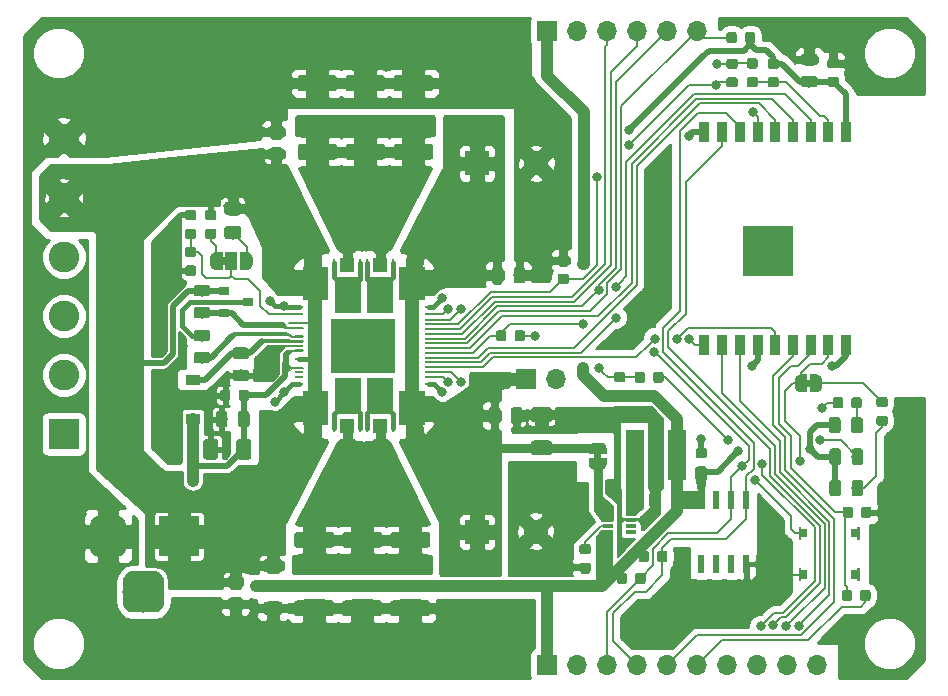
<source format=gbr>
G04 #@! TF.GenerationSoftware,KiCad,Pcbnew,5.0.2-bee76a0~70~ubuntu16.04.1*
G04 #@! TF.CreationDate,2018-12-21T12:02:00-08:00*
G04 #@! TF.ProjectId,wifistepper,77696669-7374-4657-9070-65722e6b6963,rev?*
G04 #@! TF.SameCoordinates,Original*
G04 #@! TF.FileFunction,Copper,L1,Top*
G04 #@! TF.FilePolarity,Positive*
%FSLAX46Y46*%
G04 Gerber Fmt 4.6, Leading zero omitted, Abs format (unit mm)*
G04 Created by KiCad (PCBNEW 5.0.2-bee76a0~70~ubuntu16.04.1) date Fri 21 Dec 2018 12:02:00 PM PST*
%MOMM*%
%LPD*%
G01*
G04 APERTURE LIST*
G04 #@! TA.AperFunction,Conductor*
%ADD10C,0.100000*%
G04 #@! TD*
G04 #@! TA.AperFunction,SMDPad,CuDef*
%ADD11C,1.100000*%
G04 #@! TD*
G04 #@! TA.AperFunction,SMDPad,CuDef*
%ADD12C,0.500000*%
G04 #@! TD*
G04 #@! TA.AperFunction,SMDPad,CuDef*
%ADD13C,2.140000*%
G04 #@! TD*
G04 #@! TA.AperFunction,SMDPad,CuDef*
%ADD14R,0.800000X0.200000*%
G04 #@! TD*
G04 #@! TA.AperFunction,SMDPad,CuDef*
%ADD15R,0.200000X0.800000*%
G04 #@! TD*
G04 #@! TA.AperFunction,SMDPad,CuDef*
%ADD16R,1.160000X1.200000*%
G04 #@! TD*
G04 #@! TA.AperFunction,SMDPad,CuDef*
%ADD17R,2.300000X3.010000*%
G04 #@! TD*
G04 #@! TA.AperFunction,SMDPad,CuDef*
%ADD18R,5.500000X4.680000*%
G04 #@! TD*
G04 #@! TA.AperFunction,SMDPad,CuDef*
%ADD19C,0.875000*%
G04 #@! TD*
G04 #@! TA.AperFunction,SMDPad,CuDef*
%ADD20C,1.250000*%
G04 #@! TD*
G04 #@! TA.AperFunction,SMDPad,CuDef*
%ADD21C,0.975000*%
G04 #@! TD*
G04 #@! TA.AperFunction,SMDPad,CuDef*
%ADD22R,0.900000X0.800000*%
G04 #@! TD*
G04 #@! TA.AperFunction,SMDPad,CuDef*
%ADD23R,1.200000X0.900000*%
G04 #@! TD*
G04 #@! TA.AperFunction,ComponentPad*
%ADD24R,3.500000X3.500000*%
G04 #@! TD*
G04 #@! TA.AperFunction,ComponentPad*
%ADD25C,3.000000*%
G04 #@! TD*
G04 #@! TA.AperFunction,ComponentPad*
%ADD26C,3.500000*%
G04 #@! TD*
G04 #@! TA.AperFunction,ComponentPad*
%ADD27R,1.700000X1.700000*%
G04 #@! TD*
G04 #@! TA.AperFunction,ComponentPad*
%ADD28O,1.700000X1.700000*%
G04 #@! TD*
G04 #@! TA.AperFunction,SMDPad,CuDef*
%ADD29R,1.500000X4.200000*%
G04 #@! TD*
G04 #@! TA.AperFunction,SMDPad,CuDef*
%ADD30R,0.900000X1.700000*%
G04 #@! TD*
G04 #@! TA.AperFunction,SMDPad,CuDef*
%ADD31R,4.300000X4.300000*%
G04 #@! TD*
G04 #@! TA.AperFunction,SMDPad,CuDef*
%ADD32R,0.850000X0.300000*%
G04 #@! TD*
G04 #@! TA.AperFunction,SMDPad,CuDef*
%ADD33R,0.600000X1.550000*%
G04 #@! TD*
G04 #@! TA.AperFunction,ComponentPad*
%ADD34C,2.000000*%
G04 #@! TD*
G04 #@! TA.AperFunction,ComponentPad*
%ADD35R,2.000000X2.000000*%
G04 #@! TD*
G04 #@! TA.AperFunction,ComponentPad*
%ADD36R,2.600000X2.600000*%
G04 #@! TD*
G04 #@! TA.AperFunction,ComponentPad*
%ADD37C,2.600000*%
G04 #@! TD*
G04 #@! TA.AperFunction,SMDPad,CuDef*
%ADD38C,1.350000*%
G04 #@! TD*
G04 #@! TA.AperFunction,SMDPad,CuDef*
%ADD39R,1.000000X1.500000*%
G04 #@! TD*
G04 #@! TA.AperFunction,SMDPad,CuDef*
%ADD40C,1.150000*%
G04 #@! TD*
G04 #@! TA.AperFunction,ViaPad*
%ADD41C,0.800000*%
G04 #@! TD*
G04 #@! TA.AperFunction,Conductor*
%ADD42C,0.500000*%
G04 #@! TD*
G04 #@! TA.AperFunction,Conductor*
%ADD43C,1.000000*%
G04 #@! TD*
G04 #@! TA.AperFunction,Conductor*
%ADD44C,0.200000*%
G04 #@! TD*
G04 #@! TA.AperFunction,Conductor*
%ADD45C,1.200000*%
G04 #@! TD*
G04 #@! TA.AperFunction,Conductor*
%ADD46C,0.400000*%
G04 #@! TD*
G04 #@! TA.AperFunction,Conductor*
%ADD47C,0.750000*%
G04 #@! TD*
G04 #@! TA.AperFunction,Conductor*
%ADD48C,0.250000*%
G04 #@! TD*
G04 APERTURE END LIST*
D10*
G04 #@! TO.N,GND*
G04 #@! TO.C,D0*
G36*
X56139455Y-111465324D02*
X56166150Y-111469284D01*
X56192328Y-111475841D01*
X56217738Y-111484933D01*
X56242134Y-111496472D01*
X56265282Y-111510346D01*
X56286958Y-111526422D01*
X56306954Y-111544546D01*
X56325078Y-111564542D01*
X56341154Y-111586218D01*
X56355028Y-111609366D01*
X56366567Y-111633762D01*
X56375659Y-111659172D01*
X56382216Y-111685350D01*
X56386176Y-111712045D01*
X56387500Y-111739000D01*
X56387500Y-112289000D01*
X56386176Y-112315955D01*
X56382216Y-112342650D01*
X56375659Y-112368828D01*
X56366567Y-112394238D01*
X56355028Y-112418634D01*
X56341154Y-112441782D01*
X56325078Y-112463458D01*
X56306954Y-112483454D01*
X56286958Y-112501578D01*
X56265282Y-112517654D01*
X56242134Y-112531528D01*
X56217738Y-112543067D01*
X56192328Y-112552159D01*
X56166150Y-112558716D01*
X56139455Y-112562676D01*
X56112500Y-112564000D01*
X55012500Y-112564000D01*
X54985545Y-112562676D01*
X54958850Y-112558716D01*
X54932672Y-112552159D01*
X54907262Y-112543067D01*
X54882866Y-112531528D01*
X54859718Y-112517654D01*
X54838042Y-112501578D01*
X54818046Y-112483454D01*
X54799922Y-112463458D01*
X54783846Y-112441782D01*
X54769972Y-112418634D01*
X54758433Y-112394238D01*
X54749341Y-112368828D01*
X54742784Y-112342650D01*
X54738824Y-112315955D01*
X54737500Y-112289000D01*
X54737500Y-111739000D01*
X54738824Y-111712045D01*
X54742784Y-111685350D01*
X54749341Y-111659172D01*
X54758433Y-111633762D01*
X54769972Y-111609366D01*
X54783846Y-111586218D01*
X54799922Y-111564542D01*
X54818046Y-111544546D01*
X54838042Y-111526422D01*
X54859718Y-111510346D01*
X54882866Y-111496472D01*
X54907262Y-111484933D01*
X54932672Y-111475841D01*
X54958850Y-111469284D01*
X54985545Y-111465324D01*
X55012500Y-111464000D01*
X56112500Y-111464000D01*
X56139455Y-111465324D01*
X56139455Y-111465324D01*
G37*
D11*
G04 #@! TD*
G04 #@! TO.P,D0,2*
G04 #@! TO.N,GND*
X55562500Y-112014000D03*
D10*
G04 #@! TO.N,VIN*
G04 #@! TO.C,D0*
G36*
X56139455Y-107865324D02*
X56166150Y-107869284D01*
X56192328Y-107875841D01*
X56217738Y-107884933D01*
X56242134Y-107896472D01*
X56265282Y-107910346D01*
X56286958Y-107926422D01*
X56306954Y-107944546D01*
X56325078Y-107964542D01*
X56341154Y-107986218D01*
X56355028Y-108009366D01*
X56366567Y-108033762D01*
X56375659Y-108059172D01*
X56382216Y-108085350D01*
X56386176Y-108112045D01*
X56387500Y-108139000D01*
X56387500Y-108689000D01*
X56386176Y-108715955D01*
X56382216Y-108742650D01*
X56375659Y-108768828D01*
X56366567Y-108794238D01*
X56355028Y-108818634D01*
X56341154Y-108841782D01*
X56325078Y-108863458D01*
X56306954Y-108883454D01*
X56286958Y-108901578D01*
X56265282Y-108917654D01*
X56242134Y-108931528D01*
X56217738Y-108943067D01*
X56192328Y-108952159D01*
X56166150Y-108958716D01*
X56139455Y-108962676D01*
X56112500Y-108964000D01*
X55012500Y-108964000D01*
X54985545Y-108962676D01*
X54958850Y-108958716D01*
X54932672Y-108952159D01*
X54907262Y-108943067D01*
X54882866Y-108931528D01*
X54859718Y-108917654D01*
X54838042Y-108901578D01*
X54818046Y-108883454D01*
X54799922Y-108863458D01*
X54783846Y-108841782D01*
X54769972Y-108818634D01*
X54758433Y-108794238D01*
X54749341Y-108768828D01*
X54742784Y-108742650D01*
X54738824Y-108715955D01*
X54737500Y-108689000D01*
X54737500Y-108139000D01*
X54738824Y-108112045D01*
X54742784Y-108085350D01*
X54749341Y-108059172D01*
X54758433Y-108033762D01*
X54769972Y-108009366D01*
X54783846Y-107986218D01*
X54799922Y-107964542D01*
X54818046Y-107944546D01*
X54838042Y-107926422D01*
X54859718Y-107910346D01*
X54882866Y-107896472D01*
X54907262Y-107884933D01*
X54932672Y-107875841D01*
X54958850Y-107869284D01*
X54985545Y-107865324D01*
X55012500Y-107864000D01*
X56112500Y-107864000D01*
X56139455Y-107865324D01*
X56139455Y-107865324D01*
G37*
D11*
G04 #@! TD*
G04 #@! TO.P,D0,1*
G04 #@! TO.N,VIN*
X55562500Y-108414000D03*
D12*
G04 #@! TO.P,SW1,2*
G04 #@! TO.N,AUTH_SCK*
X100525000Y-105664000D03*
D10*
G04 #@! TD*
G04 #@! TO.N,AUTH_SCK*
G04 #@! TO.C,SW1*
G36*
X100075000Y-105114000D02*
X100275000Y-105114000D01*
X100275000Y-105314000D01*
X100775000Y-105314000D01*
X100775000Y-106014000D01*
X100275000Y-106014000D01*
X100275000Y-106214000D01*
X100075000Y-106214000D01*
X100075000Y-105114000D01*
X100075000Y-105114000D01*
G37*
D12*
G04 #@! TO.P,SW1,~*
G04 #@! TO.N,N/C*
X104775000Y-105664000D03*
D10*
G04 #@! TD*
G04 #@! TO.N,N/C*
G04 #@! TO.C,SW1*
G36*
X105025000Y-106014000D02*
X104525000Y-106014000D01*
X104525000Y-105314000D01*
X105025000Y-105314000D01*
X105025000Y-105114000D01*
X105225000Y-105114000D01*
X105225000Y-106214000D01*
X105025000Y-106214000D01*
X105025000Y-106014000D01*
X105025000Y-106014000D01*
G37*
D12*
G04 #@! TO.P,SW1,1*
G04 #@! TO.N,GND*
X100525000Y-109164000D03*
D10*
G04 #@! TD*
G04 #@! TO.N,GND*
G04 #@! TO.C,SW1*
G36*
X100075000Y-108614000D02*
X100275000Y-108614000D01*
X100275000Y-108814000D01*
X100775000Y-108814000D01*
X100775000Y-109514000D01*
X100275000Y-109514000D01*
X100275000Y-109714000D01*
X100075000Y-109714000D01*
X100075000Y-108614000D01*
X100075000Y-108614000D01*
G37*
D12*
G04 #@! TO.P,SW1,~*
G04 #@! TO.N,N/C*
X104775000Y-109164000D03*
D10*
G04 #@! TD*
G04 #@! TO.N,N/C*
G04 #@! TO.C,SW1*
G36*
X105025000Y-109514000D02*
X104525000Y-109514000D01*
X104525000Y-108814000D01*
X105025000Y-108814000D01*
X105025000Y-108614000D01*
X105225000Y-108614000D01*
X105225000Y-109714000D01*
X105025000Y-109714000D01*
X105025000Y-109514000D01*
X105025000Y-109514000D01*
G37*
D13*
G04 #@! TO.P,U2,E1*
G04 #@! TO.N,VIN*
X67336000Y-95044000D03*
D10*
G04 #@! TD*
G04 #@! TO.N,VIN*
G04 #@! TO.C,U2*
G36*
X66826000Y-96469000D02*
X66266000Y-96469000D01*
X66266000Y-93619000D01*
X68406000Y-93619000D01*
X68406000Y-94019000D01*
X69136000Y-94019000D01*
X69136000Y-96189000D01*
X68406000Y-96189000D01*
X68406000Y-96469000D01*
X68266000Y-96469000D01*
X68266000Y-97189000D01*
X66826000Y-97189000D01*
X66826000Y-96469000D01*
X66826000Y-96469000D01*
G37*
D13*
G04 #@! TO.P,U2,E6*
G04 #@! TO.N,VIN*
X59156000Y-95044000D03*
D10*
G04 #@! TD*
G04 #@! TO.N,VIN*
G04 #@! TO.C,U2*
G36*
X58226000Y-96469000D02*
X58086000Y-96469000D01*
X58086000Y-96189000D01*
X57356000Y-96189000D01*
X57356000Y-94019000D01*
X58086000Y-94019000D01*
X58086000Y-93619000D01*
X60226000Y-93619000D01*
X60226000Y-96469000D01*
X59666000Y-96469000D01*
X59666000Y-97189000D01*
X58226000Y-97189000D01*
X58226000Y-96469000D01*
X58226000Y-96469000D01*
G37*
D13*
G04 #@! TO.P,U2,E5*
G04 #@! TO.N,VIN*
X59156000Y-84534000D03*
D10*
G04 #@! TD*
G04 #@! TO.N,VIN*
G04 #@! TO.C,U2*
G36*
X58086000Y-85559000D02*
X57356000Y-85559000D01*
X57356000Y-83389000D01*
X58086000Y-83389000D01*
X58086000Y-83109000D01*
X58226000Y-83109000D01*
X58226000Y-82389000D01*
X59666000Y-82389000D01*
X59666000Y-83109000D01*
X60226000Y-83109000D01*
X60226000Y-85959000D01*
X58086000Y-85959000D01*
X58086000Y-85559000D01*
X58086000Y-85559000D01*
G37*
D13*
G04 #@! TO.P,U2,E2*
G04 #@! TO.N,VIN*
X67336000Y-84534000D03*
D10*
G04 #@! TD*
G04 #@! TO.N,VIN*
G04 #@! TO.C,U2*
G36*
X66266000Y-83109000D02*
X66826000Y-83109000D01*
X66826000Y-82389000D01*
X68266000Y-82389000D01*
X68266000Y-83109000D01*
X68406000Y-83109000D01*
X68406000Y-83389000D01*
X69136000Y-83389000D01*
X69136000Y-85559000D01*
X68406000Y-85559000D01*
X68406000Y-85959000D01*
X66266000Y-85959000D01*
X66266000Y-83109000D01*
X66266000Y-83109000D01*
G37*
D14*
G04 #@! TO.P,U2,65*
G04 #@! TO.N,OUTB1*
X57746000Y-93039000D03*
G04 #@! TO.P,U2,64*
G04 #@! TO.N,N/C*
X57746000Y-92439000D03*
G04 #@! TO.P,U2,63*
X57746000Y-92039000D03*
G04 #@! TO.P,U2,62*
G04 #@! TO.N,+3V3*
X57746000Y-91639000D03*
G04 #@! TO.P,U2,61*
G04 #@! TO.N,VIN*
X57746000Y-90909000D03*
G04 #@! TO.P,U2,60*
G04 #@! TO.N,+3V3*
X57746000Y-90189000D03*
G04 #@! TO.P,U2,53*
G04 #@! TO.N,OUTA1*
X57746000Y-86539000D03*
G04 #@! TO.P,U2,54*
G04 #@! TO.N,SM_ADC*
X57746000Y-87139000D03*
G04 #@! TO.P,U2,55*
G04 #@! TO.N,VIN*
X57746000Y-87869000D03*
G04 #@! TO.P,U2,56*
G04 #@! TO.N,Net-(C3-Pad1)*
X57746000Y-88269000D03*
G04 #@! TO.P,U2,57*
G04 #@! TO.N,Net-(C13-Pad1)*
X57746000Y-88989000D03*
G04 #@! TO.P,U2,59*
G04 #@! TO.N,GND*
X57746000Y-89789000D03*
G04 #@! TO.P,U2,58*
G04 #@! TO.N,Net-(C2-Pad1)*
X57746000Y-89389000D03*
G04 #@! TO.P,U2,7*
G04 #@! TO.N,OUTB2*
X68746000Y-93039000D03*
G04 #@! TO.P,U2,8*
G04 #@! TO.N,GND*
X68746000Y-92439000D03*
G04 #@! TO.P,U2,9*
G04 #@! TO.N,Net-(JP2-Pad1)*
X68746000Y-91999000D03*
G04 #@! TO.P,U2,10*
G04 #@! TO.N,SM_CS*
X68746000Y-91599000D03*
G04 #@! TO.P,U2,11*
G04 #@! TO.N,SM_CLK*
X68746000Y-91199000D03*
G04 #@! TO.P,U2,12*
G04 #@! TO.N,SM_SI*
X68746000Y-90799000D03*
G04 #@! TO.P,U2,13*
G04 #@! TO.N,+3V3*
X68746000Y-90399000D03*
G04 #@! TO.P,U2,14*
G04 #@! TO.N,SM_SO*
X68746000Y-89999000D03*
G04 #@! TO.P,U2,22*
G04 #@! TO.N,OUTA2*
X68746000Y-86539000D03*
G04 #@! TO.P,U2,21*
G04 #@! TO.N,GND*
X68746000Y-87139000D03*
G04 #@! TO.P,U2,20*
G04 #@! TO.N,Net-(JP1-Pad1)*
X68746000Y-87579000D03*
G04 #@! TO.P,U2,19*
G04 #@! TO.N,SM_RST*
X68746000Y-87979000D03*
G04 #@! TO.P,U2,18*
G04 #@! TO.N,SM_SW*
X68746000Y-88379000D03*
G04 #@! TO.P,U2,17*
G04 #@! TO.N,SM_STCLK*
X68746000Y-88779000D03*
G04 #@! TO.P,U2,16*
G04 #@! TO.N,SM_FLAG*
X68746000Y-89179000D03*
G04 #@! TO.P,U2,15*
G04 #@! TO.N,SM_BUSY*
X68746000Y-89579000D03*
D15*
G04 #@! TO.P,U2,85*
G04 #@! TO.N,OUTB2*
X65756000Y-96789000D03*
G04 #@! TO.P,U2,76*
G04 #@! TO.N,OUTB1*
X60736000Y-96789000D03*
G04 #@! TO.P,U2,80*
X62936000Y-96789000D03*
G04 #@! TO.P,U2,81*
G04 #@! TO.N,OUTB2*
X63556000Y-96789000D03*
G04 #@! TO.P,U2,33*
G04 #@! TO.N,OUTA2*
X65756000Y-82789000D03*
G04 #@! TO.P,U2,42*
G04 #@! TO.N,OUTA1*
X60736000Y-82789000D03*
G04 #@! TO.P,U2,38*
X62936000Y-82789000D03*
G04 #@! TO.P,U2,37*
G04 #@! TO.N,OUTA2*
X63556000Y-82789000D03*
D16*
G04 #@! TO.P,U2,E11*
G04 #@! TO.N,Net-(JP1-Pad1)*
X61836000Y-82989000D03*
G04 #@! TO.P,U2,E10*
X64656000Y-82989000D03*
G04 #@! TO.P,U2,E12*
G04 #@! TO.N,Net-(JP2-Pad1)*
X61836000Y-96589000D03*
G04 #@! TO.P,U2,E13*
X64656000Y-96589000D03*
D17*
G04 #@! TO.P,U2,E4*
G04 #@! TO.N,OUTA1*
X61876000Y-85524000D03*
G04 #@! TO.P,U2,E3*
G04 #@! TO.N,OUTA2*
X64616000Y-85524000D03*
G04 #@! TO.P,U2,E7*
G04 #@! TO.N,OUTB1*
X61876000Y-94054000D03*
G04 #@! TO.P,U2,E8*
G04 #@! TO.N,OUTB2*
X64616000Y-94054000D03*
D18*
G04 #@! TO.P,U2,E9*
G04 #@! TO.N,GND*
X63166000Y-89789000D03*
G04 #@! TD*
D10*
G04 #@! TO.N,WIFI_CONN*
G04 #@! TO.C,R10*
G36*
X107402191Y-94127553D02*
X107423426Y-94130703D01*
X107444250Y-94135919D01*
X107464462Y-94143151D01*
X107483868Y-94152330D01*
X107502281Y-94163366D01*
X107519524Y-94176154D01*
X107535430Y-94190570D01*
X107549846Y-94206476D01*
X107562634Y-94223719D01*
X107573670Y-94242132D01*
X107582849Y-94261538D01*
X107590081Y-94281750D01*
X107595297Y-94302574D01*
X107598447Y-94323809D01*
X107599500Y-94345250D01*
X107599500Y-94782750D01*
X107598447Y-94804191D01*
X107595297Y-94825426D01*
X107590081Y-94846250D01*
X107582849Y-94866462D01*
X107573670Y-94885868D01*
X107562634Y-94904281D01*
X107549846Y-94921524D01*
X107535430Y-94937430D01*
X107519524Y-94951846D01*
X107502281Y-94964634D01*
X107483868Y-94975670D01*
X107464462Y-94984849D01*
X107444250Y-94992081D01*
X107423426Y-94997297D01*
X107402191Y-95000447D01*
X107380750Y-95001500D01*
X106868250Y-95001500D01*
X106846809Y-95000447D01*
X106825574Y-94997297D01*
X106804750Y-94992081D01*
X106784538Y-94984849D01*
X106765132Y-94975670D01*
X106746719Y-94964634D01*
X106729476Y-94951846D01*
X106713570Y-94937430D01*
X106699154Y-94921524D01*
X106686366Y-94904281D01*
X106675330Y-94885868D01*
X106666151Y-94866462D01*
X106658919Y-94846250D01*
X106653703Y-94825426D01*
X106650553Y-94804191D01*
X106649500Y-94782750D01*
X106649500Y-94345250D01*
X106650553Y-94323809D01*
X106653703Y-94302574D01*
X106658919Y-94281750D01*
X106666151Y-94261538D01*
X106675330Y-94242132D01*
X106686366Y-94223719D01*
X106699154Y-94206476D01*
X106713570Y-94190570D01*
X106729476Y-94176154D01*
X106746719Y-94163366D01*
X106765132Y-94152330D01*
X106784538Y-94143151D01*
X106804750Y-94135919D01*
X106825574Y-94130703D01*
X106846809Y-94127553D01*
X106868250Y-94126500D01*
X107380750Y-94126500D01*
X107402191Y-94127553D01*
X107402191Y-94127553D01*
G37*
D19*
G04 #@! TD*
G04 #@! TO.P,R10,2*
G04 #@! TO.N,WIFI_CONN*
X107124500Y-94564000D03*
D10*
G04 #@! TO.N,Net-(D4-Pad1)*
G04 #@! TO.C,R10*
G36*
X107402191Y-95702553D02*
X107423426Y-95705703D01*
X107444250Y-95710919D01*
X107464462Y-95718151D01*
X107483868Y-95727330D01*
X107502281Y-95738366D01*
X107519524Y-95751154D01*
X107535430Y-95765570D01*
X107549846Y-95781476D01*
X107562634Y-95798719D01*
X107573670Y-95817132D01*
X107582849Y-95836538D01*
X107590081Y-95856750D01*
X107595297Y-95877574D01*
X107598447Y-95898809D01*
X107599500Y-95920250D01*
X107599500Y-96357750D01*
X107598447Y-96379191D01*
X107595297Y-96400426D01*
X107590081Y-96421250D01*
X107582849Y-96441462D01*
X107573670Y-96460868D01*
X107562634Y-96479281D01*
X107549846Y-96496524D01*
X107535430Y-96512430D01*
X107519524Y-96526846D01*
X107502281Y-96539634D01*
X107483868Y-96550670D01*
X107464462Y-96559849D01*
X107444250Y-96567081D01*
X107423426Y-96572297D01*
X107402191Y-96575447D01*
X107380750Y-96576500D01*
X106868250Y-96576500D01*
X106846809Y-96575447D01*
X106825574Y-96572297D01*
X106804750Y-96567081D01*
X106784538Y-96559849D01*
X106765132Y-96550670D01*
X106746719Y-96539634D01*
X106729476Y-96526846D01*
X106713570Y-96512430D01*
X106699154Y-96496524D01*
X106686366Y-96479281D01*
X106675330Y-96460868D01*
X106666151Y-96441462D01*
X106658919Y-96421250D01*
X106653703Y-96400426D01*
X106650553Y-96379191D01*
X106649500Y-96357750D01*
X106649500Y-95920250D01*
X106650553Y-95898809D01*
X106653703Y-95877574D01*
X106658919Y-95856750D01*
X106666151Y-95836538D01*
X106675330Y-95817132D01*
X106686366Y-95798719D01*
X106699154Y-95781476D01*
X106713570Y-95765570D01*
X106729476Y-95751154D01*
X106746719Y-95738366D01*
X106765132Y-95727330D01*
X106784538Y-95718151D01*
X106804750Y-95710919D01*
X106825574Y-95705703D01*
X106846809Y-95702553D01*
X106868250Y-95701500D01*
X107380750Y-95701500D01*
X107402191Y-95702553D01*
X107402191Y-95702553D01*
G37*
D19*
G04 #@! TD*
G04 #@! TO.P,R10,1*
G04 #@! TO.N,Net-(D4-Pad1)*
X107124500Y-96139000D03*
D10*
G04 #@! TO.N,+3V3*
G04 #@! TO.C,C1*
G36*
X53485504Y-97678204D02*
X53509773Y-97681804D01*
X53533571Y-97687765D01*
X53556671Y-97696030D01*
X53578849Y-97706520D01*
X53599893Y-97719133D01*
X53619598Y-97733747D01*
X53637777Y-97750223D01*
X53654253Y-97768402D01*
X53668867Y-97788107D01*
X53681480Y-97809151D01*
X53691970Y-97831329D01*
X53700235Y-97854429D01*
X53706196Y-97878227D01*
X53709796Y-97902496D01*
X53711000Y-97927000D01*
X53711000Y-99177000D01*
X53709796Y-99201504D01*
X53706196Y-99225773D01*
X53700235Y-99249571D01*
X53691970Y-99272671D01*
X53681480Y-99294849D01*
X53668867Y-99315893D01*
X53654253Y-99335598D01*
X53637777Y-99353777D01*
X53619598Y-99370253D01*
X53599893Y-99384867D01*
X53578849Y-99397480D01*
X53556671Y-99407970D01*
X53533571Y-99416235D01*
X53509773Y-99422196D01*
X53485504Y-99425796D01*
X53461000Y-99427000D01*
X52711000Y-99427000D01*
X52686496Y-99425796D01*
X52662227Y-99422196D01*
X52638429Y-99416235D01*
X52615329Y-99407970D01*
X52593151Y-99397480D01*
X52572107Y-99384867D01*
X52552402Y-99370253D01*
X52534223Y-99353777D01*
X52517747Y-99335598D01*
X52503133Y-99315893D01*
X52490520Y-99294849D01*
X52480030Y-99272671D01*
X52471765Y-99249571D01*
X52465804Y-99225773D01*
X52462204Y-99201504D01*
X52461000Y-99177000D01*
X52461000Y-97927000D01*
X52462204Y-97902496D01*
X52465804Y-97878227D01*
X52471765Y-97854429D01*
X52480030Y-97831329D01*
X52490520Y-97809151D01*
X52503133Y-97788107D01*
X52517747Y-97768402D01*
X52534223Y-97750223D01*
X52552402Y-97733747D01*
X52572107Y-97719133D01*
X52593151Y-97706520D01*
X52615329Y-97696030D01*
X52638429Y-97687765D01*
X52662227Y-97681804D01*
X52686496Y-97678204D01*
X52711000Y-97677000D01*
X53461000Y-97677000D01*
X53485504Y-97678204D01*
X53485504Y-97678204D01*
G37*
D20*
G04 #@! TD*
G04 #@! TO.P,C1,1*
G04 #@! TO.N,+3V3*
X53086000Y-98552000D03*
D10*
G04 #@! TO.N,GND*
G04 #@! TO.C,C1*
G36*
X50685504Y-97678204D02*
X50709773Y-97681804D01*
X50733571Y-97687765D01*
X50756671Y-97696030D01*
X50778849Y-97706520D01*
X50799893Y-97719133D01*
X50819598Y-97733747D01*
X50837777Y-97750223D01*
X50854253Y-97768402D01*
X50868867Y-97788107D01*
X50881480Y-97809151D01*
X50891970Y-97831329D01*
X50900235Y-97854429D01*
X50906196Y-97878227D01*
X50909796Y-97902496D01*
X50911000Y-97927000D01*
X50911000Y-99177000D01*
X50909796Y-99201504D01*
X50906196Y-99225773D01*
X50900235Y-99249571D01*
X50891970Y-99272671D01*
X50881480Y-99294849D01*
X50868867Y-99315893D01*
X50854253Y-99335598D01*
X50837777Y-99353777D01*
X50819598Y-99370253D01*
X50799893Y-99384867D01*
X50778849Y-99397480D01*
X50756671Y-99407970D01*
X50733571Y-99416235D01*
X50709773Y-99422196D01*
X50685504Y-99425796D01*
X50661000Y-99427000D01*
X49911000Y-99427000D01*
X49886496Y-99425796D01*
X49862227Y-99422196D01*
X49838429Y-99416235D01*
X49815329Y-99407970D01*
X49793151Y-99397480D01*
X49772107Y-99384867D01*
X49752402Y-99370253D01*
X49734223Y-99353777D01*
X49717747Y-99335598D01*
X49703133Y-99315893D01*
X49690520Y-99294849D01*
X49680030Y-99272671D01*
X49671765Y-99249571D01*
X49665804Y-99225773D01*
X49662204Y-99201504D01*
X49661000Y-99177000D01*
X49661000Y-97927000D01*
X49662204Y-97902496D01*
X49665804Y-97878227D01*
X49671765Y-97854429D01*
X49680030Y-97831329D01*
X49690520Y-97809151D01*
X49703133Y-97788107D01*
X49717747Y-97768402D01*
X49734223Y-97750223D01*
X49752402Y-97733747D01*
X49772107Y-97719133D01*
X49793151Y-97706520D01*
X49815329Y-97696030D01*
X49838429Y-97687765D01*
X49862227Y-97681804D01*
X49886496Y-97678204D01*
X49911000Y-97677000D01*
X50661000Y-97677000D01*
X50685504Y-97678204D01*
X50685504Y-97678204D01*
G37*
D20*
G04 #@! TD*
G04 #@! TO.P,C1,2*
G04 #@! TO.N,GND*
X50286000Y-98552000D03*
D10*
G04 #@! TO.N,Net-(C2-Pad1)*
G04 #@! TO.C,C2*
G36*
X53312142Y-89937674D02*
X53335803Y-89941184D01*
X53359007Y-89946996D01*
X53381529Y-89955054D01*
X53403153Y-89965282D01*
X53423670Y-89977579D01*
X53442883Y-89991829D01*
X53460607Y-90007893D01*
X53476671Y-90025617D01*
X53490921Y-90044830D01*
X53503218Y-90065347D01*
X53513446Y-90086971D01*
X53521504Y-90109493D01*
X53527316Y-90132697D01*
X53530826Y-90156358D01*
X53532000Y-90180250D01*
X53532000Y-90667750D01*
X53530826Y-90691642D01*
X53527316Y-90715303D01*
X53521504Y-90738507D01*
X53513446Y-90761029D01*
X53503218Y-90782653D01*
X53490921Y-90803170D01*
X53476671Y-90822383D01*
X53460607Y-90840107D01*
X53442883Y-90856171D01*
X53423670Y-90870421D01*
X53403153Y-90882718D01*
X53381529Y-90892946D01*
X53359007Y-90901004D01*
X53335803Y-90906816D01*
X53312142Y-90910326D01*
X53288250Y-90911500D01*
X52375750Y-90911500D01*
X52351858Y-90910326D01*
X52328197Y-90906816D01*
X52304993Y-90901004D01*
X52282471Y-90892946D01*
X52260847Y-90882718D01*
X52240330Y-90870421D01*
X52221117Y-90856171D01*
X52203393Y-90840107D01*
X52187329Y-90822383D01*
X52173079Y-90803170D01*
X52160782Y-90782653D01*
X52150554Y-90761029D01*
X52142496Y-90738507D01*
X52136684Y-90715303D01*
X52133174Y-90691642D01*
X52132000Y-90667750D01*
X52132000Y-90180250D01*
X52133174Y-90156358D01*
X52136684Y-90132697D01*
X52142496Y-90109493D01*
X52150554Y-90086971D01*
X52160782Y-90065347D01*
X52173079Y-90044830D01*
X52187329Y-90025617D01*
X52203393Y-90007893D01*
X52221117Y-89991829D01*
X52240330Y-89977579D01*
X52260847Y-89965282D01*
X52282471Y-89955054D01*
X52304993Y-89946996D01*
X52328197Y-89941184D01*
X52351858Y-89937674D01*
X52375750Y-89936500D01*
X53288250Y-89936500D01*
X53312142Y-89937674D01*
X53312142Y-89937674D01*
G37*
D21*
G04 #@! TD*
G04 #@! TO.P,C2,1*
G04 #@! TO.N,Net-(C2-Pad1)*
X52832000Y-90424000D03*
D10*
G04 #@! TO.N,GND*
G04 #@! TO.C,C2*
G36*
X53312142Y-91812674D02*
X53335803Y-91816184D01*
X53359007Y-91821996D01*
X53381529Y-91830054D01*
X53403153Y-91840282D01*
X53423670Y-91852579D01*
X53442883Y-91866829D01*
X53460607Y-91882893D01*
X53476671Y-91900617D01*
X53490921Y-91919830D01*
X53503218Y-91940347D01*
X53513446Y-91961971D01*
X53521504Y-91984493D01*
X53527316Y-92007697D01*
X53530826Y-92031358D01*
X53532000Y-92055250D01*
X53532000Y-92542750D01*
X53530826Y-92566642D01*
X53527316Y-92590303D01*
X53521504Y-92613507D01*
X53513446Y-92636029D01*
X53503218Y-92657653D01*
X53490921Y-92678170D01*
X53476671Y-92697383D01*
X53460607Y-92715107D01*
X53442883Y-92731171D01*
X53423670Y-92745421D01*
X53403153Y-92757718D01*
X53381529Y-92767946D01*
X53359007Y-92776004D01*
X53335803Y-92781816D01*
X53312142Y-92785326D01*
X53288250Y-92786500D01*
X52375750Y-92786500D01*
X52351858Y-92785326D01*
X52328197Y-92781816D01*
X52304993Y-92776004D01*
X52282471Y-92767946D01*
X52260847Y-92757718D01*
X52240330Y-92745421D01*
X52221117Y-92731171D01*
X52203393Y-92715107D01*
X52187329Y-92697383D01*
X52173079Y-92678170D01*
X52160782Y-92657653D01*
X52150554Y-92636029D01*
X52142496Y-92613507D01*
X52136684Y-92590303D01*
X52133174Y-92566642D01*
X52132000Y-92542750D01*
X52132000Y-92055250D01*
X52133174Y-92031358D01*
X52136684Y-92007697D01*
X52142496Y-91984493D01*
X52150554Y-91961971D01*
X52160782Y-91940347D01*
X52173079Y-91919830D01*
X52187329Y-91900617D01*
X52203393Y-91882893D01*
X52221117Y-91866829D01*
X52240330Y-91852579D01*
X52260847Y-91840282D01*
X52282471Y-91830054D01*
X52304993Y-91821996D01*
X52328197Y-91816184D01*
X52351858Y-91812674D01*
X52375750Y-91811500D01*
X53288250Y-91811500D01*
X53312142Y-91812674D01*
X53312142Y-91812674D01*
G37*
D21*
G04 #@! TD*
G04 #@! TO.P,C2,2*
G04 #@! TO.N,GND*
X52832000Y-92299000D03*
D10*
G04 #@! TO.N,Net-(C3-Pad1)*
G04 #@! TO.C,C3*
G36*
X50010142Y-86508674D02*
X50033803Y-86512184D01*
X50057007Y-86517996D01*
X50079529Y-86526054D01*
X50101153Y-86536282D01*
X50121670Y-86548579D01*
X50140883Y-86562829D01*
X50158607Y-86578893D01*
X50174671Y-86596617D01*
X50188921Y-86615830D01*
X50201218Y-86636347D01*
X50211446Y-86657971D01*
X50219504Y-86680493D01*
X50225316Y-86703697D01*
X50228826Y-86727358D01*
X50230000Y-86751250D01*
X50230000Y-87238750D01*
X50228826Y-87262642D01*
X50225316Y-87286303D01*
X50219504Y-87309507D01*
X50211446Y-87332029D01*
X50201218Y-87353653D01*
X50188921Y-87374170D01*
X50174671Y-87393383D01*
X50158607Y-87411107D01*
X50140883Y-87427171D01*
X50121670Y-87441421D01*
X50101153Y-87453718D01*
X50079529Y-87463946D01*
X50057007Y-87472004D01*
X50033803Y-87477816D01*
X50010142Y-87481326D01*
X49986250Y-87482500D01*
X49073750Y-87482500D01*
X49049858Y-87481326D01*
X49026197Y-87477816D01*
X49002993Y-87472004D01*
X48980471Y-87463946D01*
X48958847Y-87453718D01*
X48938330Y-87441421D01*
X48919117Y-87427171D01*
X48901393Y-87411107D01*
X48885329Y-87393383D01*
X48871079Y-87374170D01*
X48858782Y-87353653D01*
X48848554Y-87332029D01*
X48840496Y-87309507D01*
X48834684Y-87286303D01*
X48831174Y-87262642D01*
X48830000Y-87238750D01*
X48830000Y-86751250D01*
X48831174Y-86727358D01*
X48834684Y-86703697D01*
X48840496Y-86680493D01*
X48848554Y-86657971D01*
X48858782Y-86636347D01*
X48871079Y-86615830D01*
X48885329Y-86596617D01*
X48901393Y-86578893D01*
X48919117Y-86562829D01*
X48938330Y-86548579D01*
X48958847Y-86536282D01*
X48980471Y-86526054D01*
X49002993Y-86517996D01*
X49026197Y-86512184D01*
X49049858Y-86508674D01*
X49073750Y-86507500D01*
X49986250Y-86507500D01*
X50010142Y-86508674D01*
X50010142Y-86508674D01*
G37*
D21*
G04 #@! TD*
G04 #@! TO.P,C3,1*
G04 #@! TO.N,Net-(C3-Pad1)*
X49530000Y-86995000D03*
D10*
G04 #@! TO.N,VIN*
G04 #@! TO.C,C3*
G36*
X50010142Y-84633674D02*
X50033803Y-84637184D01*
X50057007Y-84642996D01*
X50079529Y-84651054D01*
X50101153Y-84661282D01*
X50121670Y-84673579D01*
X50140883Y-84687829D01*
X50158607Y-84703893D01*
X50174671Y-84721617D01*
X50188921Y-84740830D01*
X50201218Y-84761347D01*
X50211446Y-84782971D01*
X50219504Y-84805493D01*
X50225316Y-84828697D01*
X50228826Y-84852358D01*
X50230000Y-84876250D01*
X50230000Y-85363750D01*
X50228826Y-85387642D01*
X50225316Y-85411303D01*
X50219504Y-85434507D01*
X50211446Y-85457029D01*
X50201218Y-85478653D01*
X50188921Y-85499170D01*
X50174671Y-85518383D01*
X50158607Y-85536107D01*
X50140883Y-85552171D01*
X50121670Y-85566421D01*
X50101153Y-85578718D01*
X50079529Y-85588946D01*
X50057007Y-85597004D01*
X50033803Y-85602816D01*
X50010142Y-85606326D01*
X49986250Y-85607500D01*
X49073750Y-85607500D01*
X49049858Y-85606326D01*
X49026197Y-85602816D01*
X49002993Y-85597004D01*
X48980471Y-85588946D01*
X48958847Y-85578718D01*
X48938330Y-85566421D01*
X48919117Y-85552171D01*
X48901393Y-85536107D01*
X48885329Y-85518383D01*
X48871079Y-85499170D01*
X48858782Y-85478653D01*
X48848554Y-85457029D01*
X48840496Y-85434507D01*
X48834684Y-85411303D01*
X48831174Y-85387642D01*
X48830000Y-85363750D01*
X48830000Y-84876250D01*
X48831174Y-84852358D01*
X48834684Y-84828697D01*
X48840496Y-84805493D01*
X48848554Y-84782971D01*
X48858782Y-84761347D01*
X48871079Y-84740830D01*
X48885329Y-84721617D01*
X48901393Y-84703893D01*
X48919117Y-84687829D01*
X48938330Y-84673579D01*
X48958847Y-84661282D01*
X48980471Y-84651054D01*
X49002993Y-84642996D01*
X49026197Y-84637184D01*
X49049858Y-84633674D01*
X49073750Y-84632500D01*
X49986250Y-84632500D01*
X50010142Y-84633674D01*
X50010142Y-84633674D01*
G37*
D21*
G04 #@! TD*
G04 #@! TO.P,C3,2*
G04 #@! TO.N,VIN*
X49530000Y-85120000D03*
D10*
G04 #@! TO.N,+3V3*
G04 #@! TO.C,C4*
G36*
X53353642Y-95313174D02*
X53377303Y-95316684D01*
X53400507Y-95322496D01*
X53423029Y-95330554D01*
X53444653Y-95340782D01*
X53465170Y-95353079D01*
X53484383Y-95367329D01*
X53502107Y-95383393D01*
X53518171Y-95401117D01*
X53532421Y-95420330D01*
X53544718Y-95440847D01*
X53554946Y-95462471D01*
X53563004Y-95484993D01*
X53568816Y-95508197D01*
X53572326Y-95531858D01*
X53573500Y-95555750D01*
X53573500Y-96468250D01*
X53572326Y-96492142D01*
X53568816Y-96515803D01*
X53563004Y-96539007D01*
X53554946Y-96561529D01*
X53544718Y-96583153D01*
X53532421Y-96603670D01*
X53518171Y-96622883D01*
X53502107Y-96640607D01*
X53484383Y-96656671D01*
X53465170Y-96670921D01*
X53444653Y-96683218D01*
X53423029Y-96693446D01*
X53400507Y-96701504D01*
X53377303Y-96707316D01*
X53353642Y-96710826D01*
X53329750Y-96712000D01*
X52842250Y-96712000D01*
X52818358Y-96710826D01*
X52794697Y-96707316D01*
X52771493Y-96701504D01*
X52748971Y-96693446D01*
X52727347Y-96683218D01*
X52706830Y-96670921D01*
X52687617Y-96656671D01*
X52669893Y-96640607D01*
X52653829Y-96622883D01*
X52639579Y-96603670D01*
X52627282Y-96583153D01*
X52617054Y-96561529D01*
X52608996Y-96539007D01*
X52603184Y-96515803D01*
X52599674Y-96492142D01*
X52598500Y-96468250D01*
X52598500Y-95555750D01*
X52599674Y-95531858D01*
X52603184Y-95508197D01*
X52608996Y-95484993D01*
X52617054Y-95462471D01*
X52627282Y-95440847D01*
X52639579Y-95420330D01*
X52653829Y-95401117D01*
X52669893Y-95383393D01*
X52687617Y-95367329D01*
X52706830Y-95353079D01*
X52727347Y-95340782D01*
X52748971Y-95330554D01*
X52771493Y-95322496D01*
X52794697Y-95316684D01*
X52818358Y-95313174D01*
X52842250Y-95312000D01*
X53329750Y-95312000D01*
X53353642Y-95313174D01*
X53353642Y-95313174D01*
G37*
D21*
G04 #@! TD*
G04 #@! TO.P,C4,1*
G04 #@! TO.N,+3V3*
X53086000Y-96012000D03*
D10*
G04 #@! TO.N,GND*
G04 #@! TO.C,C4*
G36*
X51478642Y-95313174D02*
X51502303Y-95316684D01*
X51525507Y-95322496D01*
X51548029Y-95330554D01*
X51569653Y-95340782D01*
X51590170Y-95353079D01*
X51609383Y-95367329D01*
X51627107Y-95383393D01*
X51643171Y-95401117D01*
X51657421Y-95420330D01*
X51669718Y-95440847D01*
X51679946Y-95462471D01*
X51688004Y-95484993D01*
X51693816Y-95508197D01*
X51697326Y-95531858D01*
X51698500Y-95555750D01*
X51698500Y-96468250D01*
X51697326Y-96492142D01*
X51693816Y-96515803D01*
X51688004Y-96539007D01*
X51679946Y-96561529D01*
X51669718Y-96583153D01*
X51657421Y-96603670D01*
X51643171Y-96622883D01*
X51627107Y-96640607D01*
X51609383Y-96656671D01*
X51590170Y-96670921D01*
X51569653Y-96683218D01*
X51548029Y-96693446D01*
X51525507Y-96701504D01*
X51502303Y-96707316D01*
X51478642Y-96710826D01*
X51454750Y-96712000D01*
X50967250Y-96712000D01*
X50943358Y-96710826D01*
X50919697Y-96707316D01*
X50896493Y-96701504D01*
X50873971Y-96693446D01*
X50852347Y-96683218D01*
X50831830Y-96670921D01*
X50812617Y-96656671D01*
X50794893Y-96640607D01*
X50778829Y-96622883D01*
X50764579Y-96603670D01*
X50752282Y-96583153D01*
X50742054Y-96561529D01*
X50733996Y-96539007D01*
X50728184Y-96515803D01*
X50724674Y-96492142D01*
X50723500Y-96468250D01*
X50723500Y-95555750D01*
X50724674Y-95531858D01*
X50728184Y-95508197D01*
X50733996Y-95484993D01*
X50742054Y-95462471D01*
X50752282Y-95440847D01*
X50764579Y-95420330D01*
X50778829Y-95401117D01*
X50794893Y-95383393D01*
X50812617Y-95367329D01*
X50831830Y-95353079D01*
X50852347Y-95340782D01*
X50873971Y-95330554D01*
X50896493Y-95322496D01*
X50919697Y-95316684D01*
X50943358Y-95313174D01*
X50967250Y-95312000D01*
X51454750Y-95312000D01*
X51478642Y-95313174D01*
X51478642Y-95313174D01*
G37*
D21*
G04 #@! TD*
G04 #@! TO.P,C4,2*
G04 #@! TO.N,GND*
X51211000Y-96012000D03*
D10*
G04 #@! TO.N,GND*
G04 #@! TO.C,C5*
G36*
X48855191Y-82990053D02*
X48876426Y-82993203D01*
X48897250Y-82998419D01*
X48917462Y-83005651D01*
X48936868Y-83014830D01*
X48955281Y-83025866D01*
X48972524Y-83038654D01*
X48988430Y-83053070D01*
X49002846Y-83068976D01*
X49015634Y-83086219D01*
X49026670Y-83104632D01*
X49035849Y-83124038D01*
X49043081Y-83144250D01*
X49048297Y-83165074D01*
X49051447Y-83186309D01*
X49052500Y-83207750D01*
X49052500Y-83645250D01*
X49051447Y-83666691D01*
X49048297Y-83687926D01*
X49043081Y-83708750D01*
X49035849Y-83728962D01*
X49026670Y-83748368D01*
X49015634Y-83766781D01*
X49002846Y-83784024D01*
X48988430Y-83799930D01*
X48972524Y-83814346D01*
X48955281Y-83827134D01*
X48936868Y-83838170D01*
X48917462Y-83847349D01*
X48897250Y-83854581D01*
X48876426Y-83859797D01*
X48855191Y-83862947D01*
X48833750Y-83864000D01*
X48321250Y-83864000D01*
X48299809Y-83862947D01*
X48278574Y-83859797D01*
X48257750Y-83854581D01*
X48237538Y-83847349D01*
X48218132Y-83838170D01*
X48199719Y-83827134D01*
X48182476Y-83814346D01*
X48166570Y-83799930D01*
X48152154Y-83784024D01*
X48139366Y-83766781D01*
X48128330Y-83748368D01*
X48119151Y-83728962D01*
X48111919Y-83708750D01*
X48106703Y-83687926D01*
X48103553Y-83666691D01*
X48102500Y-83645250D01*
X48102500Y-83207750D01*
X48103553Y-83186309D01*
X48106703Y-83165074D01*
X48111919Y-83144250D01*
X48119151Y-83124038D01*
X48128330Y-83104632D01*
X48139366Y-83086219D01*
X48152154Y-83068976D01*
X48166570Y-83053070D01*
X48182476Y-83038654D01*
X48199719Y-83025866D01*
X48218132Y-83014830D01*
X48237538Y-83005651D01*
X48257750Y-82998419D01*
X48278574Y-82993203D01*
X48299809Y-82990053D01*
X48321250Y-82989000D01*
X48833750Y-82989000D01*
X48855191Y-82990053D01*
X48855191Y-82990053D01*
G37*
D19*
G04 #@! TD*
G04 #@! TO.P,C5,2*
G04 #@! TO.N,GND*
X48577500Y-83426500D03*
D10*
G04 #@! TO.N,SM_ADC*
G04 #@! TO.C,C5*
G36*
X48855191Y-81415053D02*
X48876426Y-81418203D01*
X48897250Y-81423419D01*
X48917462Y-81430651D01*
X48936868Y-81439830D01*
X48955281Y-81450866D01*
X48972524Y-81463654D01*
X48988430Y-81478070D01*
X49002846Y-81493976D01*
X49015634Y-81511219D01*
X49026670Y-81529632D01*
X49035849Y-81549038D01*
X49043081Y-81569250D01*
X49048297Y-81590074D01*
X49051447Y-81611309D01*
X49052500Y-81632750D01*
X49052500Y-82070250D01*
X49051447Y-82091691D01*
X49048297Y-82112926D01*
X49043081Y-82133750D01*
X49035849Y-82153962D01*
X49026670Y-82173368D01*
X49015634Y-82191781D01*
X49002846Y-82209024D01*
X48988430Y-82224930D01*
X48972524Y-82239346D01*
X48955281Y-82252134D01*
X48936868Y-82263170D01*
X48917462Y-82272349D01*
X48897250Y-82279581D01*
X48876426Y-82284797D01*
X48855191Y-82287947D01*
X48833750Y-82289000D01*
X48321250Y-82289000D01*
X48299809Y-82287947D01*
X48278574Y-82284797D01*
X48257750Y-82279581D01*
X48237538Y-82272349D01*
X48218132Y-82263170D01*
X48199719Y-82252134D01*
X48182476Y-82239346D01*
X48166570Y-82224930D01*
X48152154Y-82209024D01*
X48139366Y-82191781D01*
X48128330Y-82173368D01*
X48119151Y-82153962D01*
X48111919Y-82133750D01*
X48106703Y-82112926D01*
X48103553Y-82091691D01*
X48102500Y-82070250D01*
X48102500Y-81632750D01*
X48103553Y-81611309D01*
X48106703Y-81590074D01*
X48111919Y-81569250D01*
X48119151Y-81549038D01*
X48128330Y-81529632D01*
X48139366Y-81511219D01*
X48152154Y-81493976D01*
X48166570Y-81478070D01*
X48182476Y-81463654D01*
X48199719Y-81450866D01*
X48218132Y-81439830D01*
X48237538Y-81430651D01*
X48257750Y-81423419D01*
X48278574Y-81418203D01*
X48299809Y-81415053D01*
X48321250Y-81414000D01*
X48833750Y-81414000D01*
X48855191Y-81415053D01*
X48855191Y-81415053D01*
G37*
D19*
G04 #@! TD*
G04 #@! TO.P,C5,1*
G04 #@! TO.N,SM_ADC*
X48577500Y-81851500D03*
D10*
G04 #@! TO.N,VIN*
G04 #@! TO.C,C6*
G36*
X74577642Y-94995674D02*
X74601303Y-94999184D01*
X74624507Y-95004996D01*
X74647029Y-95013054D01*
X74668653Y-95023282D01*
X74689170Y-95035579D01*
X74708383Y-95049829D01*
X74726107Y-95065893D01*
X74742171Y-95083617D01*
X74756421Y-95102830D01*
X74768718Y-95123347D01*
X74778946Y-95144971D01*
X74787004Y-95167493D01*
X74792816Y-95190697D01*
X74796326Y-95214358D01*
X74797500Y-95238250D01*
X74797500Y-96150750D01*
X74796326Y-96174642D01*
X74792816Y-96198303D01*
X74787004Y-96221507D01*
X74778946Y-96244029D01*
X74768718Y-96265653D01*
X74756421Y-96286170D01*
X74742171Y-96305383D01*
X74726107Y-96323107D01*
X74708383Y-96339171D01*
X74689170Y-96353421D01*
X74668653Y-96365718D01*
X74647029Y-96375946D01*
X74624507Y-96384004D01*
X74601303Y-96389816D01*
X74577642Y-96393326D01*
X74553750Y-96394500D01*
X74066250Y-96394500D01*
X74042358Y-96393326D01*
X74018697Y-96389816D01*
X73995493Y-96384004D01*
X73972971Y-96375946D01*
X73951347Y-96365718D01*
X73930830Y-96353421D01*
X73911617Y-96339171D01*
X73893893Y-96323107D01*
X73877829Y-96305383D01*
X73863579Y-96286170D01*
X73851282Y-96265653D01*
X73841054Y-96244029D01*
X73832996Y-96221507D01*
X73827184Y-96198303D01*
X73823674Y-96174642D01*
X73822500Y-96150750D01*
X73822500Y-95238250D01*
X73823674Y-95214358D01*
X73827184Y-95190697D01*
X73832996Y-95167493D01*
X73841054Y-95144971D01*
X73851282Y-95123347D01*
X73863579Y-95102830D01*
X73877829Y-95083617D01*
X73893893Y-95065893D01*
X73911617Y-95049829D01*
X73930830Y-95035579D01*
X73951347Y-95023282D01*
X73972971Y-95013054D01*
X73995493Y-95004996D01*
X74018697Y-94999184D01*
X74042358Y-94995674D01*
X74066250Y-94994500D01*
X74553750Y-94994500D01*
X74577642Y-94995674D01*
X74577642Y-94995674D01*
G37*
D21*
G04 #@! TD*
G04 #@! TO.P,C6,1*
G04 #@! TO.N,VIN*
X74310000Y-95694500D03*
D10*
G04 #@! TO.N,GND*
G04 #@! TO.C,C6*
G36*
X76452642Y-94995674D02*
X76476303Y-94999184D01*
X76499507Y-95004996D01*
X76522029Y-95013054D01*
X76543653Y-95023282D01*
X76564170Y-95035579D01*
X76583383Y-95049829D01*
X76601107Y-95065893D01*
X76617171Y-95083617D01*
X76631421Y-95102830D01*
X76643718Y-95123347D01*
X76653946Y-95144971D01*
X76662004Y-95167493D01*
X76667816Y-95190697D01*
X76671326Y-95214358D01*
X76672500Y-95238250D01*
X76672500Y-96150750D01*
X76671326Y-96174642D01*
X76667816Y-96198303D01*
X76662004Y-96221507D01*
X76653946Y-96244029D01*
X76643718Y-96265653D01*
X76631421Y-96286170D01*
X76617171Y-96305383D01*
X76601107Y-96323107D01*
X76583383Y-96339171D01*
X76564170Y-96353421D01*
X76543653Y-96365718D01*
X76522029Y-96375946D01*
X76499507Y-96384004D01*
X76476303Y-96389816D01*
X76452642Y-96393326D01*
X76428750Y-96394500D01*
X75941250Y-96394500D01*
X75917358Y-96393326D01*
X75893697Y-96389816D01*
X75870493Y-96384004D01*
X75847971Y-96375946D01*
X75826347Y-96365718D01*
X75805830Y-96353421D01*
X75786617Y-96339171D01*
X75768893Y-96323107D01*
X75752829Y-96305383D01*
X75738579Y-96286170D01*
X75726282Y-96265653D01*
X75716054Y-96244029D01*
X75707996Y-96221507D01*
X75702184Y-96198303D01*
X75698674Y-96174642D01*
X75697500Y-96150750D01*
X75697500Y-95238250D01*
X75698674Y-95214358D01*
X75702184Y-95190697D01*
X75707996Y-95167493D01*
X75716054Y-95144971D01*
X75726282Y-95123347D01*
X75738579Y-95102830D01*
X75752829Y-95083617D01*
X75768893Y-95065893D01*
X75786617Y-95049829D01*
X75805830Y-95035579D01*
X75826347Y-95023282D01*
X75847971Y-95013054D01*
X75870493Y-95004996D01*
X75893697Y-94999184D01*
X75917358Y-94995674D01*
X75941250Y-94994500D01*
X76428750Y-94994500D01*
X76452642Y-94995674D01*
X76452642Y-94995674D01*
G37*
D21*
G04 #@! TD*
G04 #@! TO.P,C6,2*
G04 #@! TO.N,GND*
X76185000Y-95694500D03*
D10*
G04 #@! TO.N,GND*
G04 #@! TO.C,C7*
G36*
X76691642Y-83121174D02*
X76715303Y-83124684D01*
X76738507Y-83130496D01*
X76761029Y-83138554D01*
X76782653Y-83148782D01*
X76803170Y-83161079D01*
X76822383Y-83175329D01*
X76840107Y-83191393D01*
X76856171Y-83209117D01*
X76870421Y-83228330D01*
X76882718Y-83248847D01*
X76892946Y-83270471D01*
X76901004Y-83292993D01*
X76906816Y-83316197D01*
X76910326Y-83339858D01*
X76911500Y-83363750D01*
X76911500Y-84276250D01*
X76910326Y-84300142D01*
X76906816Y-84323803D01*
X76901004Y-84347007D01*
X76892946Y-84369529D01*
X76882718Y-84391153D01*
X76870421Y-84411670D01*
X76856171Y-84430883D01*
X76840107Y-84448607D01*
X76822383Y-84464671D01*
X76803170Y-84478921D01*
X76782653Y-84491218D01*
X76761029Y-84501446D01*
X76738507Y-84509504D01*
X76715303Y-84515316D01*
X76691642Y-84518826D01*
X76667750Y-84520000D01*
X76180250Y-84520000D01*
X76156358Y-84518826D01*
X76132697Y-84515316D01*
X76109493Y-84509504D01*
X76086971Y-84501446D01*
X76065347Y-84491218D01*
X76044830Y-84478921D01*
X76025617Y-84464671D01*
X76007893Y-84448607D01*
X75991829Y-84430883D01*
X75977579Y-84411670D01*
X75965282Y-84391153D01*
X75955054Y-84369529D01*
X75946996Y-84347007D01*
X75941184Y-84323803D01*
X75937674Y-84300142D01*
X75936500Y-84276250D01*
X75936500Y-83363750D01*
X75937674Y-83339858D01*
X75941184Y-83316197D01*
X75946996Y-83292993D01*
X75955054Y-83270471D01*
X75965282Y-83248847D01*
X75977579Y-83228330D01*
X75991829Y-83209117D01*
X76007893Y-83191393D01*
X76025617Y-83175329D01*
X76044830Y-83161079D01*
X76065347Y-83148782D01*
X76086971Y-83138554D01*
X76109493Y-83130496D01*
X76132697Y-83124684D01*
X76156358Y-83121174D01*
X76180250Y-83120000D01*
X76667750Y-83120000D01*
X76691642Y-83121174D01*
X76691642Y-83121174D01*
G37*
D21*
G04 #@! TD*
G04 #@! TO.P,C7,2*
G04 #@! TO.N,GND*
X76424000Y-83820000D03*
D10*
G04 #@! TO.N,VIN*
G04 #@! TO.C,C7*
G36*
X74816642Y-83121174D02*
X74840303Y-83124684D01*
X74863507Y-83130496D01*
X74886029Y-83138554D01*
X74907653Y-83148782D01*
X74928170Y-83161079D01*
X74947383Y-83175329D01*
X74965107Y-83191393D01*
X74981171Y-83209117D01*
X74995421Y-83228330D01*
X75007718Y-83248847D01*
X75017946Y-83270471D01*
X75026004Y-83292993D01*
X75031816Y-83316197D01*
X75035326Y-83339858D01*
X75036500Y-83363750D01*
X75036500Y-84276250D01*
X75035326Y-84300142D01*
X75031816Y-84323803D01*
X75026004Y-84347007D01*
X75017946Y-84369529D01*
X75007718Y-84391153D01*
X74995421Y-84411670D01*
X74981171Y-84430883D01*
X74965107Y-84448607D01*
X74947383Y-84464671D01*
X74928170Y-84478921D01*
X74907653Y-84491218D01*
X74886029Y-84501446D01*
X74863507Y-84509504D01*
X74840303Y-84515316D01*
X74816642Y-84518826D01*
X74792750Y-84520000D01*
X74305250Y-84520000D01*
X74281358Y-84518826D01*
X74257697Y-84515316D01*
X74234493Y-84509504D01*
X74211971Y-84501446D01*
X74190347Y-84491218D01*
X74169830Y-84478921D01*
X74150617Y-84464671D01*
X74132893Y-84448607D01*
X74116829Y-84430883D01*
X74102579Y-84411670D01*
X74090282Y-84391153D01*
X74080054Y-84369529D01*
X74071996Y-84347007D01*
X74066184Y-84323803D01*
X74062674Y-84300142D01*
X74061500Y-84276250D01*
X74061500Y-83363750D01*
X74062674Y-83339858D01*
X74066184Y-83316197D01*
X74071996Y-83292993D01*
X74080054Y-83270471D01*
X74090282Y-83248847D01*
X74102579Y-83228330D01*
X74116829Y-83209117D01*
X74132893Y-83191393D01*
X74150617Y-83175329D01*
X74169830Y-83161079D01*
X74190347Y-83148782D01*
X74211971Y-83138554D01*
X74234493Y-83130496D01*
X74257697Y-83124684D01*
X74281358Y-83121174D01*
X74305250Y-83120000D01*
X74792750Y-83120000D01*
X74816642Y-83121174D01*
X74816642Y-83121174D01*
G37*
D21*
G04 #@! TD*
G04 #@! TO.P,C7,1*
G04 #@! TO.N,VIN*
X74549000Y-83820000D03*
D10*
G04 #@! TO.N,VIN*
G04 #@! TO.C,C8*
G36*
X56296642Y-73080174D02*
X56320303Y-73083684D01*
X56343507Y-73089496D01*
X56366029Y-73097554D01*
X56387653Y-73107782D01*
X56408170Y-73120079D01*
X56427383Y-73134329D01*
X56445107Y-73150393D01*
X56461171Y-73168117D01*
X56475421Y-73187330D01*
X56487718Y-73207847D01*
X56497946Y-73229471D01*
X56506004Y-73251993D01*
X56511816Y-73275197D01*
X56515326Y-73298858D01*
X56516500Y-73322750D01*
X56516500Y-73810250D01*
X56515326Y-73834142D01*
X56511816Y-73857803D01*
X56506004Y-73881007D01*
X56497946Y-73903529D01*
X56487718Y-73925153D01*
X56475421Y-73945670D01*
X56461171Y-73964883D01*
X56445107Y-73982607D01*
X56427383Y-73998671D01*
X56408170Y-74012921D01*
X56387653Y-74025218D01*
X56366029Y-74035446D01*
X56343507Y-74043504D01*
X56320303Y-74049316D01*
X56296642Y-74052826D01*
X56272750Y-74054000D01*
X55360250Y-74054000D01*
X55336358Y-74052826D01*
X55312697Y-74049316D01*
X55289493Y-74043504D01*
X55266971Y-74035446D01*
X55245347Y-74025218D01*
X55224830Y-74012921D01*
X55205617Y-73998671D01*
X55187893Y-73982607D01*
X55171829Y-73964883D01*
X55157579Y-73945670D01*
X55145282Y-73925153D01*
X55135054Y-73903529D01*
X55126996Y-73881007D01*
X55121184Y-73857803D01*
X55117674Y-73834142D01*
X55116500Y-73810250D01*
X55116500Y-73322750D01*
X55117674Y-73298858D01*
X55121184Y-73275197D01*
X55126996Y-73251993D01*
X55135054Y-73229471D01*
X55145282Y-73207847D01*
X55157579Y-73187330D01*
X55171829Y-73168117D01*
X55187893Y-73150393D01*
X55205617Y-73134329D01*
X55224830Y-73120079D01*
X55245347Y-73107782D01*
X55266971Y-73097554D01*
X55289493Y-73089496D01*
X55312697Y-73083684D01*
X55336358Y-73080174D01*
X55360250Y-73079000D01*
X56272750Y-73079000D01*
X56296642Y-73080174D01*
X56296642Y-73080174D01*
G37*
D21*
G04 #@! TD*
G04 #@! TO.P,C8,1*
G04 #@! TO.N,VIN*
X55816500Y-73566500D03*
D10*
G04 #@! TO.N,GND*
G04 #@! TO.C,C8*
G36*
X56296642Y-71205174D02*
X56320303Y-71208684D01*
X56343507Y-71214496D01*
X56366029Y-71222554D01*
X56387653Y-71232782D01*
X56408170Y-71245079D01*
X56427383Y-71259329D01*
X56445107Y-71275393D01*
X56461171Y-71293117D01*
X56475421Y-71312330D01*
X56487718Y-71332847D01*
X56497946Y-71354471D01*
X56506004Y-71376993D01*
X56511816Y-71400197D01*
X56515326Y-71423858D01*
X56516500Y-71447750D01*
X56516500Y-71935250D01*
X56515326Y-71959142D01*
X56511816Y-71982803D01*
X56506004Y-72006007D01*
X56497946Y-72028529D01*
X56487718Y-72050153D01*
X56475421Y-72070670D01*
X56461171Y-72089883D01*
X56445107Y-72107607D01*
X56427383Y-72123671D01*
X56408170Y-72137921D01*
X56387653Y-72150218D01*
X56366029Y-72160446D01*
X56343507Y-72168504D01*
X56320303Y-72174316D01*
X56296642Y-72177826D01*
X56272750Y-72179000D01*
X55360250Y-72179000D01*
X55336358Y-72177826D01*
X55312697Y-72174316D01*
X55289493Y-72168504D01*
X55266971Y-72160446D01*
X55245347Y-72150218D01*
X55224830Y-72137921D01*
X55205617Y-72123671D01*
X55187893Y-72107607D01*
X55171829Y-72089883D01*
X55157579Y-72070670D01*
X55145282Y-72050153D01*
X55135054Y-72028529D01*
X55126996Y-72006007D01*
X55121184Y-71982803D01*
X55117674Y-71959142D01*
X55116500Y-71935250D01*
X55116500Y-71447750D01*
X55117674Y-71423858D01*
X55121184Y-71400197D01*
X55126996Y-71376993D01*
X55135054Y-71354471D01*
X55145282Y-71332847D01*
X55157579Y-71312330D01*
X55171829Y-71293117D01*
X55187893Y-71275393D01*
X55205617Y-71259329D01*
X55224830Y-71245079D01*
X55245347Y-71232782D01*
X55266971Y-71222554D01*
X55289493Y-71214496D01*
X55312697Y-71208684D01*
X55336358Y-71205174D01*
X55360250Y-71204000D01*
X56272750Y-71204000D01*
X56296642Y-71205174D01*
X56296642Y-71205174D01*
G37*
D21*
G04 #@! TD*
G04 #@! TO.P,C8,2*
G04 #@! TO.N,GND*
X55816500Y-71691500D03*
D10*
G04 #@! TO.N,GND*
G04 #@! TO.C,C9*
G36*
X52867642Y-111180174D02*
X52891303Y-111183684D01*
X52914507Y-111189496D01*
X52937029Y-111197554D01*
X52958653Y-111207782D01*
X52979170Y-111220079D01*
X52998383Y-111234329D01*
X53016107Y-111250393D01*
X53032171Y-111268117D01*
X53046421Y-111287330D01*
X53058718Y-111307847D01*
X53068946Y-111329471D01*
X53077004Y-111351993D01*
X53082816Y-111375197D01*
X53086326Y-111398858D01*
X53087500Y-111422750D01*
X53087500Y-111910250D01*
X53086326Y-111934142D01*
X53082816Y-111957803D01*
X53077004Y-111981007D01*
X53068946Y-112003529D01*
X53058718Y-112025153D01*
X53046421Y-112045670D01*
X53032171Y-112064883D01*
X53016107Y-112082607D01*
X52998383Y-112098671D01*
X52979170Y-112112921D01*
X52958653Y-112125218D01*
X52937029Y-112135446D01*
X52914507Y-112143504D01*
X52891303Y-112149316D01*
X52867642Y-112152826D01*
X52843750Y-112154000D01*
X51931250Y-112154000D01*
X51907358Y-112152826D01*
X51883697Y-112149316D01*
X51860493Y-112143504D01*
X51837971Y-112135446D01*
X51816347Y-112125218D01*
X51795830Y-112112921D01*
X51776617Y-112098671D01*
X51758893Y-112082607D01*
X51742829Y-112064883D01*
X51728579Y-112045670D01*
X51716282Y-112025153D01*
X51706054Y-112003529D01*
X51697996Y-111981007D01*
X51692184Y-111957803D01*
X51688674Y-111934142D01*
X51687500Y-111910250D01*
X51687500Y-111422750D01*
X51688674Y-111398858D01*
X51692184Y-111375197D01*
X51697996Y-111351993D01*
X51706054Y-111329471D01*
X51716282Y-111307847D01*
X51728579Y-111287330D01*
X51742829Y-111268117D01*
X51758893Y-111250393D01*
X51776617Y-111234329D01*
X51795830Y-111220079D01*
X51816347Y-111207782D01*
X51837971Y-111197554D01*
X51860493Y-111189496D01*
X51883697Y-111183684D01*
X51907358Y-111180174D01*
X51931250Y-111179000D01*
X52843750Y-111179000D01*
X52867642Y-111180174D01*
X52867642Y-111180174D01*
G37*
D21*
G04 #@! TD*
G04 #@! TO.P,C9,2*
G04 #@! TO.N,GND*
X52387500Y-111666500D03*
D10*
G04 #@! TO.N,VIN*
G04 #@! TO.C,C9*
G36*
X52867642Y-109305174D02*
X52891303Y-109308684D01*
X52914507Y-109314496D01*
X52937029Y-109322554D01*
X52958653Y-109332782D01*
X52979170Y-109345079D01*
X52998383Y-109359329D01*
X53016107Y-109375393D01*
X53032171Y-109393117D01*
X53046421Y-109412330D01*
X53058718Y-109432847D01*
X53068946Y-109454471D01*
X53077004Y-109476993D01*
X53082816Y-109500197D01*
X53086326Y-109523858D01*
X53087500Y-109547750D01*
X53087500Y-110035250D01*
X53086326Y-110059142D01*
X53082816Y-110082803D01*
X53077004Y-110106007D01*
X53068946Y-110128529D01*
X53058718Y-110150153D01*
X53046421Y-110170670D01*
X53032171Y-110189883D01*
X53016107Y-110207607D01*
X52998383Y-110223671D01*
X52979170Y-110237921D01*
X52958653Y-110250218D01*
X52937029Y-110260446D01*
X52914507Y-110268504D01*
X52891303Y-110274316D01*
X52867642Y-110277826D01*
X52843750Y-110279000D01*
X51931250Y-110279000D01*
X51907358Y-110277826D01*
X51883697Y-110274316D01*
X51860493Y-110268504D01*
X51837971Y-110260446D01*
X51816347Y-110250218D01*
X51795830Y-110237921D01*
X51776617Y-110223671D01*
X51758893Y-110207607D01*
X51742829Y-110189883D01*
X51728579Y-110170670D01*
X51716282Y-110150153D01*
X51706054Y-110128529D01*
X51697996Y-110106007D01*
X51692184Y-110082803D01*
X51688674Y-110059142D01*
X51687500Y-110035250D01*
X51687500Y-109547750D01*
X51688674Y-109523858D01*
X51692184Y-109500197D01*
X51697996Y-109476993D01*
X51706054Y-109454471D01*
X51716282Y-109432847D01*
X51728579Y-109412330D01*
X51742829Y-109393117D01*
X51758893Y-109375393D01*
X51776617Y-109359329D01*
X51795830Y-109345079D01*
X51816347Y-109332782D01*
X51837971Y-109322554D01*
X51860493Y-109314496D01*
X51883697Y-109308684D01*
X51907358Y-109305174D01*
X51931250Y-109304000D01*
X52843750Y-109304000D01*
X52867642Y-109305174D01*
X52867642Y-109305174D01*
G37*
D21*
G04 #@! TD*
G04 #@! TO.P,C9,1*
G04 #@! TO.N,VIN*
X52387500Y-109791500D03*
D10*
G04 #@! TO.N,+3V3*
G04 #@! TO.C,C12*
G36*
X53326191Y-93506053D02*
X53347426Y-93509203D01*
X53368250Y-93514419D01*
X53388462Y-93521651D01*
X53407868Y-93530830D01*
X53426281Y-93541866D01*
X53443524Y-93554654D01*
X53459430Y-93569070D01*
X53473846Y-93584976D01*
X53486634Y-93602219D01*
X53497670Y-93620632D01*
X53506849Y-93640038D01*
X53514081Y-93660250D01*
X53519297Y-93681074D01*
X53522447Y-93702309D01*
X53523500Y-93723750D01*
X53523500Y-94236250D01*
X53522447Y-94257691D01*
X53519297Y-94278926D01*
X53514081Y-94299750D01*
X53506849Y-94319962D01*
X53497670Y-94339368D01*
X53486634Y-94357781D01*
X53473846Y-94375024D01*
X53459430Y-94390930D01*
X53443524Y-94405346D01*
X53426281Y-94418134D01*
X53407868Y-94429170D01*
X53388462Y-94438349D01*
X53368250Y-94445581D01*
X53347426Y-94450797D01*
X53326191Y-94453947D01*
X53304750Y-94455000D01*
X52867250Y-94455000D01*
X52845809Y-94453947D01*
X52824574Y-94450797D01*
X52803750Y-94445581D01*
X52783538Y-94438349D01*
X52764132Y-94429170D01*
X52745719Y-94418134D01*
X52728476Y-94405346D01*
X52712570Y-94390930D01*
X52698154Y-94375024D01*
X52685366Y-94357781D01*
X52674330Y-94339368D01*
X52665151Y-94319962D01*
X52657919Y-94299750D01*
X52652703Y-94278926D01*
X52649553Y-94257691D01*
X52648500Y-94236250D01*
X52648500Y-93723750D01*
X52649553Y-93702309D01*
X52652703Y-93681074D01*
X52657919Y-93660250D01*
X52665151Y-93640038D01*
X52674330Y-93620632D01*
X52685366Y-93602219D01*
X52698154Y-93584976D01*
X52712570Y-93569070D01*
X52728476Y-93554654D01*
X52745719Y-93541866D01*
X52764132Y-93530830D01*
X52783538Y-93521651D01*
X52803750Y-93514419D01*
X52824574Y-93509203D01*
X52845809Y-93506053D01*
X52867250Y-93505000D01*
X53304750Y-93505000D01*
X53326191Y-93506053D01*
X53326191Y-93506053D01*
G37*
D19*
G04 #@! TD*
G04 #@! TO.P,C12,1*
G04 #@! TO.N,+3V3*
X53086000Y-93980000D03*
D10*
G04 #@! TO.N,GND*
G04 #@! TO.C,C12*
G36*
X51751191Y-93506053D02*
X51772426Y-93509203D01*
X51793250Y-93514419D01*
X51813462Y-93521651D01*
X51832868Y-93530830D01*
X51851281Y-93541866D01*
X51868524Y-93554654D01*
X51884430Y-93569070D01*
X51898846Y-93584976D01*
X51911634Y-93602219D01*
X51922670Y-93620632D01*
X51931849Y-93640038D01*
X51939081Y-93660250D01*
X51944297Y-93681074D01*
X51947447Y-93702309D01*
X51948500Y-93723750D01*
X51948500Y-94236250D01*
X51947447Y-94257691D01*
X51944297Y-94278926D01*
X51939081Y-94299750D01*
X51931849Y-94319962D01*
X51922670Y-94339368D01*
X51911634Y-94357781D01*
X51898846Y-94375024D01*
X51884430Y-94390930D01*
X51868524Y-94405346D01*
X51851281Y-94418134D01*
X51832868Y-94429170D01*
X51813462Y-94438349D01*
X51793250Y-94445581D01*
X51772426Y-94450797D01*
X51751191Y-94453947D01*
X51729750Y-94455000D01*
X51292250Y-94455000D01*
X51270809Y-94453947D01*
X51249574Y-94450797D01*
X51228750Y-94445581D01*
X51208538Y-94438349D01*
X51189132Y-94429170D01*
X51170719Y-94418134D01*
X51153476Y-94405346D01*
X51137570Y-94390930D01*
X51123154Y-94375024D01*
X51110366Y-94357781D01*
X51099330Y-94339368D01*
X51090151Y-94319962D01*
X51082919Y-94299750D01*
X51077703Y-94278926D01*
X51074553Y-94257691D01*
X51073500Y-94236250D01*
X51073500Y-93723750D01*
X51074553Y-93702309D01*
X51077703Y-93681074D01*
X51082919Y-93660250D01*
X51090151Y-93640038D01*
X51099330Y-93620632D01*
X51110366Y-93602219D01*
X51123154Y-93584976D01*
X51137570Y-93569070D01*
X51153476Y-93554654D01*
X51170719Y-93541866D01*
X51189132Y-93530830D01*
X51208538Y-93521651D01*
X51228750Y-93514419D01*
X51249574Y-93509203D01*
X51270809Y-93506053D01*
X51292250Y-93505000D01*
X51729750Y-93505000D01*
X51751191Y-93506053D01*
X51751191Y-93506053D01*
G37*
D19*
G04 #@! TD*
G04 #@! TO.P,C12,2*
G04 #@! TO.N,GND*
X51511000Y-93980000D03*
D10*
G04 #@! TO.N,Net-(C13-Pad2)*
G04 #@! TO.C,C13*
G36*
X50010142Y-88443674D02*
X50033803Y-88447184D01*
X50057007Y-88452996D01*
X50079529Y-88461054D01*
X50101153Y-88471282D01*
X50121670Y-88483579D01*
X50140883Y-88497829D01*
X50158607Y-88513893D01*
X50174671Y-88531617D01*
X50188921Y-88550830D01*
X50201218Y-88571347D01*
X50211446Y-88592971D01*
X50219504Y-88615493D01*
X50225316Y-88638697D01*
X50228826Y-88662358D01*
X50230000Y-88686250D01*
X50230000Y-89173750D01*
X50228826Y-89197642D01*
X50225316Y-89221303D01*
X50219504Y-89244507D01*
X50211446Y-89267029D01*
X50201218Y-89288653D01*
X50188921Y-89309170D01*
X50174671Y-89328383D01*
X50158607Y-89346107D01*
X50140883Y-89362171D01*
X50121670Y-89376421D01*
X50101153Y-89388718D01*
X50079529Y-89398946D01*
X50057007Y-89407004D01*
X50033803Y-89412816D01*
X50010142Y-89416326D01*
X49986250Y-89417500D01*
X49073750Y-89417500D01*
X49049858Y-89416326D01*
X49026197Y-89412816D01*
X49002993Y-89407004D01*
X48980471Y-89398946D01*
X48958847Y-89388718D01*
X48938330Y-89376421D01*
X48919117Y-89362171D01*
X48901393Y-89346107D01*
X48885329Y-89328383D01*
X48871079Y-89309170D01*
X48858782Y-89288653D01*
X48848554Y-89267029D01*
X48840496Y-89244507D01*
X48834684Y-89221303D01*
X48831174Y-89197642D01*
X48830000Y-89173750D01*
X48830000Y-88686250D01*
X48831174Y-88662358D01*
X48834684Y-88638697D01*
X48840496Y-88615493D01*
X48848554Y-88592971D01*
X48858782Y-88571347D01*
X48871079Y-88550830D01*
X48885329Y-88531617D01*
X48901393Y-88513893D01*
X48919117Y-88497829D01*
X48938330Y-88483579D01*
X48958847Y-88471282D01*
X48980471Y-88461054D01*
X49002993Y-88452996D01*
X49026197Y-88447184D01*
X49049858Y-88443674D01*
X49073750Y-88442500D01*
X49986250Y-88442500D01*
X50010142Y-88443674D01*
X50010142Y-88443674D01*
G37*
D21*
G04 #@! TD*
G04 #@! TO.P,C13,2*
G04 #@! TO.N,Net-(C13-Pad2)*
X49530000Y-88930000D03*
D10*
G04 #@! TO.N,Net-(C13-Pad1)*
G04 #@! TO.C,C13*
G36*
X50010142Y-90318674D02*
X50033803Y-90322184D01*
X50057007Y-90327996D01*
X50079529Y-90336054D01*
X50101153Y-90346282D01*
X50121670Y-90358579D01*
X50140883Y-90372829D01*
X50158607Y-90388893D01*
X50174671Y-90406617D01*
X50188921Y-90425830D01*
X50201218Y-90446347D01*
X50211446Y-90467971D01*
X50219504Y-90490493D01*
X50225316Y-90513697D01*
X50228826Y-90537358D01*
X50230000Y-90561250D01*
X50230000Y-91048750D01*
X50228826Y-91072642D01*
X50225316Y-91096303D01*
X50219504Y-91119507D01*
X50211446Y-91142029D01*
X50201218Y-91163653D01*
X50188921Y-91184170D01*
X50174671Y-91203383D01*
X50158607Y-91221107D01*
X50140883Y-91237171D01*
X50121670Y-91251421D01*
X50101153Y-91263718D01*
X50079529Y-91273946D01*
X50057007Y-91282004D01*
X50033803Y-91287816D01*
X50010142Y-91291326D01*
X49986250Y-91292500D01*
X49073750Y-91292500D01*
X49049858Y-91291326D01*
X49026197Y-91287816D01*
X49002993Y-91282004D01*
X48980471Y-91273946D01*
X48958847Y-91263718D01*
X48938330Y-91251421D01*
X48919117Y-91237171D01*
X48901393Y-91221107D01*
X48885329Y-91203383D01*
X48871079Y-91184170D01*
X48858782Y-91163653D01*
X48848554Y-91142029D01*
X48840496Y-91119507D01*
X48834684Y-91096303D01*
X48831174Y-91072642D01*
X48830000Y-91048750D01*
X48830000Y-90561250D01*
X48831174Y-90537358D01*
X48834684Y-90513697D01*
X48840496Y-90490493D01*
X48848554Y-90467971D01*
X48858782Y-90446347D01*
X48871079Y-90425830D01*
X48885329Y-90406617D01*
X48901393Y-90388893D01*
X48919117Y-90372829D01*
X48938330Y-90358579D01*
X48958847Y-90346282D01*
X48980471Y-90336054D01*
X49002993Y-90327996D01*
X49026197Y-90322184D01*
X49049858Y-90318674D01*
X49073750Y-90317500D01*
X49986250Y-90317500D01*
X50010142Y-90318674D01*
X50010142Y-90318674D01*
G37*
D21*
G04 #@! TD*
G04 #@! TO.P,C13,1*
G04 #@! TO.N,Net-(C13-Pad1)*
X49530000Y-90805000D03*
D10*
G04 #@! TO.N,SM_RST*
G04 #@! TO.C,C14*
G36*
X80414691Y-83688553D02*
X80435926Y-83691703D01*
X80456750Y-83696919D01*
X80476962Y-83704151D01*
X80496368Y-83713330D01*
X80514781Y-83724366D01*
X80532024Y-83737154D01*
X80547930Y-83751570D01*
X80562346Y-83767476D01*
X80575134Y-83784719D01*
X80586170Y-83803132D01*
X80595349Y-83822538D01*
X80602581Y-83842750D01*
X80607797Y-83863574D01*
X80610947Y-83884809D01*
X80612000Y-83906250D01*
X80612000Y-84343750D01*
X80610947Y-84365191D01*
X80607797Y-84386426D01*
X80602581Y-84407250D01*
X80595349Y-84427462D01*
X80586170Y-84446868D01*
X80575134Y-84465281D01*
X80562346Y-84482524D01*
X80547930Y-84498430D01*
X80532024Y-84512846D01*
X80514781Y-84525634D01*
X80496368Y-84536670D01*
X80476962Y-84545849D01*
X80456750Y-84553081D01*
X80435926Y-84558297D01*
X80414691Y-84561447D01*
X80393250Y-84562500D01*
X79880750Y-84562500D01*
X79859309Y-84561447D01*
X79838074Y-84558297D01*
X79817250Y-84553081D01*
X79797038Y-84545849D01*
X79777632Y-84536670D01*
X79759219Y-84525634D01*
X79741976Y-84512846D01*
X79726070Y-84498430D01*
X79711654Y-84482524D01*
X79698866Y-84465281D01*
X79687830Y-84446868D01*
X79678651Y-84427462D01*
X79671419Y-84407250D01*
X79666203Y-84386426D01*
X79663053Y-84365191D01*
X79662000Y-84343750D01*
X79662000Y-83906250D01*
X79663053Y-83884809D01*
X79666203Y-83863574D01*
X79671419Y-83842750D01*
X79678651Y-83822538D01*
X79687830Y-83803132D01*
X79698866Y-83784719D01*
X79711654Y-83767476D01*
X79726070Y-83751570D01*
X79741976Y-83737154D01*
X79759219Y-83724366D01*
X79777632Y-83713330D01*
X79797038Y-83704151D01*
X79817250Y-83696919D01*
X79838074Y-83691703D01*
X79859309Y-83688553D01*
X79880750Y-83687500D01*
X80393250Y-83687500D01*
X80414691Y-83688553D01*
X80414691Y-83688553D01*
G37*
D19*
G04 #@! TD*
G04 #@! TO.P,C14,1*
G04 #@! TO.N,SM_RST*
X80137000Y-84125000D03*
D10*
G04 #@! TO.N,GND*
G04 #@! TO.C,C14*
G36*
X80414691Y-82113553D02*
X80435926Y-82116703D01*
X80456750Y-82121919D01*
X80476962Y-82129151D01*
X80496368Y-82138330D01*
X80514781Y-82149366D01*
X80532024Y-82162154D01*
X80547930Y-82176570D01*
X80562346Y-82192476D01*
X80575134Y-82209719D01*
X80586170Y-82228132D01*
X80595349Y-82247538D01*
X80602581Y-82267750D01*
X80607797Y-82288574D01*
X80610947Y-82309809D01*
X80612000Y-82331250D01*
X80612000Y-82768750D01*
X80610947Y-82790191D01*
X80607797Y-82811426D01*
X80602581Y-82832250D01*
X80595349Y-82852462D01*
X80586170Y-82871868D01*
X80575134Y-82890281D01*
X80562346Y-82907524D01*
X80547930Y-82923430D01*
X80532024Y-82937846D01*
X80514781Y-82950634D01*
X80496368Y-82961670D01*
X80476962Y-82970849D01*
X80456750Y-82978081D01*
X80435926Y-82983297D01*
X80414691Y-82986447D01*
X80393250Y-82987500D01*
X79880750Y-82987500D01*
X79859309Y-82986447D01*
X79838074Y-82983297D01*
X79817250Y-82978081D01*
X79797038Y-82970849D01*
X79777632Y-82961670D01*
X79759219Y-82950634D01*
X79741976Y-82937846D01*
X79726070Y-82923430D01*
X79711654Y-82907524D01*
X79698866Y-82890281D01*
X79687830Y-82871868D01*
X79678651Y-82852462D01*
X79671419Y-82832250D01*
X79666203Y-82811426D01*
X79663053Y-82790191D01*
X79662000Y-82768750D01*
X79662000Y-82331250D01*
X79663053Y-82309809D01*
X79666203Y-82288574D01*
X79671419Y-82267750D01*
X79678651Y-82247538D01*
X79687830Y-82228132D01*
X79698866Y-82209719D01*
X79711654Y-82192476D01*
X79726070Y-82176570D01*
X79741976Y-82162154D01*
X79759219Y-82149366D01*
X79777632Y-82138330D01*
X79797038Y-82129151D01*
X79817250Y-82121919D01*
X79838074Y-82116703D01*
X79859309Y-82113553D01*
X79880750Y-82112500D01*
X80393250Y-82112500D01*
X80414691Y-82113553D01*
X80414691Y-82113553D01*
G37*
D19*
G04 #@! TD*
G04 #@! TO.P,C14,2*
G04 #@! TO.N,GND*
X80137000Y-82550000D03*
D10*
G04 #@! TO.N,GND*
G04 #@! TO.C,C15*
G36*
X101445142Y-65075674D02*
X101468803Y-65079184D01*
X101492007Y-65084996D01*
X101514529Y-65093054D01*
X101536153Y-65103282D01*
X101556670Y-65115579D01*
X101575883Y-65129829D01*
X101593607Y-65145893D01*
X101609671Y-65163617D01*
X101623921Y-65182830D01*
X101636218Y-65203347D01*
X101646446Y-65224971D01*
X101654504Y-65247493D01*
X101660316Y-65270697D01*
X101663826Y-65294358D01*
X101665000Y-65318250D01*
X101665000Y-65805750D01*
X101663826Y-65829642D01*
X101660316Y-65853303D01*
X101654504Y-65876507D01*
X101646446Y-65899029D01*
X101636218Y-65920653D01*
X101623921Y-65941170D01*
X101609671Y-65960383D01*
X101593607Y-65978107D01*
X101575883Y-65994171D01*
X101556670Y-66008421D01*
X101536153Y-66020718D01*
X101514529Y-66030946D01*
X101492007Y-66039004D01*
X101468803Y-66044816D01*
X101445142Y-66048326D01*
X101421250Y-66049500D01*
X100508750Y-66049500D01*
X100484858Y-66048326D01*
X100461197Y-66044816D01*
X100437993Y-66039004D01*
X100415471Y-66030946D01*
X100393847Y-66020718D01*
X100373330Y-66008421D01*
X100354117Y-65994171D01*
X100336393Y-65978107D01*
X100320329Y-65960383D01*
X100306079Y-65941170D01*
X100293782Y-65920653D01*
X100283554Y-65899029D01*
X100275496Y-65876507D01*
X100269684Y-65853303D01*
X100266174Y-65829642D01*
X100265000Y-65805750D01*
X100265000Y-65318250D01*
X100266174Y-65294358D01*
X100269684Y-65270697D01*
X100275496Y-65247493D01*
X100283554Y-65224971D01*
X100293782Y-65203347D01*
X100306079Y-65182830D01*
X100320329Y-65163617D01*
X100336393Y-65145893D01*
X100354117Y-65129829D01*
X100373330Y-65115579D01*
X100393847Y-65103282D01*
X100415471Y-65093054D01*
X100437993Y-65084996D01*
X100461197Y-65079184D01*
X100484858Y-65075674D01*
X100508750Y-65074500D01*
X101421250Y-65074500D01*
X101445142Y-65075674D01*
X101445142Y-65075674D01*
G37*
D21*
G04 #@! TD*
G04 #@! TO.P,C15,2*
G04 #@! TO.N,GND*
X100965000Y-65562000D03*
D10*
G04 #@! TO.N,+3V3*
G04 #@! TO.C,C15*
G36*
X101445142Y-66950674D02*
X101468803Y-66954184D01*
X101492007Y-66959996D01*
X101514529Y-66968054D01*
X101536153Y-66978282D01*
X101556670Y-66990579D01*
X101575883Y-67004829D01*
X101593607Y-67020893D01*
X101609671Y-67038617D01*
X101623921Y-67057830D01*
X101636218Y-67078347D01*
X101646446Y-67099971D01*
X101654504Y-67122493D01*
X101660316Y-67145697D01*
X101663826Y-67169358D01*
X101665000Y-67193250D01*
X101665000Y-67680750D01*
X101663826Y-67704642D01*
X101660316Y-67728303D01*
X101654504Y-67751507D01*
X101646446Y-67774029D01*
X101636218Y-67795653D01*
X101623921Y-67816170D01*
X101609671Y-67835383D01*
X101593607Y-67853107D01*
X101575883Y-67869171D01*
X101556670Y-67883421D01*
X101536153Y-67895718D01*
X101514529Y-67905946D01*
X101492007Y-67914004D01*
X101468803Y-67919816D01*
X101445142Y-67923326D01*
X101421250Y-67924500D01*
X100508750Y-67924500D01*
X100484858Y-67923326D01*
X100461197Y-67919816D01*
X100437993Y-67914004D01*
X100415471Y-67905946D01*
X100393847Y-67895718D01*
X100373330Y-67883421D01*
X100354117Y-67869171D01*
X100336393Y-67853107D01*
X100320329Y-67835383D01*
X100306079Y-67816170D01*
X100293782Y-67795653D01*
X100283554Y-67774029D01*
X100275496Y-67751507D01*
X100269684Y-67728303D01*
X100266174Y-67704642D01*
X100265000Y-67680750D01*
X100265000Y-67193250D01*
X100266174Y-67169358D01*
X100269684Y-67145697D01*
X100275496Y-67122493D01*
X100283554Y-67099971D01*
X100293782Y-67078347D01*
X100306079Y-67057830D01*
X100320329Y-67038617D01*
X100336393Y-67020893D01*
X100354117Y-67004829D01*
X100373330Y-66990579D01*
X100393847Y-66978282D01*
X100415471Y-66968054D01*
X100437993Y-66959996D01*
X100461197Y-66954184D01*
X100484858Y-66950674D01*
X100508750Y-66949500D01*
X101421250Y-66949500D01*
X101445142Y-66950674D01*
X101445142Y-66950674D01*
G37*
D21*
G04 #@! TD*
G04 #@! TO.P,C15,1*
G04 #@! TO.N,+3V3*
X100965000Y-67437000D03*
D10*
G04 #@! TO.N,+3V3*
G04 #@! TO.C,C16*
G36*
X103274691Y-67000553D02*
X103295926Y-67003703D01*
X103316750Y-67008919D01*
X103336962Y-67016151D01*
X103356368Y-67025330D01*
X103374781Y-67036366D01*
X103392024Y-67049154D01*
X103407930Y-67063570D01*
X103422346Y-67079476D01*
X103435134Y-67096719D01*
X103446170Y-67115132D01*
X103455349Y-67134538D01*
X103462581Y-67154750D01*
X103467797Y-67175574D01*
X103470947Y-67196809D01*
X103472000Y-67218250D01*
X103472000Y-67655750D01*
X103470947Y-67677191D01*
X103467797Y-67698426D01*
X103462581Y-67719250D01*
X103455349Y-67739462D01*
X103446170Y-67758868D01*
X103435134Y-67777281D01*
X103422346Y-67794524D01*
X103407930Y-67810430D01*
X103392024Y-67824846D01*
X103374781Y-67837634D01*
X103356368Y-67848670D01*
X103336962Y-67857849D01*
X103316750Y-67865081D01*
X103295926Y-67870297D01*
X103274691Y-67873447D01*
X103253250Y-67874500D01*
X102740750Y-67874500D01*
X102719309Y-67873447D01*
X102698074Y-67870297D01*
X102677250Y-67865081D01*
X102657038Y-67857849D01*
X102637632Y-67848670D01*
X102619219Y-67837634D01*
X102601976Y-67824846D01*
X102586070Y-67810430D01*
X102571654Y-67794524D01*
X102558866Y-67777281D01*
X102547830Y-67758868D01*
X102538651Y-67739462D01*
X102531419Y-67719250D01*
X102526203Y-67698426D01*
X102523053Y-67677191D01*
X102522000Y-67655750D01*
X102522000Y-67218250D01*
X102523053Y-67196809D01*
X102526203Y-67175574D01*
X102531419Y-67154750D01*
X102538651Y-67134538D01*
X102547830Y-67115132D01*
X102558866Y-67096719D01*
X102571654Y-67079476D01*
X102586070Y-67063570D01*
X102601976Y-67049154D01*
X102619219Y-67036366D01*
X102637632Y-67025330D01*
X102657038Y-67016151D01*
X102677250Y-67008919D01*
X102698074Y-67003703D01*
X102719309Y-67000553D01*
X102740750Y-66999500D01*
X103253250Y-66999500D01*
X103274691Y-67000553D01*
X103274691Y-67000553D01*
G37*
D19*
G04 #@! TD*
G04 #@! TO.P,C16,1*
G04 #@! TO.N,+3V3*
X102997000Y-67437000D03*
D10*
G04 #@! TO.N,GND*
G04 #@! TO.C,C16*
G36*
X103274691Y-65425553D02*
X103295926Y-65428703D01*
X103316750Y-65433919D01*
X103336962Y-65441151D01*
X103356368Y-65450330D01*
X103374781Y-65461366D01*
X103392024Y-65474154D01*
X103407930Y-65488570D01*
X103422346Y-65504476D01*
X103435134Y-65521719D01*
X103446170Y-65540132D01*
X103455349Y-65559538D01*
X103462581Y-65579750D01*
X103467797Y-65600574D01*
X103470947Y-65621809D01*
X103472000Y-65643250D01*
X103472000Y-66080750D01*
X103470947Y-66102191D01*
X103467797Y-66123426D01*
X103462581Y-66144250D01*
X103455349Y-66164462D01*
X103446170Y-66183868D01*
X103435134Y-66202281D01*
X103422346Y-66219524D01*
X103407930Y-66235430D01*
X103392024Y-66249846D01*
X103374781Y-66262634D01*
X103356368Y-66273670D01*
X103336962Y-66282849D01*
X103316750Y-66290081D01*
X103295926Y-66295297D01*
X103274691Y-66298447D01*
X103253250Y-66299500D01*
X102740750Y-66299500D01*
X102719309Y-66298447D01*
X102698074Y-66295297D01*
X102677250Y-66290081D01*
X102657038Y-66282849D01*
X102637632Y-66273670D01*
X102619219Y-66262634D01*
X102601976Y-66249846D01*
X102586070Y-66235430D01*
X102571654Y-66219524D01*
X102558866Y-66202281D01*
X102547830Y-66183868D01*
X102538651Y-66164462D01*
X102531419Y-66144250D01*
X102526203Y-66123426D01*
X102523053Y-66102191D01*
X102522000Y-66080750D01*
X102522000Y-65643250D01*
X102523053Y-65621809D01*
X102526203Y-65600574D01*
X102531419Y-65579750D01*
X102538651Y-65559538D01*
X102547830Y-65540132D01*
X102558866Y-65521719D01*
X102571654Y-65504476D01*
X102586070Y-65488570D01*
X102601976Y-65474154D01*
X102619219Y-65461366D01*
X102637632Y-65450330D01*
X102657038Y-65441151D01*
X102677250Y-65433919D01*
X102698074Y-65428703D01*
X102719309Y-65425553D01*
X102740750Y-65424500D01*
X103253250Y-65424500D01*
X103274691Y-65425553D01*
X103274691Y-65425553D01*
G37*
D19*
G04 #@! TD*
G04 #@! TO.P,C16,2*
G04 #@! TO.N,GND*
X102997000Y-65862000D03*
D10*
G04 #@! TO.N,Net-(C17-Pad1)*
G04 #@! TO.C,C17*
G36*
X96416691Y-67026053D02*
X96437926Y-67029203D01*
X96458750Y-67034419D01*
X96478962Y-67041651D01*
X96498368Y-67050830D01*
X96516781Y-67061866D01*
X96534024Y-67074654D01*
X96549930Y-67089070D01*
X96564346Y-67104976D01*
X96577134Y-67122219D01*
X96588170Y-67140632D01*
X96597349Y-67160038D01*
X96604581Y-67180250D01*
X96609797Y-67201074D01*
X96612947Y-67222309D01*
X96614000Y-67243750D01*
X96614000Y-67681250D01*
X96612947Y-67702691D01*
X96609797Y-67723926D01*
X96604581Y-67744750D01*
X96597349Y-67764962D01*
X96588170Y-67784368D01*
X96577134Y-67802781D01*
X96564346Y-67820024D01*
X96549930Y-67835930D01*
X96534024Y-67850346D01*
X96516781Y-67863134D01*
X96498368Y-67874170D01*
X96478962Y-67883349D01*
X96458750Y-67890581D01*
X96437926Y-67895797D01*
X96416691Y-67898947D01*
X96395250Y-67900000D01*
X95882750Y-67900000D01*
X95861309Y-67898947D01*
X95840074Y-67895797D01*
X95819250Y-67890581D01*
X95799038Y-67883349D01*
X95779632Y-67874170D01*
X95761219Y-67863134D01*
X95743976Y-67850346D01*
X95728070Y-67835930D01*
X95713654Y-67820024D01*
X95700866Y-67802781D01*
X95689830Y-67784368D01*
X95680651Y-67764962D01*
X95673419Y-67744750D01*
X95668203Y-67723926D01*
X95665053Y-67702691D01*
X95664000Y-67681250D01*
X95664000Y-67243750D01*
X95665053Y-67222309D01*
X95668203Y-67201074D01*
X95673419Y-67180250D01*
X95680651Y-67160038D01*
X95689830Y-67140632D01*
X95700866Y-67122219D01*
X95713654Y-67104976D01*
X95728070Y-67089070D01*
X95743976Y-67074654D01*
X95761219Y-67061866D01*
X95779632Y-67050830D01*
X95799038Y-67041651D01*
X95819250Y-67034419D01*
X95840074Y-67029203D01*
X95861309Y-67026053D01*
X95882750Y-67025000D01*
X96395250Y-67025000D01*
X96416691Y-67026053D01*
X96416691Y-67026053D01*
G37*
D19*
G04 #@! TD*
G04 #@! TO.P,C17,1*
G04 #@! TO.N,Net-(C17-Pad1)*
X96139000Y-67462500D03*
D10*
G04 #@! TO.N,GND*
G04 #@! TO.C,C17*
G36*
X96416691Y-65451053D02*
X96437926Y-65454203D01*
X96458750Y-65459419D01*
X96478962Y-65466651D01*
X96498368Y-65475830D01*
X96516781Y-65486866D01*
X96534024Y-65499654D01*
X96549930Y-65514070D01*
X96564346Y-65529976D01*
X96577134Y-65547219D01*
X96588170Y-65565632D01*
X96597349Y-65585038D01*
X96604581Y-65605250D01*
X96609797Y-65626074D01*
X96612947Y-65647309D01*
X96614000Y-65668750D01*
X96614000Y-66106250D01*
X96612947Y-66127691D01*
X96609797Y-66148926D01*
X96604581Y-66169750D01*
X96597349Y-66189962D01*
X96588170Y-66209368D01*
X96577134Y-66227781D01*
X96564346Y-66245024D01*
X96549930Y-66260930D01*
X96534024Y-66275346D01*
X96516781Y-66288134D01*
X96498368Y-66299170D01*
X96478962Y-66308349D01*
X96458750Y-66315581D01*
X96437926Y-66320797D01*
X96416691Y-66323947D01*
X96395250Y-66325000D01*
X95882750Y-66325000D01*
X95861309Y-66323947D01*
X95840074Y-66320797D01*
X95819250Y-66315581D01*
X95799038Y-66308349D01*
X95779632Y-66299170D01*
X95761219Y-66288134D01*
X95743976Y-66275346D01*
X95728070Y-66260930D01*
X95713654Y-66245024D01*
X95700866Y-66227781D01*
X95689830Y-66209368D01*
X95680651Y-66189962D01*
X95673419Y-66169750D01*
X95668203Y-66148926D01*
X95665053Y-66127691D01*
X95664000Y-66106250D01*
X95664000Y-65668750D01*
X95665053Y-65647309D01*
X95668203Y-65626074D01*
X95673419Y-65605250D01*
X95680651Y-65585038D01*
X95689830Y-65565632D01*
X95700866Y-65547219D01*
X95713654Y-65529976D01*
X95728070Y-65514070D01*
X95743976Y-65499654D01*
X95761219Y-65486866D01*
X95779632Y-65475830D01*
X95799038Y-65466651D01*
X95819250Y-65459419D01*
X95840074Y-65454203D01*
X95861309Y-65451053D01*
X95882750Y-65450000D01*
X96395250Y-65450000D01*
X96416691Y-65451053D01*
X96416691Y-65451053D01*
G37*
D19*
G04 #@! TD*
G04 #@! TO.P,C17,2*
G04 #@! TO.N,GND*
X96139000Y-65887500D03*
D10*
G04 #@! TO.N,GND*
G04 #@! TO.C,C18*
G36*
X78945004Y-95007204D02*
X78969273Y-95010804D01*
X78993071Y-95016765D01*
X79016171Y-95025030D01*
X79038349Y-95035520D01*
X79059393Y-95048133D01*
X79079098Y-95062747D01*
X79097277Y-95079223D01*
X79113753Y-95097402D01*
X79128367Y-95117107D01*
X79140980Y-95138151D01*
X79151470Y-95160329D01*
X79159735Y-95183429D01*
X79165696Y-95207227D01*
X79169296Y-95231496D01*
X79170500Y-95256000D01*
X79170500Y-96006000D01*
X79169296Y-96030504D01*
X79165696Y-96054773D01*
X79159735Y-96078571D01*
X79151470Y-96101671D01*
X79140980Y-96123849D01*
X79128367Y-96144893D01*
X79113753Y-96164598D01*
X79097277Y-96182777D01*
X79079098Y-96199253D01*
X79059393Y-96213867D01*
X79038349Y-96226480D01*
X79016171Y-96236970D01*
X78993071Y-96245235D01*
X78969273Y-96251196D01*
X78945004Y-96254796D01*
X78920500Y-96256000D01*
X77670500Y-96256000D01*
X77645996Y-96254796D01*
X77621727Y-96251196D01*
X77597929Y-96245235D01*
X77574829Y-96236970D01*
X77552651Y-96226480D01*
X77531607Y-96213867D01*
X77511902Y-96199253D01*
X77493723Y-96182777D01*
X77477247Y-96164598D01*
X77462633Y-96144893D01*
X77450020Y-96123849D01*
X77439530Y-96101671D01*
X77431265Y-96078571D01*
X77425304Y-96054773D01*
X77421704Y-96030504D01*
X77420500Y-96006000D01*
X77420500Y-95256000D01*
X77421704Y-95231496D01*
X77425304Y-95207227D01*
X77431265Y-95183429D01*
X77439530Y-95160329D01*
X77450020Y-95138151D01*
X77462633Y-95117107D01*
X77477247Y-95097402D01*
X77493723Y-95079223D01*
X77511902Y-95062747D01*
X77531607Y-95048133D01*
X77552651Y-95035520D01*
X77574829Y-95025030D01*
X77597929Y-95016765D01*
X77621727Y-95010804D01*
X77645996Y-95007204D01*
X77670500Y-95006000D01*
X78920500Y-95006000D01*
X78945004Y-95007204D01*
X78945004Y-95007204D01*
G37*
D20*
G04 #@! TD*
G04 #@! TO.P,C18,2*
G04 #@! TO.N,GND*
X78295500Y-95631000D03*
D10*
G04 #@! TO.N,VIN*
G04 #@! TO.C,C18*
G36*
X78945004Y-97807204D02*
X78969273Y-97810804D01*
X78993071Y-97816765D01*
X79016171Y-97825030D01*
X79038349Y-97835520D01*
X79059393Y-97848133D01*
X79079098Y-97862747D01*
X79097277Y-97879223D01*
X79113753Y-97897402D01*
X79128367Y-97917107D01*
X79140980Y-97938151D01*
X79151470Y-97960329D01*
X79159735Y-97983429D01*
X79165696Y-98007227D01*
X79169296Y-98031496D01*
X79170500Y-98056000D01*
X79170500Y-98806000D01*
X79169296Y-98830504D01*
X79165696Y-98854773D01*
X79159735Y-98878571D01*
X79151470Y-98901671D01*
X79140980Y-98923849D01*
X79128367Y-98944893D01*
X79113753Y-98964598D01*
X79097277Y-98982777D01*
X79079098Y-98999253D01*
X79059393Y-99013867D01*
X79038349Y-99026480D01*
X79016171Y-99036970D01*
X78993071Y-99045235D01*
X78969273Y-99051196D01*
X78945004Y-99054796D01*
X78920500Y-99056000D01*
X77670500Y-99056000D01*
X77645996Y-99054796D01*
X77621727Y-99051196D01*
X77597929Y-99045235D01*
X77574829Y-99036970D01*
X77552651Y-99026480D01*
X77531607Y-99013867D01*
X77511902Y-98999253D01*
X77493723Y-98982777D01*
X77477247Y-98964598D01*
X77462633Y-98944893D01*
X77450020Y-98923849D01*
X77439530Y-98901671D01*
X77431265Y-98878571D01*
X77425304Y-98854773D01*
X77421704Y-98830504D01*
X77420500Y-98806000D01*
X77420500Y-98056000D01*
X77421704Y-98031496D01*
X77425304Y-98007227D01*
X77431265Y-97983429D01*
X77439530Y-97960329D01*
X77450020Y-97938151D01*
X77462633Y-97917107D01*
X77477247Y-97897402D01*
X77493723Y-97879223D01*
X77511902Y-97862747D01*
X77531607Y-97848133D01*
X77552651Y-97835520D01*
X77574829Y-97825030D01*
X77597929Y-97816765D01*
X77621727Y-97810804D01*
X77645996Y-97807204D01*
X77670500Y-97806000D01*
X78920500Y-97806000D01*
X78945004Y-97807204D01*
X78945004Y-97807204D01*
G37*
D20*
G04 #@! TD*
G04 #@! TO.P,C18,1*
G04 #@! TO.N,VIN*
X78295500Y-98431000D03*
D10*
G04 #@! TO.N,GND*
G04 #@! TO.C,C19*
G36*
X82256191Y-108148553D02*
X82277426Y-108151703D01*
X82298250Y-108156919D01*
X82318462Y-108164151D01*
X82337868Y-108173330D01*
X82356281Y-108184366D01*
X82373524Y-108197154D01*
X82389430Y-108211570D01*
X82403846Y-108227476D01*
X82416634Y-108244719D01*
X82427670Y-108263132D01*
X82436849Y-108282538D01*
X82444081Y-108302750D01*
X82449297Y-108323574D01*
X82452447Y-108344809D01*
X82453500Y-108366250D01*
X82453500Y-108803750D01*
X82452447Y-108825191D01*
X82449297Y-108846426D01*
X82444081Y-108867250D01*
X82436849Y-108887462D01*
X82427670Y-108906868D01*
X82416634Y-108925281D01*
X82403846Y-108942524D01*
X82389430Y-108958430D01*
X82373524Y-108972846D01*
X82356281Y-108985634D01*
X82337868Y-108996670D01*
X82318462Y-109005849D01*
X82298250Y-109013081D01*
X82277426Y-109018297D01*
X82256191Y-109021447D01*
X82234750Y-109022500D01*
X81722250Y-109022500D01*
X81700809Y-109021447D01*
X81679574Y-109018297D01*
X81658750Y-109013081D01*
X81638538Y-109005849D01*
X81619132Y-108996670D01*
X81600719Y-108985634D01*
X81583476Y-108972846D01*
X81567570Y-108958430D01*
X81553154Y-108942524D01*
X81540366Y-108925281D01*
X81529330Y-108906868D01*
X81520151Y-108887462D01*
X81512919Y-108867250D01*
X81507703Y-108846426D01*
X81504553Y-108825191D01*
X81503500Y-108803750D01*
X81503500Y-108366250D01*
X81504553Y-108344809D01*
X81507703Y-108323574D01*
X81512919Y-108302750D01*
X81520151Y-108282538D01*
X81529330Y-108263132D01*
X81540366Y-108244719D01*
X81553154Y-108227476D01*
X81567570Y-108211570D01*
X81583476Y-108197154D01*
X81600719Y-108184366D01*
X81619132Y-108173330D01*
X81638538Y-108164151D01*
X81658750Y-108156919D01*
X81679574Y-108151703D01*
X81700809Y-108148553D01*
X81722250Y-108147500D01*
X82234750Y-108147500D01*
X82256191Y-108148553D01*
X82256191Y-108148553D01*
G37*
D19*
G04 #@! TD*
G04 #@! TO.P,C19,2*
G04 #@! TO.N,GND*
X81978500Y-108585000D03*
D10*
G04 #@! TO.N,Net-(C19-Pad1)*
G04 #@! TO.C,C19*
G36*
X82256191Y-106573553D02*
X82277426Y-106576703D01*
X82298250Y-106581919D01*
X82318462Y-106589151D01*
X82337868Y-106598330D01*
X82356281Y-106609366D01*
X82373524Y-106622154D01*
X82389430Y-106636570D01*
X82403846Y-106652476D01*
X82416634Y-106669719D01*
X82427670Y-106688132D01*
X82436849Y-106707538D01*
X82444081Y-106727750D01*
X82449297Y-106748574D01*
X82452447Y-106769809D01*
X82453500Y-106791250D01*
X82453500Y-107228750D01*
X82452447Y-107250191D01*
X82449297Y-107271426D01*
X82444081Y-107292250D01*
X82436849Y-107312462D01*
X82427670Y-107331868D01*
X82416634Y-107350281D01*
X82403846Y-107367524D01*
X82389430Y-107383430D01*
X82373524Y-107397846D01*
X82356281Y-107410634D01*
X82337868Y-107421670D01*
X82318462Y-107430849D01*
X82298250Y-107438081D01*
X82277426Y-107443297D01*
X82256191Y-107446447D01*
X82234750Y-107447500D01*
X81722250Y-107447500D01*
X81700809Y-107446447D01*
X81679574Y-107443297D01*
X81658750Y-107438081D01*
X81638538Y-107430849D01*
X81619132Y-107421670D01*
X81600719Y-107410634D01*
X81583476Y-107397846D01*
X81567570Y-107383430D01*
X81553154Y-107367524D01*
X81540366Y-107350281D01*
X81529330Y-107331868D01*
X81520151Y-107312462D01*
X81512919Y-107292250D01*
X81507703Y-107271426D01*
X81504553Y-107250191D01*
X81503500Y-107228750D01*
X81503500Y-106791250D01*
X81504553Y-106769809D01*
X81507703Y-106748574D01*
X81512919Y-106727750D01*
X81520151Y-106707538D01*
X81529330Y-106688132D01*
X81540366Y-106669719D01*
X81553154Y-106652476D01*
X81567570Y-106636570D01*
X81583476Y-106622154D01*
X81600719Y-106609366D01*
X81619132Y-106598330D01*
X81638538Y-106589151D01*
X81658750Y-106581919D01*
X81679574Y-106576703D01*
X81700809Y-106573553D01*
X81722250Y-106572500D01*
X82234750Y-106572500D01*
X82256191Y-106573553D01*
X82256191Y-106573553D01*
G37*
D19*
G04 #@! TD*
G04 #@! TO.P,C19,1*
G04 #@! TO.N,Net-(C19-Pad1)*
X81978500Y-107010000D03*
D10*
G04 #@! TO.N,GND*
G04 #@! TO.C,C20*
G36*
X88181642Y-102171174D02*
X88205303Y-102174684D01*
X88228507Y-102180496D01*
X88251029Y-102188554D01*
X88272653Y-102198782D01*
X88293170Y-102211079D01*
X88312383Y-102225329D01*
X88330107Y-102241393D01*
X88346171Y-102259117D01*
X88360421Y-102278330D01*
X88372718Y-102298847D01*
X88382946Y-102320471D01*
X88391004Y-102342993D01*
X88396816Y-102366197D01*
X88400326Y-102389858D01*
X88401500Y-102413750D01*
X88401500Y-103326250D01*
X88400326Y-103350142D01*
X88396816Y-103373803D01*
X88391004Y-103397007D01*
X88382946Y-103419529D01*
X88372718Y-103441153D01*
X88360421Y-103461670D01*
X88346171Y-103480883D01*
X88330107Y-103498607D01*
X88312383Y-103514671D01*
X88293170Y-103528921D01*
X88272653Y-103541218D01*
X88251029Y-103551446D01*
X88228507Y-103559504D01*
X88205303Y-103565316D01*
X88181642Y-103568826D01*
X88157750Y-103570000D01*
X87670250Y-103570000D01*
X87646358Y-103568826D01*
X87622697Y-103565316D01*
X87599493Y-103559504D01*
X87576971Y-103551446D01*
X87555347Y-103541218D01*
X87534830Y-103528921D01*
X87515617Y-103514671D01*
X87497893Y-103498607D01*
X87481829Y-103480883D01*
X87467579Y-103461670D01*
X87455282Y-103441153D01*
X87445054Y-103419529D01*
X87436996Y-103397007D01*
X87431184Y-103373803D01*
X87427674Y-103350142D01*
X87426500Y-103326250D01*
X87426500Y-102413750D01*
X87427674Y-102389858D01*
X87431184Y-102366197D01*
X87436996Y-102342993D01*
X87445054Y-102320471D01*
X87455282Y-102298847D01*
X87467579Y-102278330D01*
X87481829Y-102259117D01*
X87497893Y-102241393D01*
X87515617Y-102225329D01*
X87534830Y-102211079D01*
X87555347Y-102198782D01*
X87576971Y-102188554D01*
X87599493Y-102180496D01*
X87622697Y-102174684D01*
X87646358Y-102171174D01*
X87670250Y-102170000D01*
X88157750Y-102170000D01*
X88181642Y-102171174D01*
X88181642Y-102171174D01*
G37*
D21*
G04 #@! TD*
G04 #@! TO.P,C20,2*
G04 #@! TO.N,GND*
X87914000Y-102870000D03*
D10*
G04 #@! TO.N,+3V3*
G04 #@! TO.C,C20*
G36*
X90056642Y-102171174D02*
X90080303Y-102174684D01*
X90103507Y-102180496D01*
X90126029Y-102188554D01*
X90147653Y-102198782D01*
X90168170Y-102211079D01*
X90187383Y-102225329D01*
X90205107Y-102241393D01*
X90221171Y-102259117D01*
X90235421Y-102278330D01*
X90247718Y-102298847D01*
X90257946Y-102320471D01*
X90266004Y-102342993D01*
X90271816Y-102366197D01*
X90275326Y-102389858D01*
X90276500Y-102413750D01*
X90276500Y-103326250D01*
X90275326Y-103350142D01*
X90271816Y-103373803D01*
X90266004Y-103397007D01*
X90257946Y-103419529D01*
X90247718Y-103441153D01*
X90235421Y-103461670D01*
X90221171Y-103480883D01*
X90205107Y-103498607D01*
X90187383Y-103514671D01*
X90168170Y-103528921D01*
X90147653Y-103541218D01*
X90126029Y-103551446D01*
X90103507Y-103559504D01*
X90080303Y-103565316D01*
X90056642Y-103568826D01*
X90032750Y-103570000D01*
X89545250Y-103570000D01*
X89521358Y-103568826D01*
X89497697Y-103565316D01*
X89474493Y-103559504D01*
X89451971Y-103551446D01*
X89430347Y-103541218D01*
X89409830Y-103528921D01*
X89390617Y-103514671D01*
X89372893Y-103498607D01*
X89356829Y-103480883D01*
X89342579Y-103461670D01*
X89330282Y-103441153D01*
X89320054Y-103419529D01*
X89311996Y-103397007D01*
X89306184Y-103373803D01*
X89302674Y-103350142D01*
X89301500Y-103326250D01*
X89301500Y-102413750D01*
X89302674Y-102389858D01*
X89306184Y-102366197D01*
X89311996Y-102342993D01*
X89320054Y-102320471D01*
X89330282Y-102298847D01*
X89342579Y-102278330D01*
X89356829Y-102259117D01*
X89372893Y-102241393D01*
X89390617Y-102225329D01*
X89409830Y-102211079D01*
X89430347Y-102198782D01*
X89451971Y-102188554D01*
X89474493Y-102180496D01*
X89497697Y-102174684D01*
X89521358Y-102171174D01*
X89545250Y-102170000D01*
X90032750Y-102170000D01*
X90056642Y-102171174D01*
X90056642Y-102171174D01*
G37*
D21*
G04 #@! TD*
G04 #@! TO.P,C20,1*
G04 #@! TO.N,+3V3*
X89789000Y-102870000D03*
D10*
G04 #@! TO.N,+3V3*
G04 #@! TO.C,C21*
G36*
X92098691Y-100008053D02*
X92119926Y-100011203D01*
X92140750Y-100016419D01*
X92160962Y-100023651D01*
X92180368Y-100032830D01*
X92198781Y-100043866D01*
X92216024Y-100056654D01*
X92231930Y-100071070D01*
X92246346Y-100086976D01*
X92259134Y-100104219D01*
X92270170Y-100122632D01*
X92279349Y-100142038D01*
X92286581Y-100162250D01*
X92291797Y-100183074D01*
X92294947Y-100204309D01*
X92296000Y-100225750D01*
X92296000Y-100663250D01*
X92294947Y-100684691D01*
X92291797Y-100705926D01*
X92286581Y-100726750D01*
X92279349Y-100746962D01*
X92270170Y-100766368D01*
X92259134Y-100784781D01*
X92246346Y-100802024D01*
X92231930Y-100817930D01*
X92216024Y-100832346D01*
X92198781Y-100845134D01*
X92180368Y-100856170D01*
X92160962Y-100865349D01*
X92140750Y-100872581D01*
X92119926Y-100877797D01*
X92098691Y-100880947D01*
X92077250Y-100882000D01*
X91564750Y-100882000D01*
X91543309Y-100880947D01*
X91522074Y-100877797D01*
X91501250Y-100872581D01*
X91481038Y-100865349D01*
X91461632Y-100856170D01*
X91443219Y-100845134D01*
X91425976Y-100832346D01*
X91410070Y-100817930D01*
X91395654Y-100802024D01*
X91382866Y-100784781D01*
X91371830Y-100766368D01*
X91362651Y-100746962D01*
X91355419Y-100726750D01*
X91350203Y-100705926D01*
X91347053Y-100684691D01*
X91346000Y-100663250D01*
X91346000Y-100225750D01*
X91347053Y-100204309D01*
X91350203Y-100183074D01*
X91355419Y-100162250D01*
X91362651Y-100142038D01*
X91371830Y-100122632D01*
X91382866Y-100104219D01*
X91395654Y-100086976D01*
X91410070Y-100071070D01*
X91425976Y-100056654D01*
X91443219Y-100043866D01*
X91461632Y-100032830D01*
X91481038Y-100023651D01*
X91501250Y-100016419D01*
X91522074Y-100011203D01*
X91543309Y-100008053D01*
X91564750Y-100007000D01*
X92077250Y-100007000D01*
X92098691Y-100008053D01*
X92098691Y-100008053D01*
G37*
D19*
G04 #@! TD*
G04 #@! TO.P,C21,2*
G04 #@! TO.N,+3V3*
X91821000Y-100444500D03*
D10*
G04 #@! TO.N,GND*
G04 #@! TO.C,C21*
G36*
X92098691Y-98433053D02*
X92119926Y-98436203D01*
X92140750Y-98441419D01*
X92160962Y-98448651D01*
X92180368Y-98457830D01*
X92198781Y-98468866D01*
X92216024Y-98481654D01*
X92231930Y-98496070D01*
X92246346Y-98511976D01*
X92259134Y-98529219D01*
X92270170Y-98547632D01*
X92279349Y-98567038D01*
X92286581Y-98587250D01*
X92291797Y-98608074D01*
X92294947Y-98629309D01*
X92296000Y-98650750D01*
X92296000Y-99088250D01*
X92294947Y-99109691D01*
X92291797Y-99130926D01*
X92286581Y-99151750D01*
X92279349Y-99171962D01*
X92270170Y-99191368D01*
X92259134Y-99209781D01*
X92246346Y-99227024D01*
X92231930Y-99242930D01*
X92216024Y-99257346D01*
X92198781Y-99270134D01*
X92180368Y-99281170D01*
X92160962Y-99290349D01*
X92140750Y-99297581D01*
X92119926Y-99302797D01*
X92098691Y-99305947D01*
X92077250Y-99307000D01*
X91564750Y-99307000D01*
X91543309Y-99305947D01*
X91522074Y-99302797D01*
X91501250Y-99297581D01*
X91481038Y-99290349D01*
X91461632Y-99281170D01*
X91443219Y-99270134D01*
X91425976Y-99257346D01*
X91410070Y-99242930D01*
X91395654Y-99227024D01*
X91382866Y-99209781D01*
X91371830Y-99191368D01*
X91362651Y-99171962D01*
X91355419Y-99151750D01*
X91350203Y-99130926D01*
X91347053Y-99109691D01*
X91346000Y-99088250D01*
X91346000Y-98650750D01*
X91347053Y-98629309D01*
X91350203Y-98608074D01*
X91355419Y-98587250D01*
X91362651Y-98567038D01*
X91371830Y-98547632D01*
X91382866Y-98529219D01*
X91395654Y-98511976D01*
X91410070Y-98496070D01*
X91425976Y-98481654D01*
X91443219Y-98468866D01*
X91461632Y-98457830D01*
X91481038Y-98448651D01*
X91501250Y-98441419D01*
X91522074Y-98436203D01*
X91543309Y-98433053D01*
X91564750Y-98432000D01*
X92077250Y-98432000D01*
X92098691Y-98433053D01*
X92098691Y-98433053D01*
G37*
D19*
G04 #@! TD*
G04 #@! TO.P,C21,1*
G04 #@! TO.N,GND*
X91821000Y-98869500D03*
D22*
G04 #@! TO.P,D1,1*
G04 #@! TO.N,VIN*
X51451000Y-85156000D03*
G04 #@! TO.P,D1,2*
G04 #@! TO.N,Net-(C3-Pad1)*
X51451000Y-87056000D03*
G04 #@! TO.P,D1,3*
G04 #@! TO.N,Net-(C13-Pad2)*
X53451000Y-86106000D03*
G04 #@! TD*
D23*
G04 #@! TO.P,D2,1*
G04 #@! TO.N,Net-(C2-Pad1)*
X48768000Y-92710000D03*
G04 #@! TO.P,D2,2*
G04 #@! TO.N,+3V3*
X48768000Y-96010000D03*
G04 #@! TD*
D10*
G04 #@! TO.N,Net-(D3-Pad1)*
G04 #@! TO.C,D3*
G36*
X105266642Y-95821174D02*
X105290303Y-95824684D01*
X105313507Y-95830496D01*
X105336029Y-95838554D01*
X105357653Y-95848782D01*
X105378170Y-95861079D01*
X105397383Y-95875329D01*
X105415107Y-95891393D01*
X105431171Y-95909117D01*
X105445421Y-95928330D01*
X105457718Y-95948847D01*
X105467946Y-95970471D01*
X105476004Y-95992993D01*
X105481816Y-96016197D01*
X105485326Y-96039858D01*
X105486500Y-96063750D01*
X105486500Y-96976250D01*
X105485326Y-97000142D01*
X105481816Y-97023803D01*
X105476004Y-97047007D01*
X105467946Y-97069529D01*
X105457718Y-97091153D01*
X105445421Y-97111670D01*
X105431171Y-97130883D01*
X105415107Y-97148607D01*
X105397383Y-97164671D01*
X105378170Y-97178921D01*
X105357653Y-97191218D01*
X105336029Y-97201446D01*
X105313507Y-97209504D01*
X105290303Y-97215316D01*
X105266642Y-97218826D01*
X105242750Y-97220000D01*
X104755250Y-97220000D01*
X104731358Y-97218826D01*
X104707697Y-97215316D01*
X104684493Y-97209504D01*
X104661971Y-97201446D01*
X104640347Y-97191218D01*
X104619830Y-97178921D01*
X104600617Y-97164671D01*
X104582893Y-97148607D01*
X104566829Y-97130883D01*
X104552579Y-97111670D01*
X104540282Y-97091153D01*
X104530054Y-97069529D01*
X104521996Y-97047007D01*
X104516184Y-97023803D01*
X104512674Y-97000142D01*
X104511500Y-96976250D01*
X104511500Y-96063750D01*
X104512674Y-96039858D01*
X104516184Y-96016197D01*
X104521996Y-95992993D01*
X104530054Y-95970471D01*
X104540282Y-95948847D01*
X104552579Y-95928330D01*
X104566829Y-95909117D01*
X104582893Y-95891393D01*
X104600617Y-95875329D01*
X104619830Y-95861079D01*
X104640347Y-95848782D01*
X104661971Y-95838554D01*
X104684493Y-95830496D01*
X104707697Y-95824684D01*
X104731358Y-95821174D01*
X104755250Y-95820000D01*
X105242750Y-95820000D01*
X105266642Y-95821174D01*
X105266642Y-95821174D01*
G37*
D21*
G04 #@! TD*
G04 #@! TO.P,D3,1*
G04 #@! TO.N,Net-(D3-Pad1)*
X104999000Y-96520000D03*
D10*
G04 #@! TO.N,+3V3*
G04 #@! TO.C,D3*
G36*
X103391642Y-95821174D02*
X103415303Y-95824684D01*
X103438507Y-95830496D01*
X103461029Y-95838554D01*
X103482653Y-95848782D01*
X103503170Y-95861079D01*
X103522383Y-95875329D01*
X103540107Y-95891393D01*
X103556171Y-95909117D01*
X103570421Y-95928330D01*
X103582718Y-95948847D01*
X103592946Y-95970471D01*
X103601004Y-95992993D01*
X103606816Y-96016197D01*
X103610326Y-96039858D01*
X103611500Y-96063750D01*
X103611500Y-96976250D01*
X103610326Y-97000142D01*
X103606816Y-97023803D01*
X103601004Y-97047007D01*
X103592946Y-97069529D01*
X103582718Y-97091153D01*
X103570421Y-97111670D01*
X103556171Y-97130883D01*
X103540107Y-97148607D01*
X103522383Y-97164671D01*
X103503170Y-97178921D01*
X103482653Y-97191218D01*
X103461029Y-97201446D01*
X103438507Y-97209504D01*
X103415303Y-97215316D01*
X103391642Y-97218826D01*
X103367750Y-97220000D01*
X102880250Y-97220000D01*
X102856358Y-97218826D01*
X102832697Y-97215316D01*
X102809493Y-97209504D01*
X102786971Y-97201446D01*
X102765347Y-97191218D01*
X102744830Y-97178921D01*
X102725617Y-97164671D01*
X102707893Y-97148607D01*
X102691829Y-97130883D01*
X102677579Y-97111670D01*
X102665282Y-97091153D01*
X102655054Y-97069529D01*
X102646996Y-97047007D01*
X102641184Y-97023803D01*
X102637674Y-97000142D01*
X102636500Y-96976250D01*
X102636500Y-96063750D01*
X102637674Y-96039858D01*
X102641184Y-96016197D01*
X102646996Y-95992993D01*
X102655054Y-95970471D01*
X102665282Y-95948847D01*
X102677579Y-95928330D01*
X102691829Y-95909117D01*
X102707893Y-95891393D01*
X102725617Y-95875329D01*
X102744830Y-95861079D01*
X102765347Y-95848782D01*
X102786971Y-95838554D01*
X102809493Y-95830496D01*
X102832697Y-95824684D01*
X102856358Y-95821174D01*
X102880250Y-95820000D01*
X103367750Y-95820000D01*
X103391642Y-95821174D01*
X103391642Y-95821174D01*
G37*
D21*
G04 #@! TD*
G04 #@! TO.P,D3,2*
G04 #@! TO.N,+3V3*
X103124000Y-96520000D03*
D10*
G04 #@! TO.N,Net-(D4-Pad1)*
G04 #@! TO.C,D4*
G36*
X105296642Y-101155174D02*
X105320303Y-101158684D01*
X105343507Y-101164496D01*
X105366029Y-101172554D01*
X105387653Y-101182782D01*
X105408170Y-101195079D01*
X105427383Y-101209329D01*
X105445107Y-101225393D01*
X105461171Y-101243117D01*
X105475421Y-101262330D01*
X105487718Y-101282847D01*
X105497946Y-101304471D01*
X105506004Y-101326993D01*
X105511816Y-101350197D01*
X105515326Y-101373858D01*
X105516500Y-101397750D01*
X105516500Y-102310250D01*
X105515326Y-102334142D01*
X105511816Y-102357803D01*
X105506004Y-102381007D01*
X105497946Y-102403529D01*
X105487718Y-102425153D01*
X105475421Y-102445670D01*
X105461171Y-102464883D01*
X105445107Y-102482607D01*
X105427383Y-102498671D01*
X105408170Y-102512921D01*
X105387653Y-102525218D01*
X105366029Y-102535446D01*
X105343507Y-102543504D01*
X105320303Y-102549316D01*
X105296642Y-102552826D01*
X105272750Y-102554000D01*
X104785250Y-102554000D01*
X104761358Y-102552826D01*
X104737697Y-102549316D01*
X104714493Y-102543504D01*
X104691971Y-102535446D01*
X104670347Y-102525218D01*
X104649830Y-102512921D01*
X104630617Y-102498671D01*
X104612893Y-102482607D01*
X104596829Y-102464883D01*
X104582579Y-102445670D01*
X104570282Y-102425153D01*
X104560054Y-102403529D01*
X104551996Y-102381007D01*
X104546184Y-102357803D01*
X104542674Y-102334142D01*
X104541500Y-102310250D01*
X104541500Y-101397750D01*
X104542674Y-101373858D01*
X104546184Y-101350197D01*
X104551996Y-101326993D01*
X104560054Y-101304471D01*
X104570282Y-101282847D01*
X104582579Y-101262330D01*
X104596829Y-101243117D01*
X104612893Y-101225393D01*
X104630617Y-101209329D01*
X104649830Y-101195079D01*
X104670347Y-101182782D01*
X104691971Y-101172554D01*
X104714493Y-101164496D01*
X104737697Y-101158684D01*
X104761358Y-101155174D01*
X104785250Y-101154000D01*
X105272750Y-101154000D01*
X105296642Y-101155174D01*
X105296642Y-101155174D01*
G37*
D21*
G04 #@! TD*
G04 #@! TO.P,D4,1*
G04 #@! TO.N,Net-(D4-Pad1)*
X105029000Y-101854000D03*
D10*
G04 #@! TO.N,+3V3*
G04 #@! TO.C,D4*
G36*
X103421642Y-101155174D02*
X103445303Y-101158684D01*
X103468507Y-101164496D01*
X103491029Y-101172554D01*
X103512653Y-101182782D01*
X103533170Y-101195079D01*
X103552383Y-101209329D01*
X103570107Y-101225393D01*
X103586171Y-101243117D01*
X103600421Y-101262330D01*
X103612718Y-101282847D01*
X103622946Y-101304471D01*
X103631004Y-101326993D01*
X103636816Y-101350197D01*
X103640326Y-101373858D01*
X103641500Y-101397750D01*
X103641500Y-102310250D01*
X103640326Y-102334142D01*
X103636816Y-102357803D01*
X103631004Y-102381007D01*
X103622946Y-102403529D01*
X103612718Y-102425153D01*
X103600421Y-102445670D01*
X103586171Y-102464883D01*
X103570107Y-102482607D01*
X103552383Y-102498671D01*
X103533170Y-102512921D01*
X103512653Y-102525218D01*
X103491029Y-102535446D01*
X103468507Y-102543504D01*
X103445303Y-102549316D01*
X103421642Y-102552826D01*
X103397750Y-102554000D01*
X102910250Y-102554000D01*
X102886358Y-102552826D01*
X102862697Y-102549316D01*
X102839493Y-102543504D01*
X102816971Y-102535446D01*
X102795347Y-102525218D01*
X102774830Y-102512921D01*
X102755617Y-102498671D01*
X102737893Y-102482607D01*
X102721829Y-102464883D01*
X102707579Y-102445670D01*
X102695282Y-102425153D01*
X102685054Y-102403529D01*
X102676996Y-102381007D01*
X102671184Y-102357803D01*
X102667674Y-102334142D01*
X102666500Y-102310250D01*
X102666500Y-101397750D01*
X102667674Y-101373858D01*
X102671184Y-101350197D01*
X102676996Y-101326993D01*
X102685054Y-101304471D01*
X102695282Y-101282847D01*
X102707579Y-101262330D01*
X102721829Y-101243117D01*
X102737893Y-101225393D01*
X102755617Y-101209329D01*
X102774830Y-101195079D01*
X102795347Y-101182782D01*
X102816971Y-101172554D01*
X102839493Y-101164496D01*
X102862697Y-101158684D01*
X102886358Y-101155174D01*
X102910250Y-101154000D01*
X103397750Y-101154000D01*
X103421642Y-101155174D01*
X103421642Y-101155174D01*
G37*
D21*
G04 #@! TD*
G04 #@! TO.P,D4,2*
G04 #@! TO.N,+3V3*
X103154000Y-101854000D03*
D10*
G04 #@! TO.N,+3V3*
G04 #@! TO.C,D5*
G36*
X103421642Y-98488174D02*
X103445303Y-98491684D01*
X103468507Y-98497496D01*
X103491029Y-98505554D01*
X103512653Y-98515782D01*
X103533170Y-98528079D01*
X103552383Y-98542329D01*
X103570107Y-98558393D01*
X103586171Y-98576117D01*
X103600421Y-98595330D01*
X103612718Y-98615847D01*
X103622946Y-98637471D01*
X103631004Y-98659993D01*
X103636816Y-98683197D01*
X103640326Y-98706858D01*
X103641500Y-98730750D01*
X103641500Y-99643250D01*
X103640326Y-99667142D01*
X103636816Y-99690803D01*
X103631004Y-99714007D01*
X103622946Y-99736529D01*
X103612718Y-99758153D01*
X103600421Y-99778670D01*
X103586171Y-99797883D01*
X103570107Y-99815607D01*
X103552383Y-99831671D01*
X103533170Y-99845921D01*
X103512653Y-99858218D01*
X103491029Y-99868446D01*
X103468507Y-99876504D01*
X103445303Y-99882316D01*
X103421642Y-99885826D01*
X103397750Y-99887000D01*
X102910250Y-99887000D01*
X102886358Y-99885826D01*
X102862697Y-99882316D01*
X102839493Y-99876504D01*
X102816971Y-99868446D01*
X102795347Y-99858218D01*
X102774830Y-99845921D01*
X102755617Y-99831671D01*
X102737893Y-99815607D01*
X102721829Y-99797883D01*
X102707579Y-99778670D01*
X102695282Y-99758153D01*
X102685054Y-99736529D01*
X102676996Y-99714007D01*
X102671184Y-99690803D01*
X102667674Y-99667142D01*
X102666500Y-99643250D01*
X102666500Y-98730750D01*
X102667674Y-98706858D01*
X102671184Y-98683197D01*
X102676996Y-98659993D01*
X102685054Y-98637471D01*
X102695282Y-98615847D01*
X102707579Y-98595330D01*
X102721829Y-98576117D01*
X102737893Y-98558393D01*
X102755617Y-98542329D01*
X102774830Y-98528079D01*
X102795347Y-98515782D01*
X102816971Y-98505554D01*
X102839493Y-98497496D01*
X102862697Y-98491684D01*
X102886358Y-98488174D01*
X102910250Y-98487000D01*
X103397750Y-98487000D01*
X103421642Y-98488174D01*
X103421642Y-98488174D01*
G37*
D21*
G04 #@! TD*
G04 #@! TO.P,D5,2*
G04 #@! TO.N,+3V3*
X103154000Y-99187000D03*
D10*
G04 #@! TO.N,Net-(D5-Pad1)*
G04 #@! TO.C,D5*
G36*
X105296642Y-98488174D02*
X105320303Y-98491684D01*
X105343507Y-98497496D01*
X105366029Y-98505554D01*
X105387653Y-98515782D01*
X105408170Y-98528079D01*
X105427383Y-98542329D01*
X105445107Y-98558393D01*
X105461171Y-98576117D01*
X105475421Y-98595330D01*
X105487718Y-98615847D01*
X105497946Y-98637471D01*
X105506004Y-98659993D01*
X105511816Y-98683197D01*
X105515326Y-98706858D01*
X105516500Y-98730750D01*
X105516500Y-99643250D01*
X105515326Y-99667142D01*
X105511816Y-99690803D01*
X105506004Y-99714007D01*
X105497946Y-99736529D01*
X105487718Y-99758153D01*
X105475421Y-99778670D01*
X105461171Y-99797883D01*
X105445107Y-99815607D01*
X105427383Y-99831671D01*
X105408170Y-99845921D01*
X105387653Y-99858218D01*
X105366029Y-99868446D01*
X105343507Y-99876504D01*
X105320303Y-99882316D01*
X105296642Y-99885826D01*
X105272750Y-99887000D01*
X104785250Y-99887000D01*
X104761358Y-99885826D01*
X104737697Y-99882316D01*
X104714493Y-99876504D01*
X104691971Y-99868446D01*
X104670347Y-99858218D01*
X104649830Y-99845921D01*
X104630617Y-99831671D01*
X104612893Y-99815607D01*
X104596829Y-99797883D01*
X104582579Y-99778670D01*
X104570282Y-99758153D01*
X104560054Y-99736529D01*
X104551996Y-99714007D01*
X104546184Y-99690803D01*
X104542674Y-99667142D01*
X104541500Y-99643250D01*
X104541500Y-98730750D01*
X104542674Y-98706858D01*
X104546184Y-98683197D01*
X104551996Y-98659993D01*
X104560054Y-98637471D01*
X104570282Y-98615847D01*
X104582579Y-98595330D01*
X104596829Y-98576117D01*
X104612893Y-98558393D01*
X104630617Y-98542329D01*
X104649830Y-98528079D01*
X104670347Y-98515782D01*
X104691971Y-98505554D01*
X104714493Y-98497496D01*
X104737697Y-98491684D01*
X104761358Y-98488174D01*
X104785250Y-98487000D01*
X105272750Y-98487000D01*
X105296642Y-98488174D01*
X105296642Y-98488174D01*
G37*
D21*
G04 #@! TD*
G04 #@! TO.P,D5,1*
G04 #@! TO.N,Net-(D5-Pad1)*
X105029000Y-99187000D03*
D24*
G04 #@! TO.P,J1,1*
G04 #@! TO.N,VIN*
X47592500Y-105918000D03*
D10*
G04 #@! TD*
G04 #@! TO.N,GND*
G04 #@! TO.C,J1*
G36*
X42416013Y-104171611D02*
X42488818Y-104182411D01*
X42560214Y-104200295D01*
X42629513Y-104225090D01*
X42696048Y-104256559D01*
X42759178Y-104294398D01*
X42818295Y-104338242D01*
X42872830Y-104387670D01*
X42922258Y-104442205D01*
X42966102Y-104501322D01*
X43003941Y-104564452D01*
X43035410Y-104630987D01*
X43060205Y-104700286D01*
X43078089Y-104771682D01*
X43088889Y-104844487D01*
X43092500Y-104918000D01*
X43092500Y-106918000D01*
X43088889Y-106991513D01*
X43078089Y-107064318D01*
X43060205Y-107135714D01*
X43035410Y-107205013D01*
X43003941Y-107271548D01*
X42966102Y-107334678D01*
X42922258Y-107393795D01*
X42872830Y-107448330D01*
X42818295Y-107497758D01*
X42759178Y-107541602D01*
X42696048Y-107579441D01*
X42629513Y-107610910D01*
X42560214Y-107635705D01*
X42488818Y-107653589D01*
X42416013Y-107664389D01*
X42342500Y-107668000D01*
X40842500Y-107668000D01*
X40768987Y-107664389D01*
X40696182Y-107653589D01*
X40624786Y-107635705D01*
X40555487Y-107610910D01*
X40488952Y-107579441D01*
X40425822Y-107541602D01*
X40366705Y-107497758D01*
X40312170Y-107448330D01*
X40262742Y-107393795D01*
X40218898Y-107334678D01*
X40181059Y-107271548D01*
X40149590Y-107205013D01*
X40124795Y-107135714D01*
X40106911Y-107064318D01*
X40096111Y-106991513D01*
X40092500Y-106918000D01*
X40092500Y-104918000D01*
X40096111Y-104844487D01*
X40106911Y-104771682D01*
X40124795Y-104700286D01*
X40149590Y-104630987D01*
X40181059Y-104564452D01*
X40218898Y-104501322D01*
X40262742Y-104442205D01*
X40312170Y-104387670D01*
X40366705Y-104338242D01*
X40425822Y-104294398D01*
X40488952Y-104256559D01*
X40555487Y-104225090D01*
X40624786Y-104200295D01*
X40696182Y-104182411D01*
X40768987Y-104171611D01*
X40842500Y-104168000D01*
X42342500Y-104168000D01*
X42416013Y-104171611D01*
X42416013Y-104171611D01*
G37*
D25*
G04 #@! TO.P,J1,2*
G04 #@! TO.N,GND*
X41592500Y-105918000D03*
D10*
G04 #@! TD*
G04 #@! TO.N,N/C*
G04 #@! TO.C,J1*
G36*
X45553265Y-108872213D02*
X45638204Y-108884813D01*
X45721499Y-108905677D01*
X45802348Y-108934605D01*
X45879972Y-108971319D01*
X45953624Y-109015464D01*
X46022594Y-109066616D01*
X46086218Y-109124282D01*
X46143884Y-109187906D01*
X46195036Y-109256876D01*
X46239181Y-109330528D01*
X46275895Y-109408152D01*
X46304823Y-109489001D01*
X46325687Y-109572296D01*
X46338287Y-109657235D01*
X46342500Y-109743000D01*
X46342500Y-111493000D01*
X46338287Y-111578765D01*
X46325687Y-111663704D01*
X46304823Y-111746999D01*
X46275895Y-111827848D01*
X46239181Y-111905472D01*
X46195036Y-111979124D01*
X46143884Y-112048094D01*
X46086218Y-112111718D01*
X46022594Y-112169384D01*
X45953624Y-112220536D01*
X45879972Y-112264681D01*
X45802348Y-112301395D01*
X45721499Y-112330323D01*
X45638204Y-112351187D01*
X45553265Y-112363787D01*
X45467500Y-112368000D01*
X43717500Y-112368000D01*
X43631735Y-112363787D01*
X43546796Y-112351187D01*
X43463501Y-112330323D01*
X43382652Y-112301395D01*
X43305028Y-112264681D01*
X43231376Y-112220536D01*
X43162406Y-112169384D01*
X43098782Y-112111718D01*
X43041116Y-112048094D01*
X42989964Y-111979124D01*
X42945819Y-111905472D01*
X42909105Y-111827848D01*
X42880177Y-111746999D01*
X42859313Y-111663704D01*
X42846713Y-111578765D01*
X42842500Y-111493000D01*
X42842500Y-109743000D01*
X42846713Y-109657235D01*
X42859313Y-109572296D01*
X42880177Y-109489001D01*
X42909105Y-109408152D01*
X42945819Y-109330528D01*
X42989964Y-109256876D01*
X43041116Y-109187906D01*
X43098782Y-109124282D01*
X43162406Y-109066616D01*
X43231376Y-109015464D01*
X43305028Y-108971319D01*
X43382652Y-108934605D01*
X43463501Y-108905677D01*
X43546796Y-108884813D01*
X43631735Y-108872213D01*
X43717500Y-108868000D01*
X45467500Y-108868000D01*
X45553265Y-108872213D01*
X45553265Y-108872213D01*
G37*
D26*
G04 #@! TO.P,J1,3*
G04 #@! TO.N,N/C*
X44592500Y-110618000D03*
G04 #@! TD*
D27*
G04 #@! TO.P,J3,1*
G04 #@! TO.N,+3V3*
X78740000Y-63119000D03*
D28*
G04 #@! TO.P,J3,2*
G04 #@! TO.N,GND*
X81280000Y-63119000D03*
G04 #@! TO.P,J3,3*
G04 #@! TO.N,SM_SW*
X83820000Y-63119000D03*
G04 #@! TO.P,J3,4*
G04 #@! TO.N,SM_STCLK*
X86360000Y-63119000D03*
G04 #@! TO.P,J3,5*
G04 #@! TO.N,SM_FLAG*
X88900000Y-63119000D03*
G04 #@! TO.P,J3,6*
G04 #@! TO.N,SM_BUSY*
X91440000Y-63119000D03*
G04 #@! TD*
D29*
G04 #@! TO.P,L1,1*
G04 #@! TO.N,+3V3*
X89801700Y-99072700D03*
G04 #@! TO.P,L1,2*
G04 #@! TO.N,Net-(L1-Pad2)*
X86201700Y-99072700D03*
G04 #@! TD*
D10*
G04 #@! TO.N,+3V3*
G04 #@! TO.C,R7*
G36*
X96201391Y-63229253D02*
X96222626Y-63232403D01*
X96243450Y-63237619D01*
X96263662Y-63244851D01*
X96283068Y-63254030D01*
X96301481Y-63265066D01*
X96318724Y-63277854D01*
X96334630Y-63292270D01*
X96349046Y-63308176D01*
X96361834Y-63325419D01*
X96372870Y-63343832D01*
X96382049Y-63363238D01*
X96389281Y-63383450D01*
X96394497Y-63404274D01*
X96397647Y-63425509D01*
X96398700Y-63446950D01*
X96398700Y-63959450D01*
X96397647Y-63980891D01*
X96394497Y-64002126D01*
X96389281Y-64022950D01*
X96382049Y-64043162D01*
X96372870Y-64062568D01*
X96361834Y-64080981D01*
X96349046Y-64098224D01*
X96334630Y-64114130D01*
X96318724Y-64128546D01*
X96301481Y-64141334D01*
X96283068Y-64152370D01*
X96263662Y-64161549D01*
X96243450Y-64168781D01*
X96222626Y-64173997D01*
X96201391Y-64177147D01*
X96179950Y-64178200D01*
X95742450Y-64178200D01*
X95721009Y-64177147D01*
X95699774Y-64173997D01*
X95678950Y-64168781D01*
X95658738Y-64161549D01*
X95639332Y-64152370D01*
X95620919Y-64141334D01*
X95603676Y-64128546D01*
X95587770Y-64114130D01*
X95573354Y-64098224D01*
X95560566Y-64080981D01*
X95549530Y-64062568D01*
X95540351Y-64043162D01*
X95533119Y-64022950D01*
X95527903Y-64002126D01*
X95524753Y-63980891D01*
X95523700Y-63959450D01*
X95523700Y-63446950D01*
X95524753Y-63425509D01*
X95527903Y-63404274D01*
X95533119Y-63383450D01*
X95540351Y-63363238D01*
X95549530Y-63343832D01*
X95560566Y-63325419D01*
X95573354Y-63308176D01*
X95587770Y-63292270D01*
X95603676Y-63277854D01*
X95620919Y-63265066D01*
X95639332Y-63254030D01*
X95658738Y-63244851D01*
X95678950Y-63237619D01*
X95699774Y-63232403D01*
X95721009Y-63229253D01*
X95742450Y-63228200D01*
X96179950Y-63228200D01*
X96201391Y-63229253D01*
X96201391Y-63229253D01*
G37*
D19*
G04 #@! TD*
G04 #@! TO.P,R7,1*
G04 #@! TO.N,+3V3*
X95961200Y-63703200D03*
D10*
G04 #@! TO.N,SM_BUSY*
G04 #@! TO.C,R7*
G36*
X94626391Y-63229253D02*
X94647626Y-63232403D01*
X94668450Y-63237619D01*
X94688662Y-63244851D01*
X94708068Y-63254030D01*
X94726481Y-63265066D01*
X94743724Y-63277854D01*
X94759630Y-63292270D01*
X94774046Y-63308176D01*
X94786834Y-63325419D01*
X94797870Y-63343832D01*
X94807049Y-63363238D01*
X94814281Y-63383450D01*
X94819497Y-63404274D01*
X94822647Y-63425509D01*
X94823700Y-63446950D01*
X94823700Y-63959450D01*
X94822647Y-63980891D01*
X94819497Y-64002126D01*
X94814281Y-64022950D01*
X94807049Y-64043162D01*
X94797870Y-64062568D01*
X94786834Y-64080981D01*
X94774046Y-64098224D01*
X94759630Y-64114130D01*
X94743724Y-64128546D01*
X94726481Y-64141334D01*
X94708068Y-64152370D01*
X94688662Y-64161549D01*
X94668450Y-64168781D01*
X94647626Y-64173997D01*
X94626391Y-64177147D01*
X94604950Y-64178200D01*
X94167450Y-64178200D01*
X94146009Y-64177147D01*
X94124774Y-64173997D01*
X94103950Y-64168781D01*
X94083738Y-64161549D01*
X94064332Y-64152370D01*
X94045919Y-64141334D01*
X94028676Y-64128546D01*
X94012770Y-64114130D01*
X93998354Y-64098224D01*
X93985566Y-64080981D01*
X93974530Y-64062568D01*
X93965351Y-64043162D01*
X93958119Y-64022950D01*
X93952903Y-64002126D01*
X93949753Y-63980891D01*
X93948700Y-63959450D01*
X93948700Y-63446950D01*
X93949753Y-63425509D01*
X93952903Y-63404274D01*
X93958119Y-63383450D01*
X93965351Y-63363238D01*
X93974530Y-63343832D01*
X93985566Y-63325419D01*
X93998354Y-63308176D01*
X94012770Y-63292270D01*
X94028676Y-63277854D01*
X94045919Y-63265066D01*
X94064332Y-63254030D01*
X94083738Y-63244851D01*
X94103950Y-63237619D01*
X94124774Y-63232403D01*
X94146009Y-63229253D01*
X94167450Y-63228200D01*
X94604950Y-63228200D01*
X94626391Y-63229253D01*
X94626391Y-63229253D01*
G37*
D19*
G04 #@! TD*
G04 #@! TO.P,R7,2*
G04 #@! TO.N,SM_BUSY*
X94386200Y-63703200D03*
D10*
G04 #@! TO.N,SM_FLAG*
G04 #@! TO.C,R8*
G36*
X85177191Y-92019553D02*
X85198426Y-92022703D01*
X85219250Y-92027919D01*
X85239462Y-92035151D01*
X85258868Y-92044330D01*
X85277281Y-92055366D01*
X85294524Y-92068154D01*
X85310430Y-92082570D01*
X85324846Y-92098476D01*
X85337634Y-92115719D01*
X85348670Y-92134132D01*
X85357849Y-92153538D01*
X85365081Y-92173750D01*
X85370297Y-92194574D01*
X85373447Y-92215809D01*
X85374500Y-92237250D01*
X85374500Y-92674750D01*
X85373447Y-92696191D01*
X85370297Y-92717426D01*
X85365081Y-92738250D01*
X85357849Y-92758462D01*
X85348670Y-92777868D01*
X85337634Y-92796281D01*
X85324846Y-92813524D01*
X85310430Y-92829430D01*
X85294524Y-92843846D01*
X85277281Y-92856634D01*
X85258868Y-92867670D01*
X85239462Y-92876849D01*
X85219250Y-92884081D01*
X85198426Y-92889297D01*
X85177191Y-92892447D01*
X85155750Y-92893500D01*
X84643250Y-92893500D01*
X84621809Y-92892447D01*
X84600574Y-92889297D01*
X84579750Y-92884081D01*
X84559538Y-92876849D01*
X84540132Y-92867670D01*
X84521719Y-92856634D01*
X84504476Y-92843846D01*
X84488570Y-92829430D01*
X84474154Y-92813524D01*
X84461366Y-92796281D01*
X84450330Y-92777868D01*
X84441151Y-92758462D01*
X84433919Y-92738250D01*
X84428703Y-92717426D01*
X84425553Y-92696191D01*
X84424500Y-92674750D01*
X84424500Y-92237250D01*
X84425553Y-92215809D01*
X84428703Y-92194574D01*
X84433919Y-92173750D01*
X84441151Y-92153538D01*
X84450330Y-92134132D01*
X84461366Y-92115719D01*
X84474154Y-92098476D01*
X84488570Y-92082570D01*
X84504476Y-92068154D01*
X84521719Y-92055366D01*
X84540132Y-92044330D01*
X84559538Y-92035151D01*
X84579750Y-92027919D01*
X84600574Y-92022703D01*
X84621809Y-92019553D01*
X84643250Y-92018500D01*
X85155750Y-92018500D01*
X85177191Y-92019553D01*
X85177191Y-92019553D01*
G37*
D19*
G04 #@! TD*
G04 #@! TO.P,R8,2*
G04 #@! TO.N,SM_FLAG*
X84899500Y-92456000D03*
D10*
G04 #@! TO.N,+3V3*
G04 #@! TO.C,R8*
G36*
X85177191Y-93594553D02*
X85198426Y-93597703D01*
X85219250Y-93602919D01*
X85239462Y-93610151D01*
X85258868Y-93619330D01*
X85277281Y-93630366D01*
X85294524Y-93643154D01*
X85310430Y-93657570D01*
X85324846Y-93673476D01*
X85337634Y-93690719D01*
X85348670Y-93709132D01*
X85357849Y-93728538D01*
X85365081Y-93748750D01*
X85370297Y-93769574D01*
X85373447Y-93790809D01*
X85374500Y-93812250D01*
X85374500Y-94249750D01*
X85373447Y-94271191D01*
X85370297Y-94292426D01*
X85365081Y-94313250D01*
X85357849Y-94333462D01*
X85348670Y-94352868D01*
X85337634Y-94371281D01*
X85324846Y-94388524D01*
X85310430Y-94404430D01*
X85294524Y-94418846D01*
X85277281Y-94431634D01*
X85258868Y-94442670D01*
X85239462Y-94451849D01*
X85219250Y-94459081D01*
X85198426Y-94464297D01*
X85177191Y-94467447D01*
X85155750Y-94468500D01*
X84643250Y-94468500D01*
X84621809Y-94467447D01*
X84600574Y-94464297D01*
X84579750Y-94459081D01*
X84559538Y-94451849D01*
X84540132Y-94442670D01*
X84521719Y-94431634D01*
X84504476Y-94418846D01*
X84488570Y-94404430D01*
X84474154Y-94388524D01*
X84461366Y-94371281D01*
X84450330Y-94352868D01*
X84441151Y-94333462D01*
X84433919Y-94313250D01*
X84428703Y-94292426D01*
X84425553Y-94271191D01*
X84424500Y-94249750D01*
X84424500Y-93812250D01*
X84425553Y-93790809D01*
X84428703Y-93769574D01*
X84433919Y-93748750D01*
X84441151Y-93728538D01*
X84450330Y-93709132D01*
X84461366Y-93690719D01*
X84474154Y-93673476D01*
X84488570Y-93657570D01*
X84504476Y-93643154D01*
X84521719Y-93630366D01*
X84540132Y-93619330D01*
X84559538Y-93610151D01*
X84579750Y-93602919D01*
X84600574Y-93597703D01*
X84621809Y-93594553D01*
X84643250Y-93593500D01*
X85155750Y-93593500D01*
X85177191Y-93594553D01*
X85177191Y-93594553D01*
G37*
D19*
G04 #@! TD*
G04 #@! TO.P,R8,1*
G04 #@! TO.N,+3V3*
X84899500Y-94031000D03*
D10*
G04 #@! TO.N,SM_FLAG*
G04 #@! TO.C,R9*
G36*
X86854191Y-91982053D02*
X86875426Y-91985203D01*
X86896250Y-91990419D01*
X86916462Y-91997651D01*
X86935868Y-92006830D01*
X86954281Y-92017866D01*
X86971524Y-92030654D01*
X86987430Y-92045070D01*
X87001846Y-92060976D01*
X87014634Y-92078219D01*
X87025670Y-92096632D01*
X87034849Y-92116038D01*
X87042081Y-92136250D01*
X87047297Y-92157074D01*
X87050447Y-92178309D01*
X87051500Y-92199750D01*
X87051500Y-92712250D01*
X87050447Y-92733691D01*
X87047297Y-92754926D01*
X87042081Y-92775750D01*
X87034849Y-92795962D01*
X87025670Y-92815368D01*
X87014634Y-92833781D01*
X87001846Y-92851024D01*
X86987430Y-92866930D01*
X86971524Y-92881346D01*
X86954281Y-92894134D01*
X86935868Y-92905170D01*
X86916462Y-92914349D01*
X86896250Y-92921581D01*
X86875426Y-92926797D01*
X86854191Y-92929947D01*
X86832750Y-92931000D01*
X86395250Y-92931000D01*
X86373809Y-92929947D01*
X86352574Y-92926797D01*
X86331750Y-92921581D01*
X86311538Y-92914349D01*
X86292132Y-92905170D01*
X86273719Y-92894134D01*
X86256476Y-92881346D01*
X86240570Y-92866930D01*
X86226154Y-92851024D01*
X86213366Y-92833781D01*
X86202330Y-92815368D01*
X86193151Y-92795962D01*
X86185919Y-92775750D01*
X86180703Y-92754926D01*
X86177553Y-92733691D01*
X86176500Y-92712250D01*
X86176500Y-92199750D01*
X86177553Y-92178309D01*
X86180703Y-92157074D01*
X86185919Y-92136250D01*
X86193151Y-92116038D01*
X86202330Y-92096632D01*
X86213366Y-92078219D01*
X86226154Y-92060976D01*
X86240570Y-92045070D01*
X86256476Y-92030654D01*
X86273719Y-92017866D01*
X86292132Y-92006830D01*
X86311538Y-91997651D01*
X86331750Y-91990419D01*
X86352574Y-91985203D01*
X86373809Y-91982053D01*
X86395250Y-91981000D01*
X86832750Y-91981000D01*
X86854191Y-91982053D01*
X86854191Y-91982053D01*
G37*
D19*
G04 #@! TD*
G04 #@! TO.P,R9,2*
G04 #@! TO.N,SM_FLAG*
X86614000Y-92456000D03*
D10*
G04 #@! TO.N,Net-(D5-Pad1)*
G04 #@! TO.C,R9*
G36*
X88429191Y-91982053D02*
X88450426Y-91985203D01*
X88471250Y-91990419D01*
X88491462Y-91997651D01*
X88510868Y-92006830D01*
X88529281Y-92017866D01*
X88546524Y-92030654D01*
X88562430Y-92045070D01*
X88576846Y-92060976D01*
X88589634Y-92078219D01*
X88600670Y-92096632D01*
X88609849Y-92116038D01*
X88617081Y-92136250D01*
X88622297Y-92157074D01*
X88625447Y-92178309D01*
X88626500Y-92199750D01*
X88626500Y-92712250D01*
X88625447Y-92733691D01*
X88622297Y-92754926D01*
X88617081Y-92775750D01*
X88609849Y-92795962D01*
X88600670Y-92815368D01*
X88589634Y-92833781D01*
X88576846Y-92851024D01*
X88562430Y-92866930D01*
X88546524Y-92881346D01*
X88529281Y-92894134D01*
X88510868Y-92905170D01*
X88491462Y-92914349D01*
X88471250Y-92921581D01*
X88450426Y-92926797D01*
X88429191Y-92929947D01*
X88407750Y-92931000D01*
X87970250Y-92931000D01*
X87948809Y-92929947D01*
X87927574Y-92926797D01*
X87906750Y-92921581D01*
X87886538Y-92914349D01*
X87867132Y-92905170D01*
X87848719Y-92894134D01*
X87831476Y-92881346D01*
X87815570Y-92866930D01*
X87801154Y-92851024D01*
X87788366Y-92833781D01*
X87777330Y-92815368D01*
X87768151Y-92795962D01*
X87760919Y-92775750D01*
X87755703Y-92754926D01*
X87752553Y-92733691D01*
X87751500Y-92712250D01*
X87751500Y-92199750D01*
X87752553Y-92178309D01*
X87755703Y-92157074D01*
X87760919Y-92136250D01*
X87768151Y-92116038D01*
X87777330Y-92096632D01*
X87788366Y-92078219D01*
X87801154Y-92060976D01*
X87815570Y-92045070D01*
X87831476Y-92030654D01*
X87848719Y-92017866D01*
X87867132Y-92006830D01*
X87886538Y-91997651D01*
X87906750Y-91990419D01*
X87927574Y-91985203D01*
X87948809Y-91982053D01*
X87970250Y-91981000D01*
X88407750Y-91981000D01*
X88429191Y-91982053D01*
X88429191Y-91982053D01*
G37*
D19*
G04 #@! TD*
G04 #@! TO.P,R9,1*
G04 #@! TO.N,Net-(D5-Pad1)*
X88189000Y-92456000D03*
D10*
G04 #@! TO.N,Net-(D3-Pad1)*
G04 #@! TO.C,R11*
G36*
X105205691Y-94141053D02*
X105226926Y-94144203D01*
X105247750Y-94149419D01*
X105267962Y-94156651D01*
X105287368Y-94165830D01*
X105305781Y-94176866D01*
X105323024Y-94189654D01*
X105338930Y-94204070D01*
X105353346Y-94219976D01*
X105366134Y-94237219D01*
X105377170Y-94255632D01*
X105386349Y-94275038D01*
X105393581Y-94295250D01*
X105398797Y-94316074D01*
X105401947Y-94337309D01*
X105403000Y-94358750D01*
X105403000Y-94871250D01*
X105401947Y-94892691D01*
X105398797Y-94913926D01*
X105393581Y-94934750D01*
X105386349Y-94954962D01*
X105377170Y-94974368D01*
X105366134Y-94992781D01*
X105353346Y-95010024D01*
X105338930Y-95025930D01*
X105323024Y-95040346D01*
X105305781Y-95053134D01*
X105287368Y-95064170D01*
X105267962Y-95073349D01*
X105247750Y-95080581D01*
X105226926Y-95085797D01*
X105205691Y-95088947D01*
X105184250Y-95090000D01*
X104746750Y-95090000D01*
X104725309Y-95088947D01*
X104704074Y-95085797D01*
X104683250Y-95080581D01*
X104663038Y-95073349D01*
X104643632Y-95064170D01*
X104625219Y-95053134D01*
X104607976Y-95040346D01*
X104592070Y-95025930D01*
X104577654Y-95010024D01*
X104564866Y-94992781D01*
X104553830Y-94974368D01*
X104544651Y-94954962D01*
X104537419Y-94934750D01*
X104532203Y-94913926D01*
X104529053Y-94892691D01*
X104528000Y-94871250D01*
X104528000Y-94358750D01*
X104529053Y-94337309D01*
X104532203Y-94316074D01*
X104537419Y-94295250D01*
X104544651Y-94275038D01*
X104553830Y-94255632D01*
X104564866Y-94237219D01*
X104577654Y-94219976D01*
X104592070Y-94204070D01*
X104607976Y-94189654D01*
X104625219Y-94176866D01*
X104643632Y-94165830D01*
X104663038Y-94156651D01*
X104683250Y-94149419D01*
X104704074Y-94144203D01*
X104725309Y-94141053D01*
X104746750Y-94140000D01*
X105184250Y-94140000D01*
X105205691Y-94141053D01*
X105205691Y-94141053D01*
G37*
D19*
G04 #@! TD*
G04 #@! TO.P,R11,1*
G04 #@! TO.N,Net-(D3-Pad1)*
X104965500Y-94615000D03*
D10*
G04 #@! TO.N,GND*
G04 #@! TO.C,R11*
G36*
X103630691Y-94141053D02*
X103651926Y-94144203D01*
X103672750Y-94149419D01*
X103692962Y-94156651D01*
X103712368Y-94165830D01*
X103730781Y-94176866D01*
X103748024Y-94189654D01*
X103763930Y-94204070D01*
X103778346Y-94219976D01*
X103791134Y-94237219D01*
X103802170Y-94255632D01*
X103811349Y-94275038D01*
X103818581Y-94295250D01*
X103823797Y-94316074D01*
X103826947Y-94337309D01*
X103828000Y-94358750D01*
X103828000Y-94871250D01*
X103826947Y-94892691D01*
X103823797Y-94913926D01*
X103818581Y-94934750D01*
X103811349Y-94954962D01*
X103802170Y-94974368D01*
X103791134Y-94992781D01*
X103778346Y-95010024D01*
X103763930Y-95025930D01*
X103748024Y-95040346D01*
X103730781Y-95053134D01*
X103712368Y-95064170D01*
X103692962Y-95073349D01*
X103672750Y-95080581D01*
X103651926Y-95085797D01*
X103630691Y-95088947D01*
X103609250Y-95090000D01*
X103171750Y-95090000D01*
X103150309Y-95088947D01*
X103129074Y-95085797D01*
X103108250Y-95080581D01*
X103088038Y-95073349D01*
X103068632Y-95064170D01*
X103050219Y-95053134D01*
X103032976Y-95040346D01*
X103017070Y-95025930D01*
X103002654Y-95010024D01*
X102989866Y-94992781D01*
X102978830Y-94974368D01*
X102969651Y-94954962D01*
X102962419Y-94934750D01*
X102957203Y-94913926D01*
X102954053Y-94892691D01*
X102953000Y-94871250D01*
X102953000Y-94358750D01*
X102954053Y-94337309D01*
X102957203Y-94316074D01*
X102962419Y-94295250D01*
X102969651Y-94275038D01*
X102978830Y-94255632D01*
X102989866Y-94237219D01*
X103002654Y-94219976D01*
X103017070Y-94204070D01*
X103032976Y-94189654D01*
X103050219Y-94176866D01*
X103068632Y-94165830D01*
X103088038Y-94156651D01*
X103108250Y-94149419D01*
X103129074Y-94144203D01*
X103150309Y-94141053D01*
X103171750Y-94140000D01*
X103609250Y-94140000D01*
X103630691Y-94141053D01*
X103630691Y-94141053D01*
G37*
D19*
G04 #@! TD*
G04 #@! TO.P,R11,2*
G04 #@! TO.N,GND*
X103390500Y-94615000D03*
D10*
G04 #@! TO.N,SM_RST*
G04 #@! TO.C,R12*
G36*
X94702191Y-67051553D02*
X94723426Y-67054703D01*
X94744250Y-67059919D01*
X94764462Y-67067151D01*
X94783868Y-67076330D01*
X94802281Y-67087366D01*
X94819524Y-67100154D01*
X94835430Y-67114570D01*
X94849846Y-67130476D01*
X94862634Y-67147719D01*
X94873670Y-67166132D01*
X94882849Y-67185538D01*
X94890081Y-67205750D01*
X94895297Y-67226574D01*
X94898447Y-67247809D01*
X94899500Y-67269250D01*
X94899500Y-67706750D01*
X94898447Y-67728191D01*
X94895297Y-67749426D01*
X94890081Y-67770250D01*
X94882849Y-67790462D01*
X94873670Y-67809868D01*
X94862634Y-67828281D01*
X94849846Y-67845524D01*
X94835430Y-67861430D01*
X94819524Y-67875846D01*
X94802281Y-67888634D01*
X94783868Y-67899670D01*
X94764462Y-67908849D01*
X94744250Y-67916081D01*
X94723426Y-67921297D01*
X94702191Y-67924447D01*
X94680750Y-67925500D01*
X94168250Y-67925500D01*
X94146809Y-67924447D01*
X94125574Y-67921297D01*
X94104750Y-67916081D01*
X94084538Y-67908849D01*
X94065132Y-67899670D01*
X94046719Y-67888634D01*
X94029476Y-67875846D01*
X94013570Y-67861430D01*
X93999154Y-67845524D01*
X93986366Y-67828281D01*
X93975330Y-67809868D01*
X93966151Y-67790462D01*
X93958919Y-67770250D01*
X93953703Y-67749426D01*
X93950553Y-67728191D01*
X93949500Y-67706750D01*
X93949500Y-67269250D01*
X93950553Y-67247809D01*
X93953703Y-67226574D01*
X93958919Y-67205750D01*
X93966151Y-67185538D01*
X93975330Y-67166132D01*
X93986366Y-67147719D01*
X93999154Y-67130476D01*
X94013570Y-67114570D01*
X94029476Y-67100154D01*
X94046719Y-67087366D01*
X94065132Y-67076330D01*
X94084538Y-67067151D01*
X94104750Y-67059919D01*
X94125574Y-67054703D01*
X94146809Y-67051553D01*
X94168250Y-67050500D01*
X94680750Y-67050500D01*
X94702191Y-67051553D01*
X94702191Y-67051553D01*
G37*
D19*
G04 #@! TD*
G04 #@! TO.P,R12,1*
G04 #@! TO.N,SM_RST*
X94424500Y-67488000D03*
D10*
G04 #@! TO.N,GND*
G04 #@! TO.C,R12*
G36*
X94702191Y-65476553D02*
X94723426Y-65479703D01*
X94744250Y-65484919D01*
X94764462Y-65492151D01*
X94783868Y-65501330D01*
X94802281Y-65512366D01*
X94819524Y-65525154D01*
X94835430Y-65539570D01*
X94849846Y-65555476D01*
X94862634Y-65572719D01*
X94873670Y-65591132D01*
X94882849Y-65610538D01*
X94890081Y-65630750D01*
X94895297Y-65651574D01*
X94898447Y-65672809D01*
X94899500Y-65694250D01*
X94899500Y-66131750D01*
X94898447Y-66153191D01*
X94895297Y-66174426D01*
X94890081Y-66195250D01*
X94882849Y-66215462D01*
X94873670Y-66234868D01*
X94862634Y-66253281D01*
X94849846Y-66270524D01*
X94835430Y-66286430D01*
X94819524Y-66300846D01*
X94802281Y-66313634D01*
X94783868Y-66324670D01*
X94764462Y-66333849D01*
X94744250Y-66341081D01*
X94723426Y-66346297D01*
X94702191Y-66349447D01*
X94680750Y-66350500D01*
X94168250Y-66350500D01*
X94146809Y-66349447D01*
X94125574Y-66346297D01*
X94104750Y-66341081D01*
X94084538Y-66333849D01*
X94065132Y-66324670D01*
X94046719Y-66313634D01*
X94029476Y-66300846D01*
X94013570Y-66286430D01*
X93999154Y-66270524D01*
X93986366Y-66253281D01*
X93975330Y-66234868D01*
X93966151Y-66215462D01*
X93958919Y-66195250D01*
X93953703Y-66174426D01*
X93950553Y-66153191D01*
X93949500Y-66131750D01*
X93949500Y-65694250D01*
X93950553Y-65672809D01*
X93953703Y-65651574D01*
X93958919Y-65630750D01*
X93966151Y-65610538D01*
X93975330Y-65591132D01*
X93986366Y-65572719D01*
X93999154Y-65555476D01*
X94013570Y-65539570D01*
X94029476Y-65525154D01*
X94046719Y-65512366D01*
X94065132Y-65501330D01*
X94084538Y-65492151D01*
X94104750Y-65484919D01*
X94125574Y-65479703D01*
X94146809Y-65476553D01*
X94168250Y-65475500D01*
X94680750Y-65475500D01*
X94702191Y-65476553D01*
X94702191Y-65476553D01*
G37*
D19*
G04 #@! TD*
G04 #@! TO.P,R12,2*
G04 #@! TO.N,GND*
X94424500Y-65913000D03*
D10*
G04 #@! TO.N,+3V3*
G04 #@! TO.C,R13*
G36*
X98194691Y-65476553D02*
X98215926Y-65479703D01*
X98236750Y-65484919D01*
X98256962Y-65492151D01*
X98276368Y-65501330D01*
X98294781Y-65512366D01*
X98312024Y-65525154D01*
X98327930Y-65539570D01*
X98342346Y-65555476D01*
X98355134Y-65572719D01*
X98366170Y-65591132D01*
X98375349Y-65610538D01*
X98382581Y-65630750D01*
X98387797Y-65651574D01*
X98390947Y-65672809D01*
X98392000Y-65694250D01*
X98392000Y-66131750D01*
X98390947Y-66153191D01*
X98387797Y-66174426D01*
X98382581Y-66195250D01*
X98375349Y-66215462D01*
X98366170Y-66234868D01*
X98355134Y-66253281D01*
X98342346Y-66270524D01*
X98327930Y-66286430D01*
X98312024Y-66300846D01*
X98294781Y-66313634D01*
X98276368Y-66324670D01*
X98256962Y-66333849D01*
X98236750Y-66341081D01*
X98215926Y-66346297D01*
X98194691Y-66349447D01*
X98173250Y-66350500D01*
X97660750Y-66350500D01*
X97639309Y-66349447D01*
X97618074Y-66346297D01*
X97597250Y-66341081D01*
X97577038Y-66333849D01*
X97557632Y-66324670D01*
X97539219Y-66313634D01*
X97521976Y-66300846D01*
X97506070Y-66286430D01*
X97491654Y-66270524D01*
X97478866Y-66253281D01*
X97467830Y-66234868D01*
X97458651Y-66215462D01*
X97451419Y-66195250D01*
X97446203Y-66174426D01*
X97443053Y-66153191D01*
X97442000Y-66131750D01*
X97442000Y-65694250D01*
X97443053Y-65672809D01*
X97446203Y-65651574D01*
X97451419Y-65630750D01*
X97458651Y-65610538D01*
X97467830Y-65591132D01*
X97478866Y-65572719D01*
X97491654Y-65555476D01*
X97506070Y-65539570D01*
X97521976Y-65525154D01*
X97539219Y-65512366D01*
X97557632Y-65501330D01*
X97577038Y-65492151D01*
X97597250Y-65484919D01*
X97618074Y-65479703D01*
X97639309Y-65476553D01*
X97660750Y-65475500D01*
X98173250Y-65475500D01*
X98194691Y-65476553D01*
X98194691Y-65476553D01*
G37*
D19*
G04 #@! TD*
G04 #@! TO.P,R13,2*
G04 #@! TO.N,+3V3*
X97917000Y-65913000D03*
D10*
G04 #@! TO.N,Net-(C17-Pad1)*
G04 #@! TO.C,R13*
G36*
X98194691Y-67051553D02*
X98215926Y-67054703D01*
X98236750Y-67059919D01*
X98256962Y-67067151D01*
X98276368Y-67076330D01*
X98294781Y-67087366D01*
X98312024Y-67100154D01*
X98327930Y-67114570D01*
X98342346Y-67130476D01*
X98355134Y-67147719D01*
X98366170Y-67166132D01*
X98375349Y-67185538D01*
X98382581Y-67205750D01*
X98387797Y-67226574D01*
X98390947Y-67247809D01*
X98392000Y-67269250D01*
X98392000Y-67706750D01*
X98390947Y-67728191D01*
X98387797Y-67749426D01*
X98382581Y-67770250D01*
X98375349Y-67790462D01*
X98366170Y-67809868D01*
X98355134Y-67828281D01*
X98342346Y-67845524D01*
X98327930Y-67861430D01*
X98312024Y-67875846D01*
X98294781Y-67888634D01*
X98276368Y-67899670D01*
X98256962Y-67908849D01*
X98236750Y-67916081D01*
X98215926Y-67921297D01*
X98194691Y-67924447D01*
X98173250Y-67925500D01*
X97660750Y-67925500D01*
X97639309Y-67924447D01*
X97618074Y-67921297D01*
X97597250Y-67916081D01*
X97577038Y-67908849D01*
X97557632Y-67899670D01*
X97539219Y-67888634D01*
X97521976Y-67875846D01*
X97506070Y-67861430D01*
X97491654Y-67845524D01*
X97478866Y-67828281D01*
X97467830Y-67809868D01*
X97458651Y-67790462D01*
X97451419Y-67770250D01*
X97446203Y-67749426D01*
X97443053Y-67728191D01*
X97442000Y-67706750D01*
X97442000Y-67269250D01*
X97443053Y-67247809D01*
X97446203Y-67226574D01*
X97451419Y-67205750D01*
X97458651Y-67185538D01*
X97467830Y-67166132D01*
X97478866Y-67147719D01*
X97491654Y-67130476D01*
X97506070Y-67114570D01*
X97521976Y-67100154D01*
X97539219Y-67087366D01*
X97557632Y-67076330D01*
X97577038Y-67067151D01*
X97597250Y-67059919D01*
X97618074Y-67054703D01*
X97639309Y-67051553D01*
X97660750Y-67050500D01*
X98173250Y-67050500D01*
X98194691Y-67051553D01*
X98194691Y-67051553D01*
G37*
D19*
G04 #@! TD*
G04 #@! TO.P,R13,1*
G04 #@! TO.N,Net-(C17-Pad1)*
X97917000Y-67488000D03*
D10*
G04 #@! TO.N,AUTH_SDA*
G04 #@! TO.C,R14*
G36*
X88759191Y-107158553D02*
X88780426Y-107161703D01*
X88801250Y-107166919D01*
X88821462Y-107174151D01*
X88840868Y-107183330D01*
X88859281Y-107194366D01*
X88876524Y-107207154D01*
X88892430Y-107221570D01*
X88906846Y-107237476D01*
X88919634Y-107254719D01*
X88930670Y-107273132D01*
X88939849Y-107292538D01*
X88947081Y-107312750D01*
X88952297Y-107333574D01*
X88955447Y-107354809D01*
X88956500Y-107376250D01*
X88956500Y-107888750D01*
X88955447Y-107910191D01*
X88952297Y-107931426D01*
X88947081Y-107952250D01*
X88939849Y-107972462D01*
X88930670Y-107991868D01*
X88919634Y-108010281D01*
X88906846Y-108027524D01*
X88892430Y-108043430D01*
X88876524Y-108057846D01*
X88859281Y-108070634D01*
X88840868Y-108081670D01*
X88821462Y-108090849D01*
X88801250Y-108098081D01*
X88780426Y-108103297D01*
X88759191Y-108106447D01*
X88737750Y-108107500D01*
X88300250Y-108107500D01*
X88278809Y-108106447D01*
X88257574Y-108103297D01*
X88236750Y-108098081D01*
X88216538Y-108090849D01*
X88197132Y-108081670D01*
X88178719Y-108070634D01*
X88161476Y-108057846D01*
X88145570Y-108043430D01*
X88131154Y-108027524D01*
X88118366Y-108010281D01*
X88107330Y-107991868D01*
X88098151Y-107972462D01*
X88090919Y-107952250D01*
X88085703Y-107931426D01*
X88082553Y-107910191D01*
X88081500Y-107888750D01*
X88081500Y-107376250D01*
X88082553Y-107354809D01*
X88085703Y-107333574D01*
X88090919Y-107312750D01*
X88098151Y-107292538D01*
X88107330Y-107273132D01*
X88118366Y-107254719D01*
X88131154Y-107237476D01*
X88145570Y-107221570D01*
X88161476Y-107207154D01*
X88178719Y-107194366D01*
X88197132Y-107183330D01*
X88216538Y-107174151D01*
X88236750Y-107166919D01*
X88257574Y-107161703D01*
X88278809Y-107158553D01*
X88300250Y-107157500D01*
X88737750Y-107157500D01*
X88759191Y-107158553D01*
X88759191Y-107158553D01*
G37*
D19*
G04 #@! TD*
G04 #@! TO.P,R14,2*
G04 #@! TO.N,AUTH_SDA*
X88519000Y-107632500D03*
D10*
G04 #@! TO.N,+3V3*
G04 #@! TO.C,R14*
G36*
X87184191Y-107158553D02*
X87205426Y-107161703D01*
X87226250Y-107166919D01*
X87246462Y-107174151D01*
X87265868Y-107183330D01*
X87284281Y-107194366D01*
X87301524Y-107207154D01*
X87317430Y-107221570D01*
X87331846Y-107237476D01*
X87344634Y-107254719D01*
X87355670Y-107273132D01*
X87364849Y-107292538D01*
X87372081Y-107312750D01*
X87377297Y-107333574D01*
X87380447Y-107354809D01*
X87381500Y-107376250D01*
X87381500Y-107888750D01*
X87380447Y-107910191D01*
X87377297Y-107931426D01*
X87372081Y-107952250D01*
X87364849Y-107972462D01*
X87355670Y-107991868D01*
X87344634Y-108010281D01*
X87331846Y-108027524D01*
X87317430Y-108043430D01*
X87301524Y-108057846D01*
X87284281Y-108070634D01*
X87265868Y-108081670D01*
X87246462Y-108090849D01*
X87226250Y-108098081D01*
X87205426Y-108103297D01*
X87184191Y-108106447D01*
X87162750Y-108107500D01*
X86725250Y-108107500D01*
X86703809Y-108106447D01*
X86682574Y-108103297D01*
X86661750Y-108098081D01*
X86641538Y-108090849D01*
X86622132Y-108081670D01*
X86603719Y-108070634D01*
X86586476Y-108057846D01*
X86570570Y-108043430D01*
X86556154Y-108027524D01*
X86543366Y-108010281D01*
X86532330Y-107991868D01*
X86523151Y-107972462D01*
X86515919Y-107952250D01*
X86510703Y-107931426D01*
X86507553Y-107910191D01*
X86506500Y-107888750D01*
X86506500Y-107376250D01*
X86507553Y-107354809D01*
X86510703Y-107333574D01*
X86515919Y-107312750D01*
X86523151Y-107292538D01*
X86532330Y-107273132D01*
X86543366Y-107254719D01*
X86556154Y-107237476D01*
X86570570Y-107221570D01*
X86586476Y-107207154D01*
X86603719Y-107194366D01*
X86622132Y-107183330D01*
X86641538Y-107174151D01*
X86661750Y-107166919D01*
X86682574Y-107161703D01*
X86703809Y-107158553D01*
X86725250Y-107157500D01*
X87162750Y-107157500D01*
X87184191Y-107158553D01*
X87184191Y-107158553D01*
G37*
D19*
G04 #@! TD*
G04 #@! TO.P,R14,1*
G04 #@! TO.N,+3V3*
X86944000Y-107632500D03*
D10*
G04 #@! TO.N,+3V3*
G04 #@! TO.C,R15*
G36*
X85342691Y-109000053D02*
X85363926Y-109003203D01*
X85384750Y-109008419D01*
X85404962Y-109015651D01*
X85424368Y-109024830D01*
X85442781Y-109035866D01*
X85460024Y-109048654D01*
X85475930Y-109063070D01*
X85490346Y-109078976D01*
X85503134Y-109096219D01*
X85514170Y-109114632D01*
X85523349Y-109134038D01*
X85530581Y-109154250D01*
X85535797Y-109175074D01*
X85538947Y-109196309D01*
X85540000Y-109217750D01*
X85540000Y-109730250D01*
X85538947Y-109751691D01*
X85535797Y-109772926D01*
X85530581Y-109793750D01*
X85523349Y-109813962D01*
X85514170Y-109833368D01*
X85503134Y-109851781D01*
X85490346Y-109869024D01*
X85475930Y-109884930D01*
X85460024Y-109899346D01*
X85442781Y-109912134D01*
X85424368Y-109923170D01*
X85404962Y-109932349D01*
X85384750Y-109939581D01*
X85363926Y-109944797D01*
X85342691Y-109947947D01*
X85321250Y-109949000D01*
X84883750Y-109949000D01*
X84862309Y-109947947D01*
X84841074Y-109944797D01*
X84820250Y-109939581D01*
X84800038Y-109932349D01*
X84780632Y-109923170D01*
X84762219Y-109912134D01*
X84744976Y-109899346D01*
X84729070Y-109884930D01*
X84714654Y-109869024D01*
X84701866Y-109851781D01*
X84690830Y-109833368D01*
X84681651Y-109813962D01*
X84674419Y-109793750D01*
X84669203Y-109772926D01*
X84666053Y-109751691D01*
X84665000Y-109730250D01*
X84665000Y-109217750D01*
X84666053Y-109196309D01*
X84669203Y-109175074D01*
X84674419Y-109154250D01*
X84681651Y-109134038D01*
X84690830Y-109114632D01*
X84701866Y-109096219D01*
X84714654Y-109078976D01*
X84729070Y-109063070D01*
X84744976Y-109048654D01*
X84762219Y-109035866D01*
X84780632Y-109024830D01*
X84800038Y-109015651D01*
X84820250Y-109008419D01*
X84841074Y-109003203D01*
X84862309Y-109000053D01*
X84883750Y-108999000D01*
X85321250Y-108999000D01*
X85342691Y-109000053D01*
X85342691Y-109000053D01*
G37*
D19*
G04 #@! TD*
G04 #@! TO.P,R15,1*
G04 #@! TO.N,+3V3*
X85102500Y-109474000D03*
D10*
G04 #@! TO.N,AUTH_SCK*
G04 #@! TO.C,R15*
G36*
X86917691Y-109000053D02*
X86938926Y-109003203D01*
X86959750Y-109008419D01*
X86979962Y-109015651D01*
X86999368Y-109024830D01*
X87017781Y-109035866D01*
X87035024Y-109048654D01*
X87050930Y-109063070D01*
X87065346Y-109078976D01*
X87078134Y-109096219D01*
X87089170Y-109114632D01*
X87098349Y-109134038D01*
X87105581Y-109154250D01*
X87110797Y-109175074D01*
X87113947Y-109196309D01*
X87115000Y-109217750D01*
X87115000Y-109730250D01*
X87113947Y-109751691D01*
X87110797Y-109772926D01*
X87105581Y-109793750D01*
X87098349Y-109813962D01*
X87089170Y-109833368D01*
X87078134Y-109851781D01*
X87065346Y-109869024D01*
X87050930Y-109884930D01*
X87035024Y-109899346D01*
X87017781Y-109912134D01*
X86999368Y-109923170D01*
X86979962Y-109932349D01*
X86959750Y-109939581D01*
X86938926Y-109944797D01*
X86917691Y-109947947D01*
X86896250Y-109949000D01*
X86458750Y-109949000D01*
X86437309Y-109947947D01*
X86416074Y-109944797D01*
X86395250Y-109939581D01*
X86375038Y-109932349D01*
X86355632Y-109923170D01*
X86337219Y-109912134D01*
X86319976Y-109899346D01*
X86304070Y-109884930D01*
X86289654Y-109869024D01*
X86276866Y-109851781D01*
X86265830Y-109833368D01*
X86256651Y-109813962D01*
X86249419Y-109793750D01*
X86244203Y-109772926D01*
X86241053Y-109751691D01*
X86240000Y-109730250D01*
X86240000Y-109217750D01*
X86241053Y-109196309D01*
X86244203Y-109175074D01*
X86249419Y-109154250D01*
X86256651Y-109134038D01*
X86265830Y-109114632D01*
X86276866Y-109096219D01*
X86289654Y-109078976D01*
X86304070Y-109063070D01*
X86319976Y-109048654D01*
X86337219Y-109035866D01*
X86355632Y-109024830D01*
X86375038Y-109015651D01*
X86395250Y-109008419D01*
X86416074Y-109003203D01*
X86437309Y-109000053D01*
X86458750Y-108999000D01*
X86896250Y-108999000D01*
X86917691Y-109000053D01*
X86917691Y-109000053D01*
G37*
D19*
G04 #@! TD*
G04 #@! TO.P,R15,2*
G04 #@! TO.N,AUTH_SCK*
X86677500Y-109474000D03*
D30*
G04 #@! TO.P,U1,1*
G04 #@! TO.N,+3V3*
X104086000Y-71691500D03*
G04 #@! TO.P,U1,2*
G04 #@! TO.N,Net-(C17-Pad1)*
X102586000Y-71691500D03*
G04 #@! TO.P,U1,3*
G04 #@! TO.N,SM_CLK*
X101086000Y-71691500D03*
G04 #@! TO.P,U1,4*
G04 #@! TO.N,SM_SO*
X99586000Y-71691500D03*
G04 #@! TO.P,U1,5*
G04 #@! TO.N,SM_SI*
X98086000Y-71691500D03*
G04 #@! TO.P,U1,6*
G04 #@! TO.N,SM_RST*
X96586000Y-71691500D03*
G04 #@! TO.P,U1,7*
G04 #@! TO.N,AUTH_SDA*
X95086000Y-71691500D03*
G04 #@! TO.P,U1,8*
G04 #@! TO.N,PROG_BOOT*
X93586000Y-71691500D03*
G04 #@! TO.P,U1,9*
G04 #@! TO.N,GND*
X92086000Y-71691500D03*
G04 #@! TO.P,U1,10*
G04 #@! TO.N,SM_CS*
X92086000Y-89691500D03*
G04 #@! TO.P,U1,11*
G04 #@! TO.N,PROG_RX*
X93586000Y-89691500D03*
G04 #@! TO.P,U1,12*
G04 #@! TO.N,PROG_TX*
X95086000Y-89691500D03*
G04 #@! TO.P,U1,13*
G04 #@! TO.N,GND*
X96586000Y-89691500D03*
G04 #@! TO.P,U1,14*
G04 #@! TO.N,AUTH_SCK*
X98086000Y-89691500D03*
G04 #@! TO.P,U1,15*
G04 #@! TO.N,WIFI_RST*
X99586000Y-89691500D03*
G04 #@! TO.P,U1,16*
G04 #@! TO.N,WIFI_ADC*
X101086000Y-89691500D03*
G04 #@! TO.P,U1,17*
G04 #@! TO.N,WIFI_GPIO*
X102586000Y-89691500D03*
G04 #@! TO.P,U1,18*
G04 #@! TO.N,GND*
X104086000Y-89691500D03*
D31*
G04 #@! TO.P,U1,19*
X97506000Y-81811500D03*
G04 #@! TD*
D32*
G04 #@! TO.P,U3,1*
G04 #@! TO.N,Net-(JP0-Pad2)*
X83952000Y-104029000D03*
G04 #@! TO.P,U3,2*
X83952000Y-104529000D03*
G04 #@! TO.P,U3,3*
G04 #@! TO.N,Net-(C19-Pad1)*
X83952000Y-105029000D03*
G04 #@! TO.P,U3,4*
G04 #@! TO.N,+3V3*
X83952000Y-105529000D03*
G04 #@! TO.P,U3,5*
G04 #@! TO.N,N/C*
X85852000Y-105529000D03*
G04 #@! TO.P,U3,6*
X85852000Y-105029000D03*
G04 #@! TO.P,U3,7*
G04 #@! TO.N,GND*
X85852000Y-104529000D03*
G04 #@! TO.P,U3,8*
G04 #@! TO.N,Net-(L1-Pad2)*
X85852000Y-104029000D03*
G04 #@! TD*
D33*
G04 #@! TO.P,U4,1*
G04 #@! TO.N,N/C*
X91821000Y-108270000D03*
G04 #@! TO.P,U4,2*
X93091000Y-108270000D03*
G04 #@! TO.P,U4,3*
X94361000Y-108270000D03*
G04 #@! TO.P,U4,4*
G04 #@! TO.N,GND*
X95631000Y-108270000D03*
G04 #@! TO.P,U4,5*
G04 #@! TO.N,AUTH_SDA*
X95631000Y-102870000D03*
G04 #@! TO.P,U4,6*
G04 #@! TO.N,AUTH_SCK*
X94361000Y-102870000D03*
G04 #@! TO.P,U4,7*
G04 #@! TO.N,N/C*
X93091000Y-102870000D03*
G04 #@! TO.P,U4,8*
G04 #@! TO.N,+3V3*
X91821000Y-102870000D03*
G04 #@! TD*
D34*
G04 #@! TO.P,C10,2*
G04 #@! TO.N,GND*
X77834500Y-105537000D03*
D35*
G04 #@! TO.P,C10,1*
G04 #@! TO.N,VIN*
X72834500Y-105537000D03*
G04 #@! TD*
G04 #@! TO.P,C11,1*
G04 #@! TO.N,VIN*
X72834500Y-74358500D03*
D34*
G04 #@! TO.P,C11,2*
G04 #@! TO.N,GND*
X77834500Y-74358500D03*
G04 #@! TD*
D36*
G04 #@! TO.P,J2,1*
G04 #@! TO.N,OUTB2*
X37846000Y-97263000D03*
D37*
G04 #@! TO.P,J2,2*
G04 #@! TO.N,OUTB1*
X37846000Y-92263000D03*
G04 #@! TO.P,J2,3*
G04 #@! TO.N,OUTA1*
X37846000Y-87263000D03*
G04 #@! TO.P,J2,4*
G04 #@! TO.N,OUTA2*
X37846000Y-82263000D03*
G04 #@! TO.P,J2,5*
G04 #@! TO.N,VIN*
X37846000Y-77263000D03*
G04 #@! TO.P,J2,6*
G04 #@! TO.N,GND*
X37846000Y-72263000D03*
G04 #@! TD*
D10*
G04 #@! TO.N,Net-(JP1-Pad1)*
G04 #@! TO.C,RS1*
G36*
X60758505Y-72690204D02*
X60782773Y-72693804D01*
X60806572Y-72699765D01*
X60829671Y-72708030D01*
X60851850Y-72718520D01*
X60872893Y-72731132D01*
X60892599Y-72745747D01*
X60910777Y-72762223D01*
X60927253Y-72780401D01*
X60941868Y-72800107D01*
X60954480Y-72821150D01*
X60964970Y-72843329D01*
X60973235Y-72866428D01*
X60979196Y-72890227D01*
X60982796Y-72914495D01*
X60984000Y-72938999D01*
X60984000Y-73789001D01*
X60982796Y-73813505D01*
X60979196Y-73837773D01*
X60973235Y-73861572D01*
X60964970Y-73884671D01*
X60954480Y-73906850D01*
X60941868Y-73927893D01*
X60927253Y-73947599D01*
X60910777Y-73965777D01*
X60892599Y-73982253D01*
X60872893Y-73996868D01*
X60851850Y-74009480D01*
X60829671Y-74019970D01*
X60806572Y-74028235D01*
X60782773Y-74034196D01*
X60758505Y-74037796D01*
X60734001Y-74039000D01*
X57883999Y-74039000D01*
X57859495Y-74037796D01*
X57835227Y-74034196D01*
X57811428Y-74028235D01*
X57788329Y-74019970D01*
X57766150Y-74009480D01*
X57745107Y-73996868D01*
X57725401Y-73982253D01*
X57707223Y-73965777D01*
X57690747Y-73947599D01*
X57676132Y-73927893D01*
X57663520Y-73906850D01*
X57653030Y-73884671D01*
X57644765Y-73861572D01*
X57638804Y-73837773D01*
X57635204Y-73813505D01*
X57634000Y-73789001D01*
X57634000Y-72938999D01*
X57635204Y-72914495D01*
X57638804Y-72890227D01*
X57644765Y-72866428D01*
X57653030Y-72843329D01*
X57663520Y-72821150D01*
X57676132Y-72800107D01*
X57690747Y-72780401D01*
X57707223Y-72762223D01*
X57725401Y-72745747D01*
X57745107Y-72731132D01*
X57766150Y-72718520D01*
X57788329Y-72708030D01*
X57811428Y-72699765D01*
X57835227Y-72693804D01*
X57859495Y-72690204D01*
X57883999Y-72689000D01*
X60734001Y-72689000D01*
X60758505Y-72690204D01*
X60758505Y-72690204D01*
G37*
D38*
G04 #@! TD*
G04 #@! TO.P,RS1,2*
G04 #@! TO.N,Net-(JP1-Pad1)*
X59309000Y-73364000D03*
D10*
G04 #@! TO.N,GND*
G04 #@! TO.C,RS1*
G36*
X60758505Y-66890204D02*
X60782773Y-66893804D01*
X60806572Y-66899765D01*
X60829671Y-66908030D01*
X60851850Y-66918520D01*
X60872893Y-66931132D01*
X60892599Y-66945747D01*
X60910777Y-66962223D01*
X60927253Y-66980401D01*
X60941868Y-67000107D01*
X60954480Y-67021150D01*
X60964970Y-67043329D01*
X60973235Y-67066428D01*
X60979196Y-67090227D01*
X60982796Y-67114495D01*
X60984000Y-67138999D01*
X60984000Y-67989001D01*
X60982796Y-68013505D01*
X60979196Y-68037773D01*
X60973235Y-68061572D01*
X60964970Y-68084671D01*
X60954480Y-68106850D01*
X60941868Y-68127893D01*
X60927253Y-68147599D01*
X60910777Y-68165777D01*
X60892599Y-68182253D01*
X60872893Y-68196868D01*
X60851850Y-68209480D01*
X60829671Y-68219970D01*
X60806572Y-68228235D01*
X60782773Y-68234196D01*
X60758505Y-68237796D01*
X60734001Y-68239000D01*
X57883999Y-68239000D01*
X57859495Y-68237796D01*
X57835227Y-68234196D01*
X57811428Y-68228235D01*
X57788329Y-68219970D01*
X57766150Y-68209480D01*
X57745107Y-68196868D01*
X57725401Y-68182253D01*
X57707223Y-68165777D01*
X57690747Y-68147599D01*
X57676132Y-68127893D01*
X57663520Y-68106850D01*
X57653030Y-68084671D01*
X57644765Y-68061572D01*
X57638804Y-68037773D01*
X57635204Y-68013505D01*
X57634000Y-67989001D01*
X57634000Y-67138999D01*
X57635204Y-67114495D01*
X57638804Y-67090227D01*
X57644765Y-67066428D01*
X57653030Y-67043329D01*
X57663520Y-67021150D01*
X57676132Y-67000107D01*
X57690747Y-66980401D01*
X57707223Y-66962223D01*
X57725401Y-66945747D01*
X57745107Y-66931132D01*
X57766150Y-66918520D01*
X57788329Y-66908030D01*
X57811428Y-66899765D01*
X57835227Y-66893804D01*
X57859495Y-66890204D01*
X57883999Y-66889000D01*
X60734001Y-66889000D01*
X60758505Y-66890204D01*
X60758505Y-66890204D01*
G37*
D38*
G04 #@! TD*
G04 #@! TO.P,RS1,1*
G04 #@! TO.N,GND*
X59309000Y-67564000D03*
D10*
G04 #@! TO.N,Net-(JP1-Pad1)*
G04 #@! TO.C,RS2*
G36*
X64822505Y-72690204D02*
X64846773Y-72693804D01*
X64870572Y-72699765D01*
X64893671Y-72708030D01*
X64915850Y-72718520D01*
X64936893Y-72731132D01*
X64956599Y-72745747D01*
X64974777Y-72762223D01*
X64991253Y-72780401D01*
X65005868Y-72800107D01*
X65018480Y-72821150D01*
X65028970Y-72843329D01*
X65037235Y-72866428D01*
X65043196Y-72890227D01*
X65046796Y-72914495D01*
X65048000Y-72938999D01*
X65048000Y-73789001D01*
X65046796Y-73813505D01*
X65043196Y-73837773D01*
X65037235Y-73861572D01*
X65028970Y-73884671D01*
X65018480Y-73906850D01*
X65005868Y-73927893D01*
X64991253Y-73947599D01*
X64974777Y-73965777D01*
X64956599Y-73982253D01*
X64936893Y-73996868D01*
X64915850Y-74009480D01*
X64893671Y-74019970D01*
X64870572Y-74028235D01*
X64846773Y-74034196D01*
X64822505Y-74037796D01*
X64798001Y-74039000D01*
X61947999Y-74039000D01*
X61923495Y-74037796D01*
X61899227Y-74034196D01*
X61875428Y-74028235D01*
X61852329Y-74019970D01*
X61830150Y-74009480D01*
X61809107Y-73996868D01*
X61789401Y-73982253D01*
X61771223Y-73965777D01*
X61754747Y-73947599D01*
X61740132Y-73927893D01*
X61727520Y-73906850D01*
X61717030Y-73884671D01*
X61708765Y-73861572D01*
X61702804Y-73837773D01*
X61699204Y-73813505D01*
X61698000Y-73789001D01*
X61698000Y-72938999D01*
X61699204Y-72914495D01*
X61702804Y-72890227D01*
X61708765Y-72866428D01*
X61717030Y-72843329D01*
X61727520Y-72821150D01*
X61740132Y-72800107D01*
X61754747Y-72780401D01*
X61771223Y-72762223D01*
X61789401Y-72745747D01*
X61809107Y-72731132D01*
X61830150Y-72718520D01*
X61852329Y-72708030D01*
X61875428Y-72699765D01*
X61899227Y-72693804D01*
X61923495Y-72690204D01*
X61947999Y-72689000D01*
X64798001Y-72689000D01*
X64822505Y-72690204D01*
X64822505Y-72690204D01*
G37*
D38*
G04 #@! TD*
G04 #@! TO.P,RS2,2*
G04 #@! TO.N,Net-(JP1-Pad1)*
X63373000Y-73364000D03*
D10*
G04 #@! TO.N,GND*
G04 #@! TO.C,RS2*
G36*
X64822505Y-66890204D02*
X64846773Y-66893804D01*
X64870572Y-66899765D01*
X64893671Y-66908030D01*
X64915850Y-66918520D01*
X64936893Y-66931132D01*
X64956599Y-66945747D01*
X64974777Y-66962223D01*
X64991253Y-66980401D01*
X65005868Y-67000107D01*
X65018480Y-67021150D01*
X65028970Y-67043329D01*
X65037235Y-67066428D01*
X65043196Y-67090227D01*
X65046796Y-67114495D01*
X65048000Y-67138999D01*
X65048000Y-67989001D01*
X65046796Y-68013505D01*
X65043196Y-68037773D01*
X65037235Y-68061572D01*
X65028970Y-68084671D01*
X65018480Y-68106850D01*
X65005868Y-68127893D01*
X64991253Y-68147599D01*
X64974777Y-68165777D01*
X64956599Y-68182253D01*
X64936893Y-68196868D01*
X64915850Y-68209480D01*
X64893671Y-68219970D01*
X64870572Y-68228235D01*
X64846773Y-68234196D01*
X64822505Y-68237796D01*
X64798001Y-68239000D01*
X61947999Y-68239000D01*
X61923495Y-68237796D01*
X61899227Y-68234196D01*
X61875428Y-68228235D01*
X61852329Y-68219970D01*
X61830150Y-68209480D01*
X61809107Y-68196868D01*
X61789401Y-68182253D01*
X61771223Y-68165777D01*
X61754747Y-68147599D01*
X61740132Y-68127893D01*
X61727520Y-68106850D01*
X61717030Y-68084671D01*
X61708765Y-68061572D01*
X61702804Y-68037773D01*
X61699204Y-68013505D01*
X61698000Y-67989001D01*
X61698000Y-67138999D01*
X61699204Y-67114495D01*
X61702804Y-67090227D01*
X61708765Y-67066428D01*
X61717030Y-67043329D01*
X61727520Y-67021150D01*
X61740132Y-67000107D01*
X61754747Y-66980401D01*
X61771223Y-66962223D01*
X61789401Y-66945747D01*
X61809107Y-66931132D01*
X61830150Y-66918520D01*
X61852329Y-66908030D01*
X61875428Y-66899765D01*
X61899227Y-66893804D01*
X61923495Y-66890204D01*
X61947999Y-66889000D01*
X64798001Y-66889000D01*
X64822505Y-66890204D01*
X64822505Y-66890204D01*
G37*
D38*
G04 #@! TD*
G04 #@! TO.P,RS2,1*
G04 #@! TO.N,GND*
X63373000Y-67564000D03*
D10*
G04 #@! TO.N,GND*
G04 #@! TO.C,RS3*
G36*
X68886505Y-66890204D02*
X68910773Y-66893804D01*
X68934572Y-66899765D01*
X68957671Y-66908030D01*
X68979850Y-66918520D01*
X69000893Y-66931132D01*
X69020599Y-66945747D01*
X69038777Y-66962223D01*
X69055253Y-66980401D01*
X69069868Y-67000107D01*
X69082480Y-67021150D01*
X69092970Y-67043329D01*
X69101235Y-67066428D01*
X69107196Y-67090227D01*
X69110796Y-67114495D01*
X69112000Y-67138999D01*
X69112000Y-67989001D01*
X69110796Y-68013505D01*
X69107196Y-68037773D01*
X69101235Y-68061572D01*
X69092970Y-68084671D01*
X69082480Y-68106850D01*
X69069868Y-68127893D01*
X69055253Y-68147599D01*
X69038777Y-68165777D01*
X69020599Y-68182253D01*
X69000893Y-68196868D01*
X68979850Y-68209480D01*
X68957671Y-68219970D01*
X68934572Y-68228235D01*
X68910773Y-68234196D01*
X68886505Y-68237796D01*
X68862001Y-68239000D01*
X66011999Y-68239000D01*
X65987495Y-68237796D01*
X65963227Y-68234196D01*
X65939428Y-68228235D01*
X65916329Y-68219970D01*
X65894150Y-68209480D01*
X65873107Y-68196868D01*
X65853401Y-68182253D01*
X65835223Y-68165777D01*
X65818747Y-68147599D01*
X65804132Y-68127893D01*
X65791520Y-68106850D01*
X65781030Y-68084671D01*
X65772765Y-68061572D01*
X65766804Y-68037773D01*
X65763204Y-68013505D01*
X65762000Y-67989001D01*
X65762000Y-67138999D01*
X65763204Y-67114495D01*
X65766804Y-67090227D01*
X65772765Y-67066428D01*
X65781030Y-67043329D01*
X65791520Y-67021150D01*
X65804132Y-67000107D01*
X65818747Y-66980401D01*
X65835223Y-66962223D01*
X65853401Y-66945747D01*
X65873107Y-66931132D01*
X65894150Y-66918520D01*
X65916329Y-66908030D01*
X65939428Y-66899765D01*
X65963227Y-66893804D01*
X65987495Y-66890204D01*
X66011999Y-66889000D01*
X68862001Y-66889000D01*
X68886505Y-66890204D01*
X68886505Y-66890204D01*
G37*
D38*
G04 #@! TD*
G04 #@! TO.P,RS3,1*
G04 #@! TO.N,GND*
X67437000Y-67564000D03*
D10*
G04 #@! TO.N,Net-(JP1-Pad1)*
G04 #@! TO.C,RS3*
G36*
X68886505Y-72690204D02*
X68910773Y-72693804D01*
X68934572Y-72699765D01*
X68957671Y-72708030D01*
X68979850Y-72718520D01*
X69000893Y-72731132D01*
X69020599Y-72745747D01*
X69038777Y-72762223D01*
X69055253Y-72780401D01*
X69069868Y-72800107D01*
X69082480Y-72821150D01*
X69092970Y-72843329D01*
X69101235Y-72866428D01*
X69107196Y-72890227D01*
X69110796Y-72914495D01*
X69112000Y-72938999D01*
X69112000Y-73789001D01*
X69110796Y-73813505D01*
X69107196Y-73837773D01*
X69101235Y-73861572D01*
X69092970Y-73884671D01*
X69082480Y-73906850D01*
X69069868Y-73927893D01*
X69055253Y-73947599D01*
X69038777Y-73965777D01*
X69020599Y-73982253D01*
X69000893Y-73996868D01*
X68979850Y-74009480D01*
X68957671Y-74019970D01*
X68934572Y-74028235D01*
X68910773Y-74034196D01*
X68886505Y-74037796D01*
X68862001Y-74039000D01*
X66011999Y-74039000D01*
X65987495Y-74037796D01*
X65963227Y-74034196D01*
X65939428Y-74028235D01*
X65916329Y-74019970D01*
X65894150Y-74009480D01*
X65873107Y-73996868D01*
X65853401Y-73982253D01*
X65835223Y-73965777D01*
X65818747Y-73947599D01*
X65804132Y-73927893D01*
X65791520Y-73906850D01*
X65781030Y-73884671D01*
X65772765Y-73861572D01*
X65766804Y-73837773D01*
X65763204Y-73813505D01*
X65762000Y-73789001D01*
X65762000Y-72938999D01*
X65763204Y-72914495D01*
X65766804Y-72890227D01*
X65772765Y-72866428D01*
X65781030Y-72843329D01*
X65791520Y-72821150D01*
X65804132Y-72800107D01*
X65818747Y-72780401D01*
X65835223Y-72762223D01*
X65853401Y-72745747D01*
X65873107Y-72731132D01*
X65894150Y-72718520D01*
X65916329Y-72708030D01*
X65939428Y-72699765D01*
X65963227Y-72693804D01*
X65987495Y-72690204D01*
X66011999Y-72689000D01*
X68862001Y-72689000D01*
X68886505Y-72690204D01*
X68886505Y-72690204D01*
G37*
D38*
G04 #@! TD*
G04 #@! TO.P,RS3,2*
G04 #@! TO.N,Net-(JP1-Pad1)*
X67437000Y-73364000D03*
D10*
G04 #@! TO.N,GND*
G04 #@! TO.C,RS4*
G36*
X60491805Y-111352904D02*
X60516073Y-111356504D01*
X60539872Y-111362465D01*
X60562971Y-111370730D01*
X60585150Y-111381220D01*
X60606193Y-111393832D01*
X60625899Y-111408447D01*
X60644077Y-111424923D01*
X60660553Y-111443101D01*
X60675168Y-111462807D01*
X60687780Y-111483850D01*
X60698270Y-111506029D01*
X60706535Y-111529128D01*
X60712496Y-111552927D01*
X60716096Y-111577195D01*
X60717300Y-111601699D01*
X60717300Y-112451701D01*
X60716096Y-112476205D01*
X60712496Y-112500473D01*
X60706535Y-112524272D01*
X60698270Y-112547371D01*
X60687780Y-112569550D01*
X60675168Y-112590593D01*
X60660553Y-112610299D01*
X60644077Y-112628477D01*
X60625899Y-112644953D01*
X60606193Y-112659568D01*
X60585150Y-112672180D01*
X60562971Y-112682670D01*
X60539872Y-112690935D01*
X60516073Y-112696896D01*
X60491805Y-112700496D01*
X60467301Y-112701700D01*
X57617299Y-112701700D01*
X57592795Y-112700496D01*
X57568527Y-112696896D01*
X57544728Y-112690935D01*
X57521629Y-112682670D01*
X57499450Y-112672180D01*
X57478407Y-112659568D01*
X57458701Y-112644953D01*
X57440523Y-112628477D01*
X57424047Y-112610299D01*
X57409432Y-112590593D01*
X57396820Y-112569550D01*
X57386330Y-112547371D01*
X57378065Y-112524272D01*
X57372104Y-112500473D01*
X57368504Y-112476205D01*
X57367300Y-112451701D01*
X57367300Y-111601699D01*
X57368504Y-111577195D01*
X57372104Y-111552927D01*
X57378065Y-111529128D01*
X57386330Y-111506029D01*
X57396820Y-111483850D01*
X57409432Y-111462807D01*
X57424047Y-111443101D01*
X57440523Y-111424923D01*
X57458701Y-111408447D01*
X57478407Y-111393832D01*
X57499450Y-111381220D01*
X57521629Y-111370730D01*
X57544728Y-111362465D01*
X57568527Y-111356504D01*
X57592795Y-111352904D01*
X57617299Y-111351700D01*
X60467301Y-111351700D01*
X60491805Y-111352904D01*
X60491805Y-111352904D01*
G37*
D38*
G04 #@! TD*
G04 #@! TO.P,RS4,1*
G04 #@! TO.N,GND*
X59042300Y-112026700D03*
D10*
G04 #@! TO.N,Net-(JP2-Pad1)*
G04 #@! TO.C,RS4*
G36*
X60491805Y-105552904D02*
X60516073Y-105556504D01*
X60539872Y-105562465D01*
X60562971Y-105570730D01*
X60585150Y-105581220D01*
X60606193Y-105593832D01*
X60625899Y-105608447D01*
X60644077Y-105624923D01*
X60660553Y-105643101D01*
X60675168Y-105662807D01*
X60687780Y-105683850D01*
X60698270Y-105706029D01*
X60706535Y-105729128D01*
X60712496Y-105752927D01*
X60716096Y-105777195D01*
X60717300Y-105801699D01*
X60717300Y-106651701D01*
X60716096Y-106676205D01*
X60712496Y-106700473D01*
X60706535Y-106724272D01*
X60698270Y-106747371D01*
X60687780Y-106769550D01*
X60675168Y-106790593D01*
X60660553Y-106810299D01*
X60644077Y-106828477D01*
X60625899Y-106844953D01*
X60606193Y-106859568D01*
X60585150Y-106872180D01*
X60562971Y-106882670D01*
X60539872Y-106890935D01*
X60516073Y-106896896D01*
X60491805Y-106900496D01*
X60467301Y-106901700D01*
X57617299Y-106901700D01*
X57592795Y-106900496D01*
X57568527Y-106896896D01*
X57544728Y-106890935D01*
X57521629Y-106882670D01*
X57499450Y-106872180D01*
X57478407Y-106859568D01*
X57458701Y-106844953D01*
X57440523Y-106828477D01*
X57424047Y-106810299D01*
X57409432Y-106790593D01*
X57396820Y-106769550D01*
X57386330Y-106747371D01*
X57378065Y-106724272D01*
X57372104Y-106700473D01*
X57368504Y-106676205D01*
X57367300Y-106651701D01*
X57367300Y-105801699D01*
X57368504Y-105777195D01*
X57372104Y-105752927D01*
X57378065Y-105729128D01*
X57386330Y-105706029D01*
X57396820Y-105683850D01*
X57409432Y-105662807D01*
X57424047Y-105643101D01*
X57440523Y-105624923D01*
X57458701Y-105608447D01*
X57478407Y-105593832D01*
X57499450Y-105581220D01*
X57521629Y-105570730D01*
X57544728Y-105562465D01*
X57568527Y-105556504D01*
X57592795Y-105552904D01*
X57617299Y-105551700D01*
X60467301Y-105551700D01*
X60491805Y-105552904D01*
X60491805Y-105552904D01*
G37*
D38*
G04 #@! TD*
G04 #@! TO.P,RS4,2*
G04 #@! TO.N,Net-(JP2-Pad1)*
X59042300Y-106226700D03*
D10*
G04 #@! TO.N,Net-(JP2-Pad1)*
G04 #@! TO.C,RS5*
G36*
X64555805Y-105552904D02*
X64580073Y-105556504D01*
X64603872Y-105562465D01*
X64626971Y-105570730D01*
X64649150Y-105581220D01*
X64670193Y-105593832D01*
X64689899Y-105608447D01*
X64708077Y-105624923D01*
X64724553Y-105643101D01*
X64739168Y-105662807D01*
X64751780Y-105683850D01*
X64762270Y-105706029D01*
X64770535Y-105729128D01*
X64776496Y-105752927D01*
X64780096Y-105777195D01*
X64781300Y-105801699D01*
X64781300Y-106651701D01*
X64780096Y-106676205D01*
X64776496Y-106700473D01*
X64770535Y-106724272D01*
X64762270Y-106747371D01*
X64751780Y-106769550D01*
X64739168Y-106790593D01*
X64724553Y-106810299D01*
X64708077Y-106828477D01*
X64689899Y-106844953D01*
X64670193Y-106859568D01*
X64649150Y-106872180D01*
X64626971Y-106882670D01*
X64603872Y-106890935D01*
X64580073Y-106896896D01*
X64555805Y-106900496D01*
X64531301Y-106901700D01*
X61681299Y-106901700D01*
X61656795Y-106900496D01*
X61632527Y-106896896D01*
X61608728Y-106890935D01*
X61585629Y-106882670D01*
X61563450Y-106872180D01*
X61542407Y-106859568D01*
X61522701Y-106844953D01*
X61504523Y-106828477D01*
X61488047Y-106810299D01*
X61473432Y-106790593D01*
X61460820Y-106769550D01*
X61450330Y-106747371D01*
X61442065Y-106724272D01*
X61436104Y-106700473D01*
X61432504Y-106676205D01*
X61431300Y-106651701D01*
X61431300Y-105801699D01*
X61432504Y-105777195D01*
X61436104Y-105752927D01*
X61442065Y-105729128D01*
X61450330Y-105706029D01*
X61460820Y-105683850D01*
X61473432Y-105662807D01*
X61488047Y-105643101D01*
X61504523Y-105624923D01*
X61522701Y-105608447D01*
X61542407Y-105593832D01*
X61563450Y-105581220D01*
X61585629Y-105570730D01*
X61608728Y-105562465D01*
X61632527Y-105556504D01*
X61656795Y-105552904D01*
X61681299Y-105551700D01*
X64531301Y-105551700D01*
X64555805Y-105552904D01*
X64555805Y-105552904D01*
G37*
D38*
G04 #@! TD*
G04 #@! TO.P,RS5,2*
G04 #@! TO.N,Net-(JP2-Pad1)*
X63106300Y-106226700D03*
D10*
G04 #@! TO.N,GND*
G04 #@! TO.C,RS5*
G36*
X64555805Y-111352904D02*
X64580073Y-111356504D01*
X64603872Y-111362465D01*
X64626971Y-111370730D01*
X64649150Y-111381220D01*
X64670193Y-111393832D01*
X64689899Y-111408447D01*
X64708077Y-111424923D01*
X64724553Y-111443101D01*
X64739168Y-111462807D01*
X64751780Y-111483850D01*
X64762270Y-111506029D01*
X64770535Y-111529128D01*
X64776496Y-111552927D01*
X64780096Y-111577195D01*
X64781300Y-111601699D01*
X64781300Y-112451701D01*
X64780096Y-112476205D01*
X64776496Y-112500473D01*
X64770535Y-112524272D01*
X64762270Y-112547371D01*
X64751780Y-112569550D01*
X64739168Y-112590593D01*
X64724553Y-112610299D01*
X64708077Y-112628477D01*
X64689899Y-112644953D01*
X64670193Y-112659568D01*
X64649150Y-112672180D01*
X64626971Y-112682670D01*
X64603872Y-112690935D01*
X64580073Y-112696896D01*
X64555805Y-112700496D01*
X64531301Y-112701700D01*
X61681299Y-112701700D01*
X61656795Y-112700496D01*
X61632527Y-112696896D01*
X61608728Y-112690935D01*
X61585629Y-112682670D01*
X61563450Y-112672180D01*
X61542407Y-112659568D01*
X61522701Y-112644953D01*
X61504523Y-112628477D01*
X61488047Y-112610299D01*
X61473432Y-112590593D01*
X61460820Y-112569550D01*
X61450330Y-112547371D01*
X61442065Y-112524272D01*
X61436104Y-112500473D01*
X61432504Y-112476205D01*
X61431300Y-112451701D01*
X61431300Y-111601699D01*
X61432504Y-111577195D01*
X61436104Y-111552927D01*
X61442065Y-111529128D01*
X61450330Y-111506029D01*
X61460820Y-111483850D01*
X61473432Y-111462807D01*
X61488047Y-111443101D01*
X61504523Y-111424923D01*
X61522701Y-111408447D01*
X61542407Y-111393832D01*
X61563450Y-111381220D01*
X61585629Y-111370730D01*
X61608728Y-111362465D01*
X61632527Y-111356504D01*
X61656795Y-111352904D01*
X61681299Y-111351700D01*
X64531301Y-111351700D01*
X64555805Y-111352904D01*
X64555805Y-111352904D01*
G37*
D38*
G04 #@! TD*
G04 #@! TO.P,RS5,1*
G04 #@! TO.N,GND*
X63106300Y-112026700D03*
D10*
G04 #@! TO.N,GND*
G04 #@! TO.C,RS6*
G36*
X68619805Y-111352904D02*
X68644073Y-111356504D01*
X68667872Y-111362465D01*
X68690971Y-111370730D01*
X68713150Y-111381220D01*
X68734193Y-111393832D01*
X68753899Y-111408447D01*
X68772077Y-111424923D01*
X68788553Y-111443101D01*
X68803168Y-111462807D01*
X68815780Y-111483850D01*
X68826270Y-111506029D01*
X68834535Y-111529128D01*
X68840496Y-111552927D01*
X68844096Y-111577195D01*
X68845300Y-111601699D01*
X68845300Y-112451701D01*
X68844096Y-112476205D01*
X68840496Y-112500473D01*
X68834535Y-112524272D01*
X68826270Y-112547371D01*
X68815780Y-112569550D01*
X68803168Y-112590593D01*
X68788553Y-112610299D01*
X68772077Y-112628477D01*
X68753899Y-112644953D01*
X68734193Y-112659568D01*
X68713150Y-112672180D01*
X68690971Y-112682670D01*
X68667872Y-112690935D01*
X68644073Y-112696896D01*
X68619805Y-112700496D01*
X68595301Y-112701700D01*
X65745299Y-112701700D01*
X65720795Y-112700496D01*
X65696527Y-112696896D01*
X65672728Y-112690935D01*
X65649629Y-112682670D01*
X65627450Y-112672180D01*
X65606407Y-112659568D01*
X65586701Y-112644953D01*
X65568523Y-112628477D01*
X65552047Y-112610299D01*
X65537432Y-112590593D01*
X65524820Y-112569550D01*
X65514330Y-112547371D01*
X65506065Y-112524272D01*
X65500104Y-112500473D01*
X65496504Y-112476205D01*
X65495300Y-112451701D01*
X65495300Y-111601699D01*
X65496504Y-111577195D01*
X65500104Y-111552927D01*
X65506065Y-111529128D01*
X65514330Y-111506029D01*
X65524820Y-111483850D01*
X65537432Y-111462807D01*
X65552047Y-111443101D01*
X65568523Y-111424923D01*
X65586701Y-111408447D01*
X65606407Y-111393832D01*
X65627450Y-111381220D01*
X65649629Y-111370730D01*
X65672728Y-111362465D01*
X65696527Y-111356504D01*
X65720795Y-111352904D01*
X65745299Y-111351700D01*
X68595301Y-111351700D01*
X68619805Y-111352904D01*
X68619805Y-111352904D01*
G37*
D38*
G04 #@! TD*
G04 #@! TO.P,RS6,1*
G04 #@! TO.N,GND*
X67170300Y-112026700D03*
D10*
G04 #@! TO.N,Net-(JP2-Pad1)*
G04 #@! TO.C,RS6*
G36*
X68619805Y-105552904D02*
X68644073Y-105556504D01*
X68667872Y-105562465D01*
X68690971Y-105570730D01*
X68713150Y-105581220D01*
X68734193Y-105593832D01*
X68753899Y-105608447D01*
X68772077Y-105624923D01*
X68788553Y-105643101D01*
X68803168Y-105662807D01*
X68815780Y-105683850D01*
X68826270Y-105706029D01*
X68834535Y-105729128D01*
X68840496Y-105752927D01*
X68844096Y-105777195D01*
X68845300Y-105801699D01*
X68845300Y-106651701D01*
X68844096Y-106676205D01*
X68840496Y-106700473D01*
X68834535Y-106724272D01*
X68826270Y-106747371D01*
X68815780Y-106769550D01*
X68803168Y-106790593D01*
X68788553Y-106810299D01*
X68772077Y-106828477D01*
X68753899Y-106844953D01*
X68734193Y-106859568D01*
X68713150Y-106872180D01*
X68690971Y-106882670D01*
X68667872Y-106890935D01*
X68644073Y-106896896D01*
X68619805Y-106900496D01*
X68595301Y-106901700D01*
X65745299Y-106901700D01*
X65720795Y-106900496D01*
X65696527Y-106896896D01*
X65672728Y-106890935D01*
X65649629Y-106882670D01*
X65627450Y-106872180D01*
X65606407Y-106859568D01*
X65586701Y-106844953D01*
X65568523Y-106828477D01*
X65552047Y-106810299D01*
X65537432Y-106790593D01*
X65524820Y-106769550D01*
X65514330Y-106747371D01*
X65506065Y-106724272D01*
X65500104Y-106700473D01*
X65496504Y-106676205D01*
X65495300Y-106651701D01*
X65495300Y-105801699D01*
X65496504Y-105777195D01*
X65500104Y-105752927D01*
X65506065Y-105729128D01*
X65514330Y-105706029D01*
X65524820Y-105683850D01*
X65537432Y-105662807D01*
X65552047Y-105643101D01*
X65568523Y-105624923D01*
X65586701Y-105608447D01*
X65606407Y-105593832D01*
X65627450Y-105581220D01*
X65649629Y-105570730D01*
X65672728Y-105562465D01*
X65696527Y-105556504D01*
X65720795Y-105552904D01*
X65745299Y-105551700D01*
X68595301Y-105551700D01*
X68619805Y-105552904D01*
X68619805Y-105552904D01*
G37*
D38*
G04 #@! TD*
G04 #@! TO.P,RS6,2*
G04 #@! TO.N,Net-(JP2-Pad1)*
X67170300Y-106226700D03*
D10*
G04 #@! TO.N,+3V3*
G04 #@! TO.C,C22*
G36*
X75119391Y-88476853D02*
X75140626Y-88480003D01*
X75161450Y-88485219D01*
X75181662Y-88492451D01*
X75201068Y-88501630D01*
X75219481Y-88512666D01*
X75236724Y-88525454D01*
X75252630Y-88539870D01*
X75267046Y-88555776D01*
X75279834Y-88573019D01*
X75290870Y-88591432D01*
X75300049Y-88610838D01*
X75307281Y-88631050D01*
X75312497Y-88651874D01*
X75315647Y-88673109D01*
X75316700Y-88694550D01*
X75316700Y-89207050D01*
X75315647Y-89228491D01*
X75312497Y-89249726D01*
X75307281Y-89270550D01*
X75300049Y-89290762D01*
X75290870Y-89310168D01*
X75279834Y-89328581D01*
X75267046Y-89345824D01*
X75252630Y-89361730D01*
X75236724Y-89376146D01*
X75219481Y-89388934D01*
X75201068Y-89399970D01*
X75181662Y-89409149D01*
X75161450Y-89416381D01*
X75140626Y-89421597D01*
X75119391Y-89424747D01*
X75097950Y-89425800D01*
X74660450Y-89425800D01*
X74639009Y-89424747D01*
X74617774Y-89421597D01*
X74596950Y-89416381D01*
X74576738Y-89409149D01*
X74557332Y-89399970D01*
X74538919Y-89388934D01*
X74521676Y-89376146D01*
X74505770Y-89361730D01*
X74491354Y-89345824D01*
X74478566Y-89328581D01*
X74467530Y-89310168D01*
X74458351Y-89290762D01*
X74451119Y-89270550D01*
X74445903Y-89249726D01*
X74442753Y-89228491D01*
X74441700Y-89207050D01*
X74441700Y-88694550D01*
X74442753Y-88673109D01*
X74445903Y-88651874D01*
X74451119Y-88631050D01*
X74458351Y-88610838D01*
X74467530Y-88591432D01*
X74478566Y-88573019D01*
X74491354Y-88555776D01*
X74505770Y-88539870D01*
X74521676Y-88525454D01*
X74538919Y-88512666D01*
X74557332Y-88501630D01*
X74576738Y-88492451D01*
X74596950Y-88485219D01*
X74617774Y-88480003D01*
X74639009Y-88476853D01*
X74660450Y-88475800D01*
X75097950Y-88475800D01*
X75119391Y-88476853D01*
X75119391Y-88476853D01*
G37*
D19*
G04 #@! TD*
G04 #@! TO.P,C22,1*
G04 #@! TO.N,+3V3*
X74879200Y-88950800D03*
D10*
G04 #@! TO.N,GND*
G04 #@! TO.C,C22*
G36*
X76694391Y-88476853D02*
X76715626Y-88480003D01*
X76736450Y-88485219D01*
X76756662Y-88492451D01*
X76776068Y-88501630D01*
X76794481Y-88512666D01*
X76811724Y-88525454D01*
X76827630Y-88539870D01*
X76842046Y-88555776D01*
X76854834Y-88573019D01*
X76865870Y-88591432D01*
X76875049Y-88610838D01*
X76882281Y-88631050D01*
X76887497Y-88651874D01*
X76890647Y-88673109D01*
X76891700Y-88694550D01*
X76891700Y-89207050D01*
X76890647Y-89228491D01*
X76887497Y-89249726D01*
X76882281Y-89270550D01*
X76875049Y-89290762D01*
X76865870Y-89310168D01*
X76854834Y-89328581D01*
X76842046Y-89345824D01*
X76827630Y-89361730D01*
X76811724Y-89376146D01*
X76794481Y-89388934D01*
X76776068Y-89399970D01*
X76756662Y-89409149D01*
X76736450Y-89416381D01*
X76715626Y-89421597D01*
X76694391Y-89424747D01*
X76672950Y-89425800D01*
X76235450Y-89425800D01*
X76214009Y-89424747D01*
X76192774Y-89421597D01*
X76171950Y-89416381D01*
X76151738Y-89409149D01*
X76132332Y-89399970D01*
X76113919Y-89388934D01*
X76096676Y-89376146D01*
X76080770Y-89361730D01*
X76066354Y-89345824D01*
X76053566Y-89328581D01*
X76042530Y-89310168D01*
X76033351Y-89290762D01*
X76026119Y-89270550D01*
X76020903Y-89249726D01*
X76017753Y-89228491D01*
X76016700Y-89207050D01*
X76016700Y-88694550D01*
X76017753Y-88673109D01*
X76020903Y-88651874D01*
X76026119Y-88631050D01*
X76033351Y-88610838D01*
X76042530Y-88591432D01*
X76053566Y-88573019D01*
X76066354Y-88555776D01*
X76080770Y-88539870D01*
X76096676Y-88525454D01*
X76113919Y-88512666D01*
X76132332Y-88501630D01*
X76151738Y-88492451D01*
X76171950Y-88485219D01*
X76192774Y-88480003D01*
X76214009Y-88476853D01*
X76235450Y-88475800D01*
X76672950Y-88475800D01*
X76694391Y-88476853D01*
X76694391Y-88476853D01*
G37*
D19*
G04 #@! TD*
G04 #@! TO.P,C22,2*
G04 #@! TO.N,GND*
X76454200Y-88950800D03*
D27*
G04 #@! TO.P,J5,1*
G04 #@! TO.N,VIN*
X76962000Y-92608400D03*
D28*
G04 #@! TO.P,J5,2*
G04 #@! TO.N,GND*
X79502000Y-92608400D03*
G04 #@! TD*
D27*
G04 #@! TO.P,J4,1*
G04 #@! TO.N,+3V3*
X78740000Y-116840000D03*
D28*
G04 #@! TO.P,J4,2*
G04 #@! TO.N,GND*
X81280000Y-116840000D03*
G04 #@! TO.P,J4,3*
G04 #@! TO.N,AUTH_SCK*
X83820000Y-116840000D03*
G04 #@! TO.P,J4,4*
G04 #@! TO.N,AUTH_SDA*
X86360000Y-116840000D03*
G04 #@! TO.P,J4,5*
G04 #@! TO.N,WIFI_RST*
X88900000Y-116840000D03*
G04 #@! TO.P,J4,6*
G04 #@! TO.N,Net-(J4-Pad6)*
X91440000Y-116840000D03*
G04 #@! TO.P,J4,7*
G04 #@! TO.N,WIFI_GPIO*
X93980000Y-116840000D03*
G04 #@! TO.P,J4,8*
G04 #@! TO.N,PROG_BOOT*
X96520000Y-116840000D03*
G04 #@! TO.P,J4,9*
G04 #@! TO.N,PROG_RX*
X99060000Y-116840000D03*
G04 #@! TO.P,J4,10*
G04 #@! TO.N,PROG_TX*
X101600000Y-116840000D03*
G04 #@! TD*
D12*
G04 #@! TO.P,JP0,2*
G04 #@! TO.N,Net-(JP0-Pad2)*
X83058000Y-99788500D03*
D10*
G04 #@! TD*
G04 #@! TO.N,Net-(JP0-Pad2)*
G04 #@! TO.C,JP0*
G36*
X83807398Y-99788500D02*
X83807398Y-99813034D01*
X83802588Y-99861865D01*
X83793016Y-99909990D01*
X83778772Y-99956945D01*
X83759995Y-100002278D01*
X83736864Y-100045551D01*
X83709604Y-100086350D01*
X83678476Y-100124279D01*
X83643779Y-100158976D01*
X83605850Y-100190104D01*
X83565051Y-100217364D01*
X83521778Y-100240495D01*
X83476445Y-100259272D01*
X83429490Y-100273516D01*
X83381365Y-100283088D01*
X83332534Y-100287898D01*
X83308000Y-100287898D01*
X83308000Y-100288500D01*
X82808000Y-100288500D01*
X82808000Y-100287898D01*
X82783466Y-100287898D01*
X82734635Y-100283088D01*
X82686510Y-100273516D01*
X82639555Y-100259272D01*
X82594222Y-100240495D01*
X82550949Y-100217364D01*
X82510150Y-100190104D01*
X82472221Y-100158976D01*
X82437524Y-100124279D01*
X82406396Y-100086350D01*
X82379136Y-100045551D01*
X82356005Y-100002278D01*
X82337228Y-99956945D01*
X82322984Y-99909990D01*
X82313412Y-99861865D01*
X82308602Y-99813034D01*
X82308602Y-99788500D01*
X82308000Y-99788500D01*
X82308000Y-99288500D01*
X83808000Y-99288500D01*
X83808000Y-99788500D01*
X83807398Y-99788500D01*
X83807398Y-99788500D01*
G37*
D12*
G04 #@! TO.P,JP0,1*
G04 #@! TO.N,VIN*
X83058000Y-98488500D03*
D10*
G04 #@! TD*
G04 #@! TO.N,VIN*
G04 #@! TO.C,JP0*
G36*
X83358000Y-98988500D02*
X83358000Y-99388500D01*
X82758000Y-99388500D01*
X82758000Y-98988500D01*
X82308000Y-98988500D01*
X82308000Y-98488500D01*
X82308602Y-98488500D01*
X82308602Y-98463966D01*
X82313412Y-98415135D01*
X82322984Y-98367010D01*
X82337228Y-98320055D01*
X82356005Y-98274722D01*
X82379136Y-98231449D01*
X82406396Y-98190650D01*
X82437524Y-98152721D01*
X82472221Y-98118024D01*
X82510150Y-98086896D01*
X82550949Y-98059636D01*
X82594222Y-98036505D01*
X82639555Y-98017728D01*
X82686510Y-98003484D01*
X82734635Y-97993912D01*
X82783466Y-97989102D01*
X82808000Y-97989102D01*
X82808000Y-97988500D01*
X83308000Y-97988500D01*
X83308000Y-97989102D01*
X83332534Y-97989102D01*
X83381365Y-97993912D01*
X83429490Y-98003484D01*
X83476445Y-98017728D01*
X83521778Y-98036505D01*
X83565051Y-98059636D01*
X83605850Y-98086896D01*
X83643779Y-98118024D01*
X83678476Y-98152721D01*
X83709604Y-98190650D01*
X83736864Y-98231449D01*
X83759995Y-98274722D01*
X83778772Y-98320055D01*
X83793016Y-98367010D01*
X83802588Y-98415135D01*
X83807398Y-98463966D01*
X83807398Y-98488500D01*
X83808000Y-98488500D01*
X83808000Y-98988500D01*
X83358000Y-98988500D01*
X83358000Y-98988500D01*
G37*
G04 #@! TO.N,VIN*
G04 #@! TO.C,R3*
G36*
X50569691Y-78303553D02*
X50590926Y-78306703D01*
X50611750Y-78311919D01*
X50631962Y-78319151D01*
X50651368Y-78328330D01*
X50669781Y-78339366D01*
X50687024Y-78352154D01*
X50702930Y-78366570D01*
X50717346Y-78382476D01*
X50730134Y-78399719D01*
X50741170Y-78418132D01*
X50750349Y-78437538D01*
X50757581Y-78457750D01*
X50762797Y-78478574D01*
X50765947Y-78499809D01*
X50767000Y-78521250D01*
X50767000Y-78958750D01*
X50765947Y-78980191D01*
X50762797Y-79001426D01*
X50757581Y-79022250D01*
X50750349Y-79042462D01*
X50741170Y-79061868D01*
X50730134Y-79080281D01*
X50717346Y-79097524D01*
X50702930Y-79113430D01*
X50687024Y-79127846D01*
X50669781Y-79140634D01*
X50651368Y-79151670D01*
X50631962Y-79160849D01*
X50611750Y-79168081D01*
X50590926Y-79173297D01*
X50569691Y-79176447D01*
X50548250Y-79177500D01*
X50035750Y-79177500D01*
X50014309Y-79176447D01*
X49993074Y-79173297D01*
X49972250Y-79168081D01*
X49952038Y-79160849D01*
X49932632Y-79151670D01*
X49914219Y-79140634D01*
X49896976Y-79127846D01*
X49881070Y-79113430D01*
X49866654Y-79097524D01*
X49853866Y-79080281D01*
X49842830Y-79061868D01*
X49833651Y-79042462D01*
X49826419Y-79022250D01*
X49821203Y-79001426D01*
X49818053Y-78980191D01*
X49817000Y-78958750D01*
X49817000Y-78521250D01*
X49818053Y-78499809D01*
X49821203Y-78478574D01*
X49826419Y-78457750D01*
X49833651Y-78437538D01*
X49842830Y-78418132D01*
X49853866Y-78399719D01*
X49866654Y-78382476D01*
X49881070Y-78366570D01*
X49896976Y-78352154D01*
X49914219Y-78339366D01*
X49932632Y-78328330D01*
X49952038Y-78319151D01*
X49972250Y-78311919D01*
X49993074Y-78306703D01*
X50014309Y-78303553D01*
X50035750Y-78302500D01*
X50548250Y-78302500D01*
X50569691Y-78303553D01*
X50569691Y-78303553D01*
G37*
D19*
G04 #@! TD*
G04 #@! TO.P,R3,1*
G04 #@! TO.N,VIN*
X50292000Y-78740000D03*
D10*
G04 #@! TO.N,Net-(JP4-Pad1)*
G04 #@! TO.C,R3*
G36*
X50569691Y-79878553D02*
X50590926Y-79881703D01*
X50611750Y-79886919D01*
X50631962Y-79894151D01*
X50651368Y-79903330D01*
X50669781Y-79914366D01*
X50687024Y-79927154D01*
X50702930Y-79941570D01*
X50717346Y-79957476D01*
X50730134Y-79974719D01*
X50741170Y-79993132D01*
X50750349Y-80012538D01*
X50757581Y-80032750D01*
X50762797Y-80053574D01*
X50765947Y-80074809D01*
X50767000Y-80096250D01*
X50767000Y-80533750D01*
X50765947Y-80555191D01*
X50762797Y-80576426D01*
X50757581Y-80597250D01*
X50750349Y-80617462D01*
X50741170Y-80636868D01*
X50730134Y-80655281D01*
X50717346Y-80672524D01*
X50702930Y-80688430D01*
X50687024Y-80702846D01*
X50669781Y-80715634D01*
X50651368Y-80726670D01*
X50631962Y-80735849D01*
X50611750Y-80743081D01*
X50590926Y-80748297D01*
X50569691Y-80751447D01*
X50548250Y-80752500D01*
X50035750Y-80752500D01*
X50014309Y-80751447D01*
X49993074Y-80748297D01*
X49972250Y-80743081D01*
X49952038Y-80735849D01*
X49932632Y-80726670D01*
X49914219Y-80715634D01*
X49896976Y-80702846D01*
X49881070Y-80688430D01*
X49866654Y-80672524D01*
X49853866Y-80655281D01*
X49842830Y-80636868D01*
X49833651Y-80617462D01*
X49826419Y-80597250D01*
X49821203Y-80576426D01*
X49818053Y-80555191D01*
X49817000Y-80533750D01*
X49817000Y-80096250D01*
X49818053Y-80074809D01*
X49821203Y-80053574D01*
X49826419Y-80032750D01*
X49833651Y-80012538D01*
X49842830Y-79993132D01*
X49853866Y-79974719D01*
X49866654Y-79957476D01*
X49881070Y-79941570D01*
X49896976Y-79927154D01*
X49914219Y-79914366D01*
X49932632Y-79903330D01*
X49952038Y-79894151D01*
X49972250Y-79886919D01*
X49993074Y-79881703D01*
X50014309Y-79878553D01*
X50035750Y-79877500D01*
X50548250Y-79877500D01*
X50569691Y-79878553D01*
X50569691Y-79878553D01*
G37*
D19*
G04 #@! TD*
G04 #@! TO.P,R3,2*
G04 #@! TO.N,Net-(JP4-Pad1)*
X50292000Y-80315000D03*
D10*
G04 #@! TO.N,GND*
G04 #@! TO.C,R4*
G36*
X48855191Y-78303553D02*
X48876426Y-78306703D01*
X48897250Y-78311919D01*
X48917462Y-78319151D01*
X48936868Y-78328330D01*
X48955281Y-78339366D01*
X48972524Y-78352154D01*
X48988430Y-78366570D01*
X49002846Y-78382476D01*
X49015634Y-78399719D01*
X49026670Y-78418132D01*
X49035849Y-78437538D01*
X49043081Y-78457750D01*
X49048297Y-78478574D01*
X49051447Y-78499809D01*
X49052500Y-78521250D01*
X49052500Y-78958750D01*
X49051447Y-78980191D01*
X49048297Y-79001426D01*
X49043081Y-79022250D01*
X49035849Y-79042462D01*
X49026670Y-79061868D01*
X49015634Y-79080281D01*
X49002846Y-79097524D01*
X48988430Y-79113430D01*
X48972524Y-79127846D01*
X48955281Y-79140634D01*
X48936868Y-79151670D01*
X48917462Y-79160849D01*
X48897250Y-79168081D01*
X48876426Y-79173297D01*
X48855191Y-79176447D01*
X48833750Y-79177500D01*
X48321250Y-79177500D01*
X48299809Y-79176447D01*
X48278574Y-79173297D01*
X48257750Y-79168081D01*
X48237538Y-79160849D01*
X48218132Y-79151670D01*
X48199719Y-79140634D01*
X48182476Y-79127846D01*
X48166570Y-79113430D01*
X48152154Y-79097524D01*
X48139366Y-79080281D01*
X48128330Y-79061868D01*
X48119151Y-79042462D01*
X48111919Y-79022250D01*
X48106703Y-79001426D01*
X48103553Y-78980191D01*
X48102500Y-78958750D01*
X48102500Y-78521250D01*
X48103553Y-78499809D01*
X48106703Y-78478574D01*
X48111919Y-78457750D01*
X48119151Y-78437538D01*
X48128330Y-78418132D01*
X48139366Y-78399719D01*
X48152154Y-78382476D01*
X48166570Y-78366570D01*
X48182476Y-78352154D01*
X48199719Y-78339366D01*
X48218132Y-78328330D01*
X48237538Y-78319151D01*
X48257750Y-78311919D01*
X48278574Y-78306703D01*
X48299809Y-78303553D01*
X48321250Y-78302500D01*
X48833750Y-78302500D01*
X48855191Y-78303553D01*
X48855191Y-78303553D01*
G37*
D19*
G04 #@! TD*
G04 #@! TO.P,R4,2*
G04 #@! TO.N,GND*
X48577500Y-78740000D03*
D10*
G04 #@! TO.N,SM_ADC*
G04 #@! TO.C,R4*
G36*
X48855191Y-79878553D02*
X48876426Y-79881703D01*
X48897250Y-79886919D01*
X48917462Y-79894151D01*
X48936868Y-79903330D01*
X48955281Y-79914366D01*
X48972524Y-79927154D01*
X48988430Y-79941570D01*
X49002846Y-79957476D01*
X49015634Y-79974719D01*
X49026670Y-79993132D01*
X49035849Y-80012538D01*
X49043081Y-80032750D01*
X49048297Y-80053574D01*
X49051447Y-80074809D01*
X49052500Y-80096250D01*
X49052500Y-80533750D01*
X49051447Y-80555191D01*
X49048297Y-80576426D01*
X49043081Y-80597250D01*
X49035849Y-80617462D01*
X49026670Y-80636868D01*
X49015634Y-80655281D01*
X49002846Y-80672524D01*
X48988430Y-80688430D01*
X48972524Y-80702846D01*
X48955281Y-80715634D01*
X48936868Y-80726670D01*
X48917462Y-80735849D01*
X48897250Y-80743081D01*
X48876426Y-80748297D01*
X48855191Y-80751447D01*
X48833750Y-80752500D01*
X48321250Y-80752500D01*
X48299809Y-80751447D01*
X48278574Y-80748297D01*
X48257750Y-80743081D01*
X48237538Y-80735849D01*
X48218132Y-80726670D01*
X48199719Y-80715634D01*
X48182476Y-80702846D01*
X48166570Y-80688430D01*
X48152154Y-80672524D01*
X48139366Y-80655281D01*
X48128330Y-80636868D01*
X48119151Y-80617462D01*
X48111919Y-80597250D01*
X48106703Y-80576426D01*
X48103553Y-80555191D01*
X48102500Y-80533750D01*
X48102500Y-80096250D01*
X48103553Y-80074809D01*
X48106703Y-80053574D01*
X48111919Y-80032750D01*
X48119151Y-80012538D01*
X48128330Y-79993132D01*
X48139366Y-79974719D01*
X48152154Y-79957476D01*
X48166570Y-79941570D01*
X48182476Y-79927154D01*
X48199719Y-79914366D01*
X48218132Y-79903330D01*
X48237538Y-79894151D01*
X48257750Y-79886919D01*
X48278574Y-79881703D01*
X48299809Y-79878553D01*
X48321250Y-79877500D01*
X48833750Y-79877500D01*
X48855191Y-79878553D01*
X48855191Y-79878553D01*
G37*
D19*
G04 #@! TD*
G04 #@! TO.P,R4,1*
G04 #@! TO.N,SM_ADC*
X48577500Y-80315000D03*
D10*
G04 #@! TO.N,Net-(J4-Pad6)*
G04 #@! TO.C,R5*
G36*
X105955191Y-110460553D02*
X105976426Y-110463703D01*
X105997250Y-110468919D01*
X106017462Y-110476151D01*
X106036868Y-110485330D01*
X106055281Y-110496366D01*
X106072524Y-110509154D01*
X106088430Y-110523570D01*
X106102846Y-110539476D01*
X106115634Y-110556719D01*
X106126670Y-110575132D01*
X106135849Y-110594538D01*
X106143081Y-110614750D01*
X106148297Y-110635574D01*
X106151447Y-110656809D01*
X106152500Y-110678250D01*
X106152500Y-111190750D01*
X106151447Y-111212191D01*
X106148297Y-111233426D01*
X106143081Y-111254250D01*
X106135849Y-111274462D01*
X106126670Y-111293868D01*
X106115634Y-111312281D01*
X106102846Y-111329524D01*
X106088430Y-111345430D01*
X106072524Y-111359846D01*
X106055281Y-111372634D01*
X106036868Y-111383670D01*
X106017462Y-111392849D01*
X105997250Y-111400081D01*
X105976426Y-111405297D01*
X105955191Y-111408447D01*
X105933750Y-111409500D01*
X105496250Y-111409500D01*
X105474809Y-111408447D01*
X105453574Y-111405297D01*
X105432750Y-111400081D01*
X105412538Y-111392849D01*
X105393132Y-111383670D01*
X105374719Y-111372634D01*
X105357476Y-111359846D01*
X105341570Y-111345430D01*
X105327154Y-111329524D01*
X105314366Y-111312281D01*
X105303330Y-111293868D01*
X105294151Y-111274462D01*
X105286919Y-111254250D01*
X105281703Y-111233426D01*
X105278553Y-111212191D01*
X105277500Y-111190750D01*
X105277500Y-110678250D01*
X105278553Y-110656809D01*
X105281703Y-110635574D01*
X105286919Y-110614750D01*
X105294151Y-110594538D01*
X105303330Y-110575132D01*
X105314366Y-110556719D01*
X105327154Y-110539476D01*
X105341570Y-110523570D01*
X105357476Y-110509154D01*
X105374719Y-110496366D01*
X105393132Y-110485330D01*
X105412538Y-110476151D01*
X105432750Y-110468919D01*
X105453574Y-110463703D01*
X105474809Y-110460553D01*
X105496250Y-110459500D01*
X105933750Y-110459500D01*
X105955191Y-110460553D01*
X105955191Y-110460553D01*
G37*
D19*
G04 #@! TD*
G04 #@! TO.P,R5,1*
G04 #@! TO.N,Net-(J4-Pad6)*
X105715000Y-110934500D03*
D10*
G04 #@! TO.N,WIFI_ADC*
G04 #@! TO.C,R5*
G36*
X104380191Y-110460553D02*
X104401426Y-110463703D01*
X104422250Y-110468919D01*
X104442462Y-110476151D01*
X104461868Y-110485330D01*
X104480281Y-110496366D01*
X104497524Y-110509154D01*
X104513430Y-110523570D01*
X104527846Y-110539476D01*
X104540634Y-110556719D01*
X104551670Y-110575132D01*
X104560849Y-110594538D01*
X104568081Y-110614750D01*
X104573297Y-110635574D01*
X104576447Y-110656809D01*
X104577500Y-110678250D01*
X104577500Y-111190750D01*
X104576447Y-111212191D01*
X104573297Y-111233426D01*
X104568081Y-111254250D01*
X104560849Y-111274462D01*
X104551670Y-111293868D01*
X104540634Y-111312281D01*
X104527846Y-111329524D01*
X104513430Y-111345430D01*
X104497524Y-111359846D01*
X104480281Y-111372634D01*
X104461868Y-111383670D01*
X104442462Y-111392849D01*
X104422250Y-111400081D01*
X104401426Y-111405297D01*
X104380191Y-111408447D01*
X104358750Y-111409500D01*
X103921250Y-111409500D01*
X103899809Y-111408447D01*
X103878574Y-111405297D01*
X103857750Y-111400081D01*
X103837538Y-111392849D01*
X103818132Y-111383670D01*
X103799719Y-111372634D01*
X103782476Y-111359846D01*
X103766570Y-111345430D01*
X103752154Y-111329524D01*
X103739366Y-111312281D01*
X103728330Y-111293868D01*
X103719151Y-111274462D01*
X103711919Y-111254250D01*
X103706703Y-111233426D01*
X103703553Y-111212191D01*
X103702500Y-111190750D01*
X103702500Y-110678250D01*
X103703553Y-110656809D01*
X103706703Y-110635574D01*
X103711919Y-110614750D01*
X103719151Y-110594538D01*
X103728330Y-110575132D01*
X103739366Y-110556719D01*
X103752154Y-110539476D01*
X103766570Y-110523570D01*
X103782476Y-110509154D01*
X103799719Y-110496366D01*
X103818132Y-110485330D01*
X103837538Y-110476151D01*
X103857750Y-110468919D01*
X103878574Y-110463703D01*
X103899809Y-110460553D01*
X103921250Y-110459500D01*
X104358750Y-110459500D01*
X104380191Y-110460553D01*
X104380191Y-110460553D01*
G37*
D19*
G04 #@! TD*
G04 #@! TO.P,R5,2*
G04 #@! TO.N,WIFI_ADC*
X104140000Y-110934500D03*
D10*
G04 #@! TO.N,GND*
G04 #@! TO.C,R6*
G36*
X106031191Y-103412053D02*
X106052426Y-103415203D01*
X106073250Y-103420419D01*
X106093462Y-103427651D01*
X106112868Y-103436830D01*
X106131281Y-103447866D01*
X106148524Y-103460654D01*
X106164430Y-103475070D01*
X106178846Y-103490976D01*
X106191634Y-103508219D01*
X106202670Y-103526632D01*
X106211849Y-103546038D01*
X106219081Y-103566250D01*
X106224297Y-103587074D01*
X106227447Y-103608309D01*
X106228500Y-103629750D01*
X106228500Y-104142250D01*
X106227447Y-104163691D01*
X106224297Y-104184926D01*
X106219081Y-104205750D01*
X106211849Y-104225962D01*
X106202670Y-104245368D01*
X106191634Y-104263781D01*
X106178846Y-104281024D01*
X106164430Y-104296930D01*
X106148524Y-104311346D01*
X106131281Y-104324134D01*
X106112868Y-104335170D01*
X106093462Y-104344349D01*
X106073250Y-104351581D01*
X106052426Y-104356797D01*
X106031191Y-104359947D01*
X106009750Y-104361000D01*
X105572250Y-104361000D01*
X105550809Y-104359947D01*
X105529574Y-104356797D01*
X105508750Y-104351581D01*
X105488538Y-104344349D01*
X105469132Y-104335170D01*
X105450719Y-104324134D01*
X105433476Y-104311346D01*
X105417570Y-104296930D01*
X105403154Y-104281024D01*
X105390366Y-104263781D01*
X105379330Y-104245368D01*
X105370151Y-104225962D01*
X105362919Y-104205750D01*
X105357703Y-104184926D01*
X105354553Y-104163691D01*
X105353500Y-104142250D01*
X105353500Y-103629750D01*
X105354553Y-103608309D01*
X105357703Y-103587074D01*
X105362919Y-103566250D01*
X105370151Y-103546038D01*
X105379330Y-103526632D01*
X105390366Y-103508219D01*
X105403154Y-103490976D01*
X105417570Y-103475070D01*
X105433476Y-103460654D01*
X105450719Y-103447866D01*
X105469132Y-103436830D01*
X105488538Y-103427651D01*
X105508750Y-103420419D01*
X105529574Y-103415203D01*
X105550809Y-103412053D01*
X105572250Y-103411000D01*
X106009750Y-103411000D01*
X106031191Y-103412053D01*
X106031191Y-103412053D01*
G37*
D19*
G04 #@! TD*
G04 #@! TO.P,R6,2*
G04 #@! TO.N,GND*
X105791000Y-103886000D03*
D10*
G04 #@! TO.N,WIFI_ADC*
G04 #@! TO.C,R6*
G36*
X104456191Y-103412053D02*
X104477426Y-103415203D01*
X104498250Y-103420419D01*
X104518462Y-103427651D01*
X104537868Y-103436830D01*
X104556281Y-103447866D01*
X104573524Y-103460654D01*
X104589430Y-103475070D01*
X104603846Y-103490976D01*
X104616634Y-103508219D01*
X104627670Y-103526632D01*
X104636849Y-103546038D01*
X104644081Y-103566250D01*
X104649297Y-103587074D01*
X104652447Y-103608309D01*
X104653500Y-103629750D01*
X104653500Y-104142250D01*
X104652447Y-104163691D01*
X104649297Y-104184926D01*
X104644081Y-104205750D01*
X104636849Y-104225962D01*
X104627670Y-104245368D01*
X104616634Y-104263781D01*
X104603846Y-104281024D01*
X104589430Y-104296930D01*
X104573524Y-104311346D01*
X104556281Y-104324134D01*
X104537868Y-104335170D01*
X104518462Y-104344349D01*
X104498250Y-104351581D01*
X104477426Y-104356797D01*
X104456191Y-104359947D01*
X104434750Y-104361000D01*
X103997250Y-104361000D01*
X103975809Y-104359947D01*
X103954574Y-104356797D01*
X103933750Y-104351581D01*
X103913538Y-104344349D01*
X103894132Y-104335170D01*
X103875719Y-104324134D01*
X103858476Y-104311346D01*
X103842570Y-104296930D01*
X103828154Y-104281024D01*
X103815366Y-104263781D01*
X103804330Y-104245368D01*
X103795151Y-104225962D01*
X103787919Y-104205750D01*
X103782703Y-104184926D01*
X103779553Y-104163691D01*
X103778500Y-104142250D01*
X103778500Y-103629750D01*
X103779553Y-103608309D01*
X103782703Y-103587074D01*
X103787919Y-103566250D01*
X103795151Y-103546038D01*
X103804330Y-103526632D01*
X103815366Y-103508219D01*
X103828154Y-103490976D01*
X103842570Y-103475070D01*
X103858476Y-103460654D01*
X103875719Y-103447866D01*
X103894132Y-103436830D01*
X103913538Y-103427651D01*
X103933750Y-103420419D01*
X103954574Y-103415203D01*
X103975809Y-103412053D01*
X103997250Y-103411000D01*
X104434750Y-103411000D01*
X104456191Y-103412053D01*
X104456191Y-103412053D01*
G37*
D19*
G04 #@! TD*
G04 #@! TO.P,R6,1*
G04 #@! TO.N,WIFI_ADC*
X104216000Y-103886000D03*
D12*
G04 #@! TO.P,JP3,1*
G04 #@! TO.N,WIFI_CONN*
X101551500Y-92964000D03*
D10*
G04 #@! TD*
G04 #@! TO.N,WIFI_CONN*
G04 #@! TO.C,JP3*
G36*
X101051500Y-93264000D02*
X100651500Y-93264000D01*
X100651500Y-92664000D01*
X101051500Y-92664000D01*
X101051500Y-92214000D01*
X101551500Y-92214000D01*
X101551500Y-92214602D01*
X101576034Y-92214602D01*
X101624865Y-92219412D01*
X101672990Y-92228984D01*
X101719945Y-92243228D01*
X101765278Y-92262005D01*
X101808551Y-92285136D01*
X101849350Y-92312396D01*
X101887279Y-92343524D01*
X101921976Y-92378221D01*
X101953104Y-92416150D01*
X101980364Y-92456949D01*
X102003495Y-92500222D01*
X102022272Y-92545555D01*
X102036516Y-92592510D01*
X102046088Y-92640635D01*
X102050898Y-92689466D01*
X102050898Y-92714000D01*
X102051500Y-92714000D01*
X102051500Y-93214000D01*
X102050898Y-93214000D01*
X102050898Y-93238534D01*
X102046088Y-93287365D01*
X102036516Y-93335490D01*
X102022272Y-93382445D01*
X102003495Y-93427778D01*
X101980364Y-93471051D01*
X101953104Y-93511850D01*
X101921976Y-93549779D01*
X101887279Y-93584476D01*
X101849350Y-93615604D01*
X101808551Y-93642864D01*
X101765278Y-93665995D01*
X101719945Y-93684772D01*
X101672990Y-93699016D01*
X101624865Y-93708588D01*
X101576034Y-93713398D01*
X101551500Y-93713398D01*
X101551500Y-93714000D01*
X101051500Y-93714000D01*
X101051500Y-93264000D01*
X101051500Y-93264000D01*
G37*
D12*
G04 #@! TO.P,JP3,2*
G04 #@! TO.N,WIFI_GPIO*
X100251500Y-92964000D03*
D10*
G04 #@! TD*
G04 #@! TO.N,WIFI_GPIO*
G04 #@! TO.C,JP3*
G36*
X100251500Y-93713398D02*
X100226966Y-93713398D01*
X100178135Y-93708588D01*
X100130010Y-93699016D01*
X100083055Y-93684772D01*
X100037722Y-93665995D01*
X99994449Y-93642864D01*
X99953650Y-93615604D01*
X99915721Y-93584476D01*
X99881024Y-93549779D01*
X99849896Y-93511850D01*
X99822636Y-93471051D01*
X99799505Y-93427778D01*
X99780728Y-93382445D01*
X99766484Y-93335490D01*
X99756912Y-93287365D01*
X99752102Y-93238534D01*
X99752102Y-93214000D01*
X99751500Y-93214000D01*
X99751500Y-92714000D01*
X99752102Y-92714000D01*
X99752102Y-92689466D01*
X99756912Y-92640635D01*
X99766484Y-92592510D01*
X99780728Y-92545555D01*
X99799505Y-92500222D01*
X99822636Y-92456949D01*
X99849896Y-92416150D01*
X99881024Y-92378221D01*
X99915721Y-92343524D01*
X99953650Y-92312396D01*
X99994449Y-92285136D01*
X100037722Y-92262005D01*
X100083055Y-92243228D01*
X100130010Y-92228984D01*
X100178135Y-92219412D01*
X100226966Y-92214602D01*
X100251500Y-92214602D01*
X100251500Y-92214000D01*
X100751500Y-92214000D01*
X100751500Y-93714000D01*
X100251500Y-93714000D01*
X100251500Y-93713398D01*
X100251500Y-93713398D01*
G37*
D12*
G04 #@! TO.P,JP4,1*
G04 #@! TO.N,Net-(JP4-Pad1)*
X50736500Y-82613500D03*
D10*
G04 #@! TD*
G04 #@! TO.N,Net-(JP4-Pad1)*
G04 #@! TO.C,JP4*
G36*
X51286500Y-82313500D02*
X51636500Y-82313500D01*
X51636500Y-82913500D01*
X51286500Y-82913500D01*
X51286500Y-83363500D01*
X50736500Y-83363500D01*
X50736500Y-83362898D01*
X50711966Y-83362898D01*
X50663135Y-83358088D01*
X50615010Y-83348516D01*
X50568055Y-83334272D01*
X50522722Y-83315495D01*
X50479449Y-83292364D01*
X50438650Y-83265104D01*
X50400721Y-83233976D01*
X50366024Y-83199279D01*
X50334896Y-83161350D01*
X50307636Y-83120551D01*
X50284505Y-83077278D01*
X50265728Y-83031945D01*
X50251484Y-82984990D01*
X50241912Y-82936865D01*
X50237102Y-82888034D01*
X50237102Y-82863500D01*
X50236500Y-82863500D01*
X50236500Y-82363500D01*
X50237102Y-82363500D01*
X50237102Y-82338966D01*
X50241912Y-82290135D01*
X50251484Y-82242010D01*
X50265728Y-82195055D01*
X50284505Y-82149722D01*
X50307636Y-82106449D01*
X50334896Y-82065650D01*
X50366024Y-82027721D01*
X50400721Y-81993024D01*
X50438650Y-81961896D01*
X50479449Y-81934636D01*
X50522722Y-81911505D01*
X50568055Y-81892728D01*
X50615010Y-81878484D01*
X50663135Y-81868912D01*
X50711966Y-81864102D01*
X50736500Y-81864102D01*
X50736500Y-81863500D01*
X51286500Y-81863500D01*
X51286500Y-82313500D01*
X51286500Y-82313500D01*
G37*
D12*
G04 #@! TO.P,JP4,3*
G04 #@! TO.N,Net-(JP4-Pad3)*
X53336500Y-82613500D03*
D10*
G04 #@! TD*
G04 #@! TO.N,Net-(JP4-Pad3)*
G04 #@! TO.C,JP4*
G36*
X53336500Y-81864102D02*
X53361034Y-81864102D01*
X53409865Y-81868912D01*
X53457990Y-81878484D01*
X53504945Y-81892728D01*
X53550278Y-81911505D01*
X53593551Y-81934636D01*
X53634350Y-81961896D01*
X53672279Y-81993024D01*
X53706976Y-82027721D01*
X53738104Y-82065650D01*
X53765364Y-82106449D01*
X53788495Y-82149722D01*
X53807272Y-82195055D01*
X53821516Y-82242010D01*
X53831088Y-82290135D01*
X53835898Y-82338966D01*
X53835898Y-82363500D01*
X53836500Y-82363500D01*
X53836500Y-82863500D01*
X53835898Y-82863500D01*
X53835898Y-82888034D01*
X53831088Y-82936865D01*
X53821516Y-82984990D01*
X53807272Y-83031945D01*
X53788495Y-83077278D01*
X53765364Y-83120551D01*
X53738104Y-83161350D01*
X53706976Y-83199279D01*
X53672279Y-83233976D01*
X53634350Y-83265104D01*
X53593551Y-83292364D01*
X53550278Y-83315495D01*
X53504945Y-83334272D01*
X53457990Y-83348516D01*
X53409865Y-83358088D01*
X53361034Y-83362898D01*
X53336500Y-83362898D01*
X53336500Y-83363500D01*
X52786500Y-83363500D01*
X52786500Y-81863500D01*
X53336500Y-81863500D01*
X53336500Y-81864102D01*
X53336500Y-81864102D01*
G37*
D39*
G04 #@! TO.P,JP4,2*
G04 #@! TO.N,SM_ADC*
X52036500Y-82613500D03*
G04 #@! TD*
D10*
G04 #@! TO.N,VIN*
G04 #@! TO.C,R1*
G36*
X52620705Y-77582004D02*
X52644973Y-77585604D01*
X52668772Y-77591565D01*
X52691871Y-77599830D01*
X52714050Y-77610320D01*
X52735093Y-77622932D01*
X52754799Y-77637547D01*
X52772977Y-77654023D01*
X52789453Y-77672201D01*
X52804068Y-77691907D01*
X52816680Y-77712950D01*
X52827170Y-77735129D01*
X52835435Y-77758228D01*
X52841396Y-77782027D01*
X52844996Y-77806295D01*
X52846200Y-77830799D01*
X52846200Y-78480801D01*
X52844996Y-78505305D01*
X52841396Y-78529573D01*
X52835435Y-78553372D01*
X52827170Y-78576471D01*
X52816680Y-78598650D01*
X52804068Y-78619693D01*
X52789453Y-78639399D01*
X52772977Y-78657577D01*
X52754799Y-78674053D01*
X52735093Y-78688668D01*
X52714050Y-78701280D01*
X52691871Y-78711770D01*
X52668772Y-78720035D01*
X52644973Y-78725996D01*
X52620705Y-78729596D01*
X52596201Y-78730800D01*
X51696199Y-78730800D01*
X51671695Y-78729596D01*
X51647427Y-78725996D01*
X51623628Y-78720035D01*
X51600529Y-78711770D01*
X51578350Y-78701280D01*
X51557307Y-78688668D01*
X51537601Y-78674053D01*
X51519423Y-78657577D01*
X51502947Y-78639399D01*
X51488332Y-78619693D01*
X51475720Y-78598650D01*
X51465230Y-78576471D01*
X51456965Y-78553372D01*
X51451004Y-78529573D01*
X51447404Y-78505305D01*
X51446200Y-78480801D01*
X51446200Y-77830799D01*
X51447404Y-77806295D01*
X51451004Y-77782027D01*
X51456965Y-77758228D01*
X51465230Y-77735129D01*
X51475720Y-77712950D01*
X51488332Y-77691907D01*
X51502947Y-77672201D01*
X51519423Y-77654023D01*
X51537601Y-77637547D01*
X51557307Y-77622932D01*
X51578350Y-77610320D01*
X51600529Y-77599830D01*
X51623628Y-77591565D01*
X51647427Y-77585604D01*
X51671695Y-77582004D01*
X51696199Y-77580800D01*
X52596201Y-77580800D01*
X52620705Y-77582004D01*
X52620705Y-77582004D01*
G37*
D40*
G04 #@! TD*
G04 #@! TO.P,R1,1*
G04 #@! TO.N,VIN*
X52146200Y-78155800D03*
D10*
G04 #@! TO.N,Net-(JP4-Pad3)*
G04 #@! TO.C,R1*
G36*
X52620705Y-79632004D02*
X52644973Y-79635604D01*
X52668772Y-79641565D01*
X52691871Y-79649830D01*
X52714050Y-79660320D01*
X52735093Y-79672932D01*
X52754799Y-79687547D01*
X52772977Y-79704023D01*
X52789453Y-79722201D01*
X52804068Y-79741907D01*
X52816680Y-79762950D01*
X52827170Y-79785129D01*
X52835435Y-79808228D01*
X52841396Y-79832027D01*
X52844996Y-79856295D01*
X52846200Y-79880799D01*
X52846200Y-80530801D01*
X52844996Y-80555305D01*
X52841396Y-80579573D01*
X52835435Y-80603372D01*
X52827170Y-80626471D01*
X52816680Y-80648650D01*
X52804068Y-80669693D01*
X52789453Y-80689399D01*
X52772977Y-80707577D01*
X52754799Y-80724053D01*
X52735093Y-80738668D01*
X52714050Y-80751280D01*
X52691871Y-80761770D01*
X52668772Y-80770035D01*
X52644973Y-80775996D01*
X52620705Y-80779596D01*
X52596201Y-80780800D01*
X51696199Y-80780800D01*
X51671695Y-80779596D01*
X51647427Y-80775996D01*
X51623628Y-80770035D01*
X51600529Y-80761770D01*
X51578350Y-80751280D01*
X51557307Y-80738668D01*
X51537601Y-80724053D01*
X51519423Y-80707577D01*
X51502947Y-80689399D01*
X51488332Y-80669693D01*
X51475720Y-80648650D01*
X51465230Y-80626471D01*
X51456965Y-80603372D01*
X51451004Y-80579573D01*
X51447404Y-80555305D01*
X51446200Y-80530801D01*
X51446200Y-79880799D01*
X51447404Y-79856295D01*
X51451004Y-79832027D01*
X51456965Y-79808228D01*
X51465230Y-79785129D01*
X51475720Y-79762950D01*
X51488332Y-79741907D01*
X51502947Y-79722201D01*
X51519423Y-79704023D01*
X51537601Y-79687547D01*
X51557307Y-79672932D01*
X51578350Y-79660320D01*
X51600529Y-79649830D01*
X51623628Y-79641565D01*
X51647427Y-79635604D01*
X51671695Y-79632004D01*
X51696199Y-79630800D01*
X52596201Y-79630800D01*
X52620705Y-79632004D01*
X52620705Y-79632004D01*
G37*
D40*
G04 #@! TD*
G04 #@! TO.P,R1,2*
G04 #@! TO.N,Net-(JP4-Pad3)*
X52146200Y-80205800D03*
D41*
G04 #@! TO.N,+3V3*
X48768000Y-101219000D03*
X54102000Y-110172500D03*
X101028500Y-98551998D03*
X81851500Y-72961500D03*
X85725000Y-71564498D03*
X81838800Y-82905598D03*
X81838800Y-87985604D03*
X81838800Y-91643202D03*
X94932500Y-98742500D03*
G04 #@! TO.N,GND*
X65405000Y-91249500D03*
X99187000Y-81788000D03*
X97536000Y-81788000D03*
X97536000Y-83439000D03*
X97536000Y-80137000D03*
X95885000Y-81851500D03*
X99187000Y-83439000D03*
X99187000Y-80137000D03*
X95885000Y-80137000D03*
X95885000Y-83439000D03*
X61976000Y-90678000D03*
X64389000Y-90678000D03*
X64389000Y-89027000D03*
X61976000Y-89027000D03*
X63246000Y-89789000D03*
X65405000Y-89789000D03*
X60960000Y-89789000D03*
X63246000Y-91313000D03*
X63246000Y-88201500D03*
X60960000Y-91313000D03*
X65405000Y-88201500D03*
X60960000Y-88201500D03*
X85153500Y-106680000D03*
X84391500Y-101790500D03*
X87947500Y-97129600D03*
X55626000Y-90297000D03*
X54610000Y-90868500D03*
X70358000Y-86677500D03*
X70358000Y-92837000D03*
X87376000Y-104394000D03*
X87947500Y-99123500D03*
X87947500Y-101346000D03*
X76327000Y-100330000D03*
X80073500Y-100330000D03*
X76327000Y-108712000D03*
X77216000Y-101854000D03*
X93154500Y-65913000D03*
X97536000Y-108331000D03*
X89979500Y-110109000D03*
X95885000Y-110045500D03*
X87630000Y-114300000D03*
X92265500Y-112839500D03*
X110045500Y-109982000D03*
X91770518Y-97713482D03*
X88773000Y-73850500D03*
X87566500Y-75184000D03*
X87566500Y-77495400D03*
X87566500Y-79806800D03*
X87566500Y-82118200D03*
X87566500Y-84429600D03*
X84645500Y-89471500D03*
X88773000Y-85547200D03*
X88773000Y-83312000D03*
X88773000Y-78676500D03*
X88773000Y-76327000D03*
X97790000Y-62484000D03*
X104648000Y-64389000D03*
X105473500Y-67373500D03*
X102235000Y-64008000D03*
X110045500Y-67373500D03*
X85725000Y-112903000D03*
X88011000Y-111506000D03*
X46076490Y-89789000D03*
X47903510Y-89789000D03*
X86614000Y-95631000D03*
X84455000Y-95694500D03*
X110109000Y-96710500D03*
X108331000Y-98298000D03*
X109982000Y-100012500D03*
X108204000Y-101536500D03*
X110045500Y-103568500D03*
X108013500Y-105092500D03*
X110109000Y-106870500D03*
X108077000Y-108267500D03*
X102870000Y-114363500D03*
X108013500Y-111442500D03*
X104711500Y-113284000D03*
X92646500Y-110045500D03*
X90868500Y-111633000D03*
X89281000Y-112966500D03*
X94107000Y-111696500D03*
X98806000Y-110045500D03*
X96901000Y-111506000D03*
X78168500Y-100330000D03*
X79121000Y-101854000D03*
X76327000Y-103378000D03*
X78232000Y-103441500D03*
X80010000Y-103441500D03*
X80645000Y-105918000D03*
X79819500Y-107315000D03*
X77851000Y-107759500D03*
X79184500Y-108775500D03*
X87249000Y-86931500D03*
X77774800Y-88950800D03*
X100584000Y-62484000D03*
X103759000Y-62484000D03*
X99314000Y-64008000D03*
X44704000Y-64516000D03*
X52832000Y-64516000D03*
X55626000Y-64516000D03*
X50165000Y-64516000D03*
X63754000Y-64516000D03*
X58293000Y-64516000D03*
X41910000Y-64516000D03*
X66548000Y-64516000D03*
X72009000Y-64516000D03*
X47371000Y-64516000D03*
X61087000Y-64516000D03*
X74676000Y-64516000D03*
X69215000Y-64516000D03*
X54229000Y-66167000D03*
X62484000Y-66167000D03*
X70612000Y-66167000D03*
X40640000Y-66167000D03*
X76073000Y-66167000D03*
X46101000Y-66167000D03*
X43307000Y-66167000D03*
X59690000Y-66167000D03*
X65151000Y-66167000D03*
X73406000Y-66167000D03*
X67945000Y-66167000D03*
X48768000Y-66167000D03*
X57023000Y-66167000D03*
X51562000Y-66167000D03*
X61722000Y-113792000D03*
X72644000Y-113792000D03*
X69977000Y-113792000D03*
X45339000Y-113792000D03*
X48133000Y-113792000D03*
X67183000Y-113792000D03*
X42672000Y-113792000D03*
X50800000Y-113792000D03*
X56261000Y-113792000D03*
X53594000Y-113792000D03*
X64516000Y-113792000D03*
X59055000Y-113792000D03*
X68580000Y-115443000D03*
X63119000Y-115443000D03*
X71247000Y-115443000D03*
X49403000Y-115443000D03*
X65786000Y-115443000D03*
X60325000Y-115443000D03*
X54864000Y-115443000D03*
X57658000Y-115443000D03*
X46736000Y-115443000D03*
X41275000Y-115443000D03*
X43942000Y-115443000D03*
X52197000Y-115443000D03*
X75184000Y-113665000D03*
X73914000Y-115443000D03*
X76835000Y-111887000D03*
X74041000Y-111887000D03*
X76708000Y-114935000D03*
X35433000Y-101219000D03*
X35433000Y-104013000D03*
X35433000Y-106934000D03*
X35433000Y-110109000D03*
X37465000Y-108331000D03*
X37465000Y-105410000D03*
X37465000Y-102616000D03*
X37465000Y-111506000D03*
X39370000Y-110109000D03*
X39370000Y-101219000D03*
X39370000Y-104013000D03*
X39370000Y-106934000D03*
X40894000Y-111887000D03*
X35433000Y-112395000D03*
X41656000Y-108712000D03*
X47498000Y-111760000D03*
X50038000Y-111760000D03*
X41910000Y-67818000D03*
X44704000Y-67818000D03*
X38989000Y-67945000D03*
X47498000Y-67945000D03*
X45974000Y-69723000D03*
X43180000Y-69850000D03*
X40259000Y-69850000D03*
X41529000Y-71882000D03*
X44196000Y-71882000D03*
X36957000Y-69469000D03*
X35306000Y-67818000D03*
X50038000Y-67945000D03*
X52705000Y-67945000D03*
X48768000Y-69723000D03*
X51562000Y-69723000D03*
X53848000Y-69723000D03*
X47244000Y-71755000D03*
X49657000Y-71628000D03*
X52197000Y-71628000D03*
X54610000Y-71628000D03*
X74676000Y-67945000D03*
X72771000Y-68834000D03*
X76835000Y-68453000D03*
X79375000Y-70739000D03*
X78105000Y-72136000D03*
X79883000Y-73279000D03*
X76835000Y-76581000D03*
X76835000Y-78994000D03*
X77216000Y-82042000D03*
X79883000Y-78867000D03*
X78359000Y-77597000D03*
X79629000Y-76073000D03*
X77216000Y-70485000D03*
X78359000Y-80264000D03*
X35052000Y-94742000D03*
X34988500Y-89789000D03*
X34988500Y-84772500D03*
X35115500Y-73215500D03*
X90741500Y-72009000D03*
X96075500Y-91503500D03*
X102870000Y-91503500D03*
X88709500Y-81026000D03*
X85979000Y-88201500D03*
X102044500Y-95059500D03*
X108839000Y-95186500D03*
X98679000Y-106680000D03*
X97345500Y-105029000D03*
X104394000Y-115951000D03*
G04 #@! TO.N,VIN*
X51625500Y-102235000D03*
X56134000Y-102806500D03*
X52895500Y-106616500D03*
X53848000Y-108013500D03*
X55880000Y-106680000D03*
X52832000Y-103695500D03*
X53467000Y-102425500D03*
X53594000Y-104902000D03*
X55626000Y-104648000D03*
X68707000Y-99568000D03*
X70294500Y-102997000D03*
X74104500Y-100012500D03*
X69342000Y-100965000D03*
X70802500Y-99695000D03*
X72517000Y-101092000D03*
X73914000Y-102171500D03*
X72199500Y-102933500D03*
X68516500Y-79946500D03*
X74104500Y-80327500D03*
X70294500Y-80454500D03*
X70358000Y-76835000D03*
X69532500Y-78486000D03*
X71310500Y-78930500D03*
X73279000Y-78676500D03*
X72009000Y-77216000D03*
X70993000Y-107442000D03*
X70866000Y-104457500D03*
X70802500Y-72199500D03*
X70802500Y-74358500D03*
X72834500Y-71120000D03*
X56388000Y-76771500D03*
X50292000Y-74549000D03*
X46799500Y-74739500D03*
X43370500Y-75057000D03*
X40195500Y-75120500D03*
X40703500Y-78676500D03*
X44704000Y-78422500D03*
X49149000Y-77279500D03*
X52959000Y-76771500D03*
X42862500Y-77533500D03*
X46672500Y-77152500D03*
X72390000Y-108204000D03*
X52514500Y-74930000D03*
X44894500Y-76073000D03*
X48577500Y-75692000D03*
X50990500Y-76327000D03*
X54483000Y-76009500D03*
X41529000Y-76454000D03*
X72707500Y-99441000D03*
X70866000Y-101473000D03*
X73977500Y-108204000D03*
X73406000Y-103695500D03*
X70358000Y-105981500D03*
X54610000Y-103441500D03*
X54419500Y-106045000D03*
X72263000Y-80454500D03*
X73914000Y-76898500D03*
X74231500Y-72263000D03*
X72199500Y-72580500D03*
X71056500Y-81978500D03*
X73279000Y-81915000D03*
X72072500Y-83185000D03*
X72199500Y-98107500D03*
X71818500Y-96647000D03*
X70231000Y-98107500D03*
X73850500Y-98425000D03*
X54292500Y-73660000D03*
X56070500Y-75184000D03*
G04 #@! TO.N,SM_RST*
X96202500Y-70040500D03*
X93091000Y-67691000D03*
X82992990Y-75501500D03*
X85724998Y-72771000D03*
G04 #@! TO.N,Net-(D5-Pad1)*
X101878500Y-97790000D03*
X94043500Y-97790000D03*
G04 #@! TO.N,OUTA1*
X61849000Y-85471000D03*
X62484000Y-86487000D03*
X61341000Y-86487000D03*
X62484000Y-84582000D03*
X61341000Y-84582000D03*
X55308500Y-86042500D03*
X56515001Y-86438990D03*
G04 #@! TO.N,OUTA2*
X64643000Y-85471000D03*
X65151000Y-86487000D03*
X64008000Y-86487000D03*
X65151000Y-84582000D03*
X64008000Y-84582000D03*
X69850000Y-85788500D03*
G04 #@! TO.N,OUTB1*
X61849000Y-94107000D03*
X62484000Y-93091000D03*
X61341000Y-93091000D03*
X62484000Y-94996000D03*
X61341000Y-94996000D03*
X56515000Y-93726000D03*
X55689500Y-94551500D03*
G04 #@! TO.N,OUTB2*
X64643000Y-94107000D03*
X65151000Y-94996000D03*
X64008000Y-94996000D03*
X65151000Y-93091000D03*
X64008000Y-93091000D03*
X69850000Y-93726000D03*
G04 #@! TO.N,SM_FLAG*
X83119990Y-85039202D03*
X83121500Y-91694000D03*
G04 #@! TO.N,AUTH_SCK*
X89727010Y-89217504D03*
X87820500Y-90296998D03*
X96393000Y-101155500D03*
X95250000Y-100012500D03*
G04 #@! TO.N,PROG_RX*
X98996496Y-113538000D03*
G04 #@! TO.N,PROG_TX*
X100058576Y-113517959D03*
G04 #@! TO.N,PROG_BOOT*
X97916998Y-113474500D03*
G04 #@! TO.N,SM_CLK*
X84582000Y-84785200D03*
X84582000Y-87426800D03*
G04 #@! TO.N,SM_CS*
X90805000Y-89217500D03*
X87884000Y-89217500D03*
G04 #@! TO.N,Net-(JP1-Pad1)*
X58039000Y-70739000D03*
X59372500Y-70739000D03*
X60706000Y-70739000D03*
X62039500Y-70739000D03*
X63373000Y-70739000D03*
X64706500Y-70739000D03*
X66040000Y-70739000D03*
X67373500Y-70739000D03*
X68707000Y-70739000D03*
X58737500Y-71501000D03*
X60071000Y-71501000D03*
X61404500Y-71501000D03*
X62738000Y-71501000D03*
X64071500Y-71501000D03*
X65405000Y-71501000D03*
X66738500Y-71501000D03*
X68072000Y-71501000D03*
X71437500Y-86677500D03*
X66167000Y-79692500D03*
G04 #@! TO.N,Net-(JP2-Pad1)*
X61023500Y-108013500D03*
X59690000Y-108013500D03*
X58356500Y-108013500D03*
X68389500Y-108775500D03*
X67056000Y-108775500D03*
X65722500Y-108775500D03*
X64389000Y-108775500D03*
X63055500Y-108775500D03*
X61722000Y-108775500D03*
X60388500Y-108775500D03*
X59055000Y-108775500D03*
X57721500Y-108775500D03*
X67691000Y-108013500D03*
X66357500Y-108013500D03*
X65024000Y-108013500D03*
X63690500Y-108013500D03*
X62357000Y-108013500D03*
X71437500Y-92837000D03*
X66103500Y-100139500D03*
G04 #@! TO.N,WIFI_GPIO*
X96837500Y-113538000D03*
X100139500Y-99568000D03*
X96964508Y-99790504D03*
G04 #@! TD*
D42*
G04 #@! TO.N,+3V3*
X53086000Y-98552000D02*
X53086000Y-96012000D01*
X53086000Y-96012000D02*
X53086000Y-93980000D01*
X53086000Y-93980000D02*
X53623500Y-93980000D01*
X53623500Y-93980000D02*
X54965600Y-93980000D01*
X54965600Y-93980000D02*
X56616600Y-92329000D01*
X56616600Y-92329000D02*
X56616600Y-91211400D01*
X53086000Y-98552000D02*
X51625500Y-100012500D01*
D43*
X48768000Y-96010000D02*
X48768000Y-100012500D01*
D42*
X51625500Y-100012500D02*
X48768000Y-100012500D01*
D43*
X48768000Y-100012500D02*
X48768000Y-101219000D01*
X78740000Y-116840000D02*
X78740000Y-110172500D01*
X78740000Y-110172500D02*
X54102000Y-110172500D01*
X83058000Y-110172500D02*
X78740000Y-110172500D01*
X83375500Y-110172500D02*
X83058000Y-110172500D01*
D44*
X89789000Y-99085400D02*
X89801700Y-99072700D01*
D43*
X89789000Y-102870000D02*
X89789000Y-103733600D01*
D44*
X89801700Y-102857300D02*
X89789000Y-102870000D01*
D43*
X89801700Y-99072700D02*
X89801700Y-102857300D01*
X89801700Y-103746300D02*
X86868000Y-106680000D01*
X86868000Y-106680000D02*
X85090000Y-108458000D01*
X85090000Y-108458000D02*
X83375500Y-110172500D01*
D42*
X101663502Y-99187000D02*
X101428499Y-98951997D01*
X101028500Y-97986313D02*
X101028500Y-98551998D01*
X103124000Y-96520000D02*
X101600000Y-96520000D01*
X101600000Y-96520000D02*
X101028500Y-97091500D01*
X101028500Y-97091500D02*
X101028500Y-97986313D01*
X103154000Y-99187000D02*
X101663502Y-99187000D01*
X101428499Y-98951997D02*
X101028500Y-98551998D01*
X102997000Y-67437000D02
... [146625 chars truncated]
</source>
